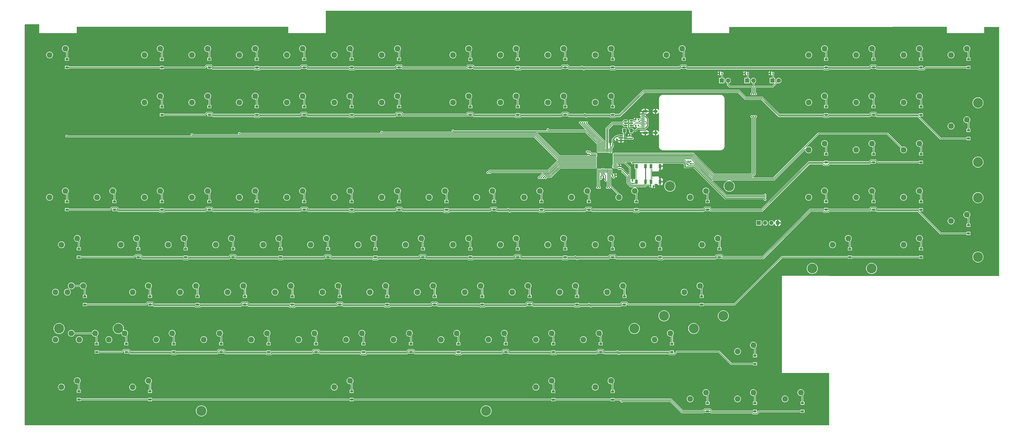
<source format=gbl>
%TF.GenerationSoftware,KiCad,Pcbnew,(7.0.0-0)*%
%TF.CreationDate,2024-01-31T16:00:13-05:00*%
%TF.ProjectId,TKL,544b4c2e-6b69-4636-9164-5f7063625858,rev?*%
%TF.SameCoordinates,Original*%
%TF.FileFunction,Copper,L2,Bot*%
%TF.FilePolarity,Positive*%
%FSLAX46Y46*%
G04 Gerber Fmt 4.6, Leading zero omitted, Abs format (unit mm)*
G04 Created by KiCad (PCBNEW (7.0.0-0)) date 2024-01-31 16:00:13*
%MOMM*%
%LPD*%
G01*
G04 APERTURE LIST*
G04 Aperture macros list*
%AMRoundRect*
0 Rectangle with rounded corners*
0 $1 Rounding radius*
0 $2 $3 $4 $5 $6 $7 $8 $9 X,Y pos of 4 corners*
0 Add a 4 corners polygon primitive as box body*
4,1,4,$2,$3,$4,$5,$6,$7,$8,$9,$2,$3,0*
0 Add four circle primitives for the rounded corners*
1,1,$1+$1,$2,$3*
1,1,$1+$1,$4,$5*
1,1,$1+$1,$6,$7*
1,1,$1+$1,$8,$9*
0 Add four rect primitives between the rounded corners*
20,1,$1+$1,$2,$3,$4,$5,0*
20,1,$1+$1,$4,$5,$6,$7,0*
20,1,$1+$1,$6,$7,$8,$9,0*
20,1,$1+$1,$8,$9,$2,$3,0*%
G04 Aperture macros list end*
%TA.AperFunction,ComponentPad*%
%ADD10C,2.300000*%
%TD*%
%TA.AperFunction,ComponentPad*%
%ADD11C,4.000000*%
%TD*%
%TA.AperFunction,ComponentPad*%
%ADD12R,1.700000X1.700000*%
%TD*%
%TA.AperFunction,ComponentPad*%
%ADD13O,1.700000X1.700000*%
%TD*%
%TA.AperFunction,ComponentPad*%
%ADD14R,1.800000X1.800000*%
%TD*%
%TA.AperFunction,ComponentPad*%
%ADD15C,1.800000*%
%TD*%
%TA.AperFunction,SMDPad,CuDef*%
%ADD16R,1.200000X0.900000*%
%TD*%
%TA.AperFunction,SMDPad,CuDef*%
%ADD17RoundRect,0.135000X0.135000X0.185000X-0.135000X0.185000X-0.135000X-0.185000X0.135000X-0.185000X0*%
%TD*%
%TA.AperFunction,SMDPad,CuDef*%
%ADD18R,1.450000X0.600000*%
%TD*%
%TA.AperFunction,SMDPad,CuDef*%
%ADD19R,1.450000X0.300000*%
%TD*%
%TA.AperFunction,ComponentPad*%
%ADD20O,1.600000X1.000000*%
%TD*%
%TA.AperFunction,ComponentPad*%
%ADD21O,2.100000X1.000000*%
%TD*%
%TA.AperFunction,SMDPad,CuDef*%
%ADD22R,1.100000X1.800000*%
%TD*%
%TA.AperFunction,SMDPad,CuDef*%
%ADD23RoundRect,0.150000X-0.587500X-0.150000X0.587500X-0.150000X0.587500X0.150000X-0.587500X0.150000X0*%
%TD*%
%TA.AperFunction,SMDPad,CuDef*%
%ADD24RoundRect,0.140000X-0.140000X-0.170000X0.140000X-0.170000X0.140000X0.170000X-0.140000X0.170000X0*%
%TD*%
%TA.AperFunction,SMDPad,CuDef*%
%ADD25RoundRect,0.135000X-0.185000X0.135000X-0.185000X-0.135000X0.185000X-0.135000X0.185000X0.135000X0*%
%TD*%
%TA.AperFunction,SMDPad,CuDef*%
%ADD26RoundRect,0.250000X0.375000X0.625000X-0.375000X0.625000X-0.375000X-0.625000X0.375000X-0.625000X0*%
%TD*%
%TA.AperFunction,SMDPad,CuDef*%
%ADD27RoundRect,0.150000X-0.512500X-0.150000X0.512500X-0.150000X0.512500X0.150000X-0.512500X0.150000X0*%
%TD*%
%TA.AperFunction,SMDPad,CuDef*%
%ADD28RoundRect,0.075000X0.075000X-0.662500X0.075000X0.662500X-0.075000X0.662500X-0.075000X-0.662500X0*%
%TD*%
%TA.AperFunction,SMDPad,CuDef*%
%ADD29RoundRect,0.075000X0.662500X-0.075000X0.662500X0.075000X-0.662500X0.075000X-0.662500X-0.075000X0*%
%TD*%
%TA.AperFunction,SMDPad,CuDef*%
%ADD30RoundRect,0.140000X-0.170000X0.140000X-0.170000X-0.140000X0.170000X-0.140000X0.170000X0.140000X0*%
%TD*%
%TA.AperFunction,SMDPad,CuDef*%
%ADD31RoundRect,0.140000X0.170000X-0.140000X0.170000X0.140000X-0.170000X0.140000X-0.170000X-0.140000X0*%
%TD*%
%TA.AperFunction,SMDPad,CuDef*%
%ADD32RoundRect,0.135000X0.185000X-0.135000X0.185000X0.135000X-0.185000X0.135000X-0.185000X-0.135000X0*%
%TD*%
%TA.AperFunction,SMDPad,CuDef*%
%ADD33RoundRect,0.140000X0.140000X0.170000X-0.140000X0.170000X-0.140000X-0.170000X0.140000X-0.170000X0*%
%TD*%
%TA.AperFunction,ViaPad*%
%ADD34C,0.600000*%
%TD*%
%TA.AperFunction,Conductor*%
%ADD35C,0.300000*%
%TD*%
%TA.AperFunction,Conductor*%
%ADD36C,0.200000*%
%TD*%
%TA.AperFunction,Conductor*%
%ADD37C,0.381000*%
%TD*%
%TA.AperFunction,Conductor*%
%ADD38C,0.254000*%
%TD*%
G04 APERTURE END LIST*
D10*
X346233750Y-280782950D03*
X352583750Y-278242950D03*
X227171250Y-318882950D03*
X233521250Y-316342950D03*
X365283750Y-223632950D03*
X371633750Y-221092950D03*
X184308750Y-204582950D03*
X190658750Y-202042950D03*
X355758750Y-261732950D03*
X362108750Y-259192950D03*
X384333750Y-280782950D03*
X390683750Y-278242950D03*
X460533750Y-323645450D03*
X466883750Y-321105450D03*
X403383750Y-337978750D03*
X409733750Y-335438750D03*
D11*
X419100000Y-314437950D03*
X442912500Y-314437950D03*
D10*
X279558750Y-223632950D03*
X285908750Y-221092950D03*
X212883750Y-280782950D03*
X219233750Y-278242950D03*
X446246250Y-280782950D03*
X452596250Y-278242950D03*
X403383750Y-223632950D03*
X409733750Y-221092950D03*
X370046250Y-299832950D03*
X376396250Y-297292950D03*
D11*
X557053750Y-223791700D03*
X557053750Y-247604200D03*
D10*
X231933750Y-280782950D03*
X238283750Y-278242950D03*
X241458750Y-204582950D03*
X247808750Y-202042950D03*
X489108750Y-223632950D03*
X495458750Y-221092950D03*
X250983750Y-280782950D03*
X257333750Y-278242950D03*
X546258750Y-271257950D03*
X552608750Y-268717950D03*
X260508750Y-223632950D03*
X266858750Y-221092950D03*
X289083750Y-280782950D03*
X295433750Y-278242950D03*
X422433750Y-280782950D03*
X428783750Y-278242950D03*
X489108750Y-204582950D03*
X495458750Y-202042950D03*
X431958750Y-204582950D03*
X438308750Y-202042950D03*
X460533750Y-342695450D03*
X466883750Y-340155450D03*
X412908750Y-261732950D03*
X419258750Y-259192950D03*
X241458750Y-261732950D03*
X247808750Y-259192950D03*
X441483750Y-342695450D03*
X447833750Y-340155450D03*
X489108750Y-261732950D03*
X495458750Y-259192950D03*
X498633750Y-280782950D03*
X504983750Y-278242950D03*
X393858750Y-261732950D03*
X400208750Y-259192950D03*
X365283750Y-204582950D03*
X371633750Y-202042950D03*
X546258750Y-233157950D03*
X552608750Y-230617950D03*
D11*
X433387500Y-257287950D03*
X457200000Y-257287950D03*
D10*
X331946250Y-299832950D03*
X338296250Y-297292950D03*
X293846250Y-299832950D03*
X300196250Y-297292950D03*
X274796250Y-299832950D03*
X281146250Y-297292950D03*
X508158750Y-261732950D03*
X514508750Y-259192950D03*
D11*
X557053750Y-261891700D03*
X557053750Y-285704200D03*
D10*
X217646250Y-299832950D03*
X223996250Y-297292950D03*
X298608750Y-337978750D03*
X304958750Y-335438750D03*
X279558750Y-261732950D03*
X285908750Y-259192950D03*
X186690000Y-318882950D03*
X193040000Y-316342950D03*
X222408750Y-261732950D03*
X228758750Y-259192950D03*
X203358750Y-261732950D03*
X209708750Y-259192950D03*
X317658750Y-223632950D03*
X324008750Y-221092950D03*
X365283750Y-280782950D03*
X371633750Y-278242950D03*
X384333750Y-223632950D03*
X390683750Y-221092950D03*
X236696250Y-299832950D03*
X243046250Y-297292950D03*
X217646250Y-337978750D03*
X223996250Y-335438750D03*
X189071250Y-337932950D03*
X195421250Y-335392950D03*
X317658750Y-261732950D03*
X324008750Y-259192950D03*
X527208750Y-280782950D03*
X533558750Y-278242950D03*
X260508750Y-204582950D03*
X266858750Y-202042950D03*
X508158750Y-223632950D03*
X514508750Y-221092950D03*
X222408750Y-223632950D03*
X228758750Y-221092950D03*
X270033750Y-280782950D03*
X276383750Y-278242950D03*
X441483750Y-261732950D03*
X447833750Y-259192950D03*
X241458750Y-223632950D03*
X247808750Y-221092950D03*
X222408750Y-204582950D03*
X228758750Y-202042950D03*
X389096250Y-299832950D03*
X395446250Y-297292950D03*
X298608750Y-204582950D03*
X304958750Y-202042950D03*
X184308750Y-261732950D03*
X190658750Y-259192950D03*
X284321250Y-318882950D03*
X290671250Y-316342950D03*
X246221250Y-318882950D03*
X252571250Y-316342950D03*
X360521250Y-318882950D03*
X366871250Y-316342950D03*
D12*
X469042749Y-272019949D03*
D13*
X471582749Y-272019949D03*
X474122749Y-272019949D03*
X476662749Y-272019949D03*
D10*
X508158750Y-204582950D03*
X514508750Y-202042950D03*
X317658750Y-204582950D03*
X324008750Y-202042950D03*
X346233750Y-204582950D03*
X352583750Y-202042950D03*
X350996250Y-299832950D03*
X357346250Y-297292950D03*
X546258750Y-204582950D03*
X552608750Y-202042950D03*
X384333750Y-204582950D03*
X390683750Y-202042950D03*
X439102500Y-299832950D03*
X445452500Y-297292950D03*
X527208750Y-204582950D03*
X533558750Y-202042950D03*
X298608750Y-223632950D03*
X304958750Y-221092950D03*
X508158750Y-242682950D03*
X514508750Y-240142950D03*
X403383750Y-204582950D03*
X409733750Y-202042950D03*
D11*
X359568750Y-347503750D03*
X245268750Y-347503750D03*
D14*
X464338749Y-214869949D03*
D15*
X466878750Y-214869950D03*
D14*
X474498749Y-214869949D03*
D15*
X477038750Y-214869950D03*
D10*
X322421250Y-318882950D03*
X328771250Y-316342950D03*
X298608750Y-261732950D03*
X304958750Y-259192950D03*
X489108750Y-242682950D03*
X495458750Y-240142950D03*
X408146250Y-299832950D03*
X414496250Y-297292950D03*
X479583750Y-342695450D03*
X485933750Y-340155450D03*
X327183750Y-280782950D03*
X333533750Y-278242950D03*
X312896250Y-299832950D03*
X319246250Y-297292950D03*
X346233750Y-223632950D03*
X352583750Y-221092950D03*
X379571250Y-318882950D03*
X385921250Y-316342950D03*
X255746250Y-299832950D03*
X262096250Y-297292950D03*
X374808750Y-261732950D03*
X381158750Y-259192950D03*
X527208750Y-242682950D03*
X533558750Y-240142950D03*
X427196250Y-318882950D03*
X433546250Y-316342950D03*
X208121250Y-318882950D03*
X214471250Y-316342950D03*
X279558750Y-204582950D03*
X285908750Y-202042950D03*
X196215000Y-318882950D03*
X202565000Y-316342950D03*
X379571250Y-337978750D03*
X385921250Y-335438750D03*
D14*
X454178749Y-214869949D03*
D15*
X456718750Y-214869950D03*
D10*
X303371250Y-318882950D03*
X309721250Y-316342950D03*
X527208750Y-261732950D03*
X533558750Y-259192950D03*
X403383750Y-280782950D03*
X409733750Y-278242950D03*
D11*
X514350000Y-290307950D03*
X490537500Y-290307950D03*
D10*
X189071250Y-280782950D03*
X195421250Y-278242950D03*
X260508750Y-261732950D03*
X266858750Y-259192950D03*
X191452500Y-299832950D03*
X197802500Y-297292950D03*
X341471250Y-318882950D03*
X347821250Y-316342950D03*
D11*
X188118750Y-314437950D03*
X211931250Y-314437950D03*
D10*
X398621250Y-318882950D03*
X404971250Y-316342950D03*
X308133750Y-280782950D03*
X314483750Y-278242950D03*
X336708750Y-261732950D03*
X343058750Y-259192950D03*
D11*
X454818750Y-309357950D03*
X431006250Y-309357950D03*
D10*
X186690000Y-299832950D03*
X193040000Y-297292950D03*
X527208750Y-223632950D03*
X533558750Y-221092950D03*
X265271250Y-318882950D03*
X271621250Y-316342950D03*
D16*
X353218749Y-285766699D03*
X353218749Y-282466699D03*
X229393749Y-266716699D03*
X229393749Y-263416699D03*
X505618749Y-285766699D03*
X505618749Y-282466699D03*
X305593749Y-266716699D03*
X305593749Y-263416699D03*
X286543749Y-209566699D03*
X286543749Y-206266699D03*
X248443749Y-266716699D03*
X248443749Y-263416699D03*
D17*
X464599750Y-211948950D03*
X463579750Y-211948950D03*
D18*
X422542499Y-228290573D03*
X422542499Y-229090573D03*
D19*
X422542499Y-230290573D03*
X422542499Y-231290573D03*
X422542499Y-231790573D03*
X422542499Y-232790573D03*
D18*
X422542499Y-233990573D03*
X422542499Y-234790573D03*
X422542499Y-234790573D03*
X422542499Y-233990573D03*
D19*
X422542499Y-233290573D03*
X422542499Y-232290573D03*
X422542499Y-230790573D03*
X422542499Y-229790573D03*
D18*
X422542499Y-229090573D03*
X422542499Y-228290573D03*
D20*
X427637499Y-227220573D03*
D21*
X423457499Y-227220573D03*
D20*
X427637499Y-235860573D03*
D21*
X423457499Y-235860573D03*
D22*
X423593749Y-255466699D03*
X423593749Y-249266699D03*
X419893749Y-255466699D03*
X419893749Y-249266699D03*
D23*
X413717248Y-238970697D03*
X413717248Y-237070697D03*
X415592248Y-238020697D03*
D24*
X405697750Y-253350950D03*
X406657750Y-253350950D03*
D16*
X367506249Y-323866699D03*
X367506249Y-320566699D03*
X362743749Y-266716699D03*
X362743749Y-263416699D03*
X391318749Y-209566699D03*
X391318749Y-206266699D03*
D25*
X441668750Y-247252950D03*
X441668750Y-248272950D03*
D16*
X262731249Y-304816699D03*
X262731249Y-301516699D03*
D24*
X410350950Y-252907076D03*
X411310950Y-252907076D03*
D16*
X224631249Y-304816699D03*
X224631249Y-301516699D03*
X248443749Y-209566699D03*
X248443749Y-206266699D03*
X238918749Y-285766699D03*
X238918749Y-282466699D03*
X243681249Y-304816699D03*
X243681249Y-301516699D03*
X291306249Y-323866699D03*
X291306249Y-320566699D03*
X553243749Y-276241699D03*
X553243749Y-272941699D03*
X438943749Y-209566699D03*
X438943749Y-206266699D03*
X198437499Y-304816699D03*
X198437499Y-301516699D03*
X324643749Y-209566699D03*
X324643749Y-206266699D03*
X405606249Y-323866699D03*
X405606249Y-320566699D03*
X210343749Y-266716699D03*
X210343749Y-263416699D03*
X300831249Y-304816699D03*
X300831249Y-301516699D03*
X234156249Y-323866699D03*
X234156249Y-320566699D03*
X319881249Y-304816699D03*
X319881249Y-301516699D03*
D17*
X474759750Y-211948950D03*
X473739750Y-211948950D03*
D16*
X434181249Y-323866699D03*
X434181249Y-320566699D03*
X315118749Y-285766699D03*
X315118749Y-282466699D03*
X400843749Y-266716699D03*
X400843749Y-263416699D03*
X229393749Y-228616699D03*
X229393749Y-225316699D03*
D22*
X429435747Y-255466699D03*
X429435747Y-249266699D03*
X425735747Y-255466699D03*
X425735747Y-249266699D03*
D16*
X534193749Y-247666699D03*
X534193749Y-244366699D03*
X191293749Y-266716699D03*
X191293749Y-263416699D03*
X196056249Y-285766699D03*
X196056249Y-282466699D03*
X305593749Y-209566699D03*
X305593749Y-206266699D03*
X410368749Y-209566699D03*
X410368749Y-206266699D03*
X257968749Y-285766699D03*
X257968749Y-282466699D03*
X338931249Y-304816699D03*
X338931249Y-301516699D03*
X534193749Y-228616699D03*
X534193749Y-225316699D03*
X324643749Y-266716699D03*
X324643749Y-263416699D03*
X267493749Y-266716699D03*
X267493749Y-263416699D03*
X224631249Y-342962499D03*
X224631249Y-339662499D03*
X515143749Y-266716699D03*
X515143749Y-263416699D03*
X203199999Y-323866699D03*
X203199999Y-320566699D03*
X534193749Y-285766699D03*
X534193749Y-282466699D03*
D26*
X417862250Y-234937824D03*
X415062250Y-234937824D03*
D27*
X415575750Y-232903950D03*
X415575750Y-231953950D03*
X415575750Y-231003950D03*
X417850750Y-231003950D03*
X417850750Y-231953950D03*
X417850750Y-232903950D03*
D16*
X410368749Y-343008299D03*
X410368749Y-339708299D03*
X534193749Y-209566699D03*
X534193749Y-206266699D03*
D28*
X409943750Y-251195826D03*
X409443750Y-251195826D03*
X408943750Y-251195826D03*
X408443750Y-251195826D03*
X407943750Y-251195826D03*
X407443750Y-251195826D03*
X406943750Y-251195826D03*
X406443750Y-251195826D03*
X405943750Y-251195826D03*
X405443750Y-251195826D03*
X404943750Y-251195826D03*
X404443750Y-251195826D03*
D29*
X403031250Y-249783326D03*
X403031250Y-249283326D03*
X403031250Y-248783326D03*
X403031250Y-248283326D03*
X403031250Y-247783326D03*
X403031250Y-247283326D03*
X403031250Y-246783326D03*
X403031250Y-246283326D03*
X403031250Y-245783326D03*
X403031250Y-245283326D03*
X403031250Y-244783326D03*
X403031250Y-244283326D03*
D28*
X404443750Y-242870826D03*
X404943750Y-242870826D03*
X405443750Y-242870826D03*
X405943750Y-242870826D03*
X406443750Y-242870826D03*
X406943750Y-242870826D03*
X407443750Y-242870826D03*
X407943750Y-242870826D03*
X408443750Y-242870826D03*
X408943750Y-242870826D03*
X409443750Y-242870826D03*
X409943750Y-242870826D03*
D29*
X411356250Y-244283326D03*
X411356250Y-244783326D03*
X411356250Y-245283326D03*
X411356250Y-245783326D03*
X411356250Y-246283326D03*
X411356250Y-246783326D03*
X411356250Y-247283326D03*
X411356250Y-247783326D03*
X411356250Y-248283326D03*
X411356250Y-248783326D03*
X411356250Y-249283326D03*
X411356250Y-249783326D03*
D16*
X496093749Y-266654199D03*
X496093749Y-263354199D03*
X515143749Y-209566699D03*
X515143749Y-206266699D03*
D17*
X420652250Y-232905824D03*
X419632250Y-232905824D03*
D16*
X381793749Y-266716699D03*
X381793749Y-263416699D03*
X329406249Y-323866699D03*
X329406249Y-320566699D03*
X386556249Y-343008299D03*
X386556249Y-339708299D03*
X219868749Y-285766699D03*
X219868749Y-282466699D03*
D30*
X400970750Y-243537076D03*
X400970750Y-244497076D03*
D16*
X215106249Y-323866699D03*
X215106249Y-320566699D03*
X419893749Y-266716699D03*
X419893749Y-263416699D03*
D17*
X454312750Y-211948950D03*
X453292750Y-211948950D03*
D16*
X453231249Y-285766699D03*
X453231249Y-282466699D03*
X281781249Y-304816699D03*
X281781249Y-301516699D03*
X429418749Y-285766699D03*
X429418749Y-282466699D03*
X296068749Y-285766699D03*
X296068749Y-282466699D03*
X467518749Y-347679199D03*
X467518749Y-344379199D03*
X386556249Y-323866699D03*
X386556249Y-320566699D03*
D17*
X420652250Y-230619824D03*
X419632250Y-230619824D03*
D16*
X396081249Y-304816699D03*
X396081249Y-301516699D03*
X272256249Y-323866699D03*
X272256249Y-320566699D03*
X496093749Y-209566699D03*
X496093749Y-206266699D03*
X353218749Y-228616699D03*
X353218749Y-225316699D03*
X448468749Y-266716699D03*
X448468749Y-263416699D03*
X486568749Y-347679199D03*
X486568749Y-344379199D03*
X515143749Y-247666699D03*
X515143749Y-244366699D03*
X357981249Y-304816699D03*
X357981249Y-301516699D03*
X343693749Y-266716699D03*
X343693749Y-263416699D03*
D31*
X412036251Y-238373696D03*
X412036251Y-237413696D03*
D32*
X440523750Y-249542950D03*
X440523750Y-248522950D03*
D33*
X410421950Y-240650950D03*
X409461950Y-240650950D03*
D16*
X446087499Y-304816699D03*
X446087499Y-301516699D03*
X286543749Y-266716699D03*
X286543749Y-263416699D03*
X534193749Y-266716699D03*
X534193749Y-263416699D03*
X515143749Y-228616699D03*
X515143749Y-225316699D03*
X267493749Y-209566699D03*
X267493749Y-206266699D03*
D31*
X413162750Y-250274950D03*
X413162750Y-249314950D03*
D16*
X310356249Y-323866699D03*
X310356249Y-320566699D03*
X391318749Y-285766699D03*
X391318749Y-282466699D03*
X229393749Y-209612499D03*
X229393749Y-206312499D03*
X372268749Y-209566699D03*
X372268749Y-206266699D03*
X553243749Y-238141699D03*
X553243749Y-234841699D03*
X353218749Y-209612499D03*
X353218749Y-206312499D03*
X410368749Y-285766699D03*
X410368749Y-282466699D03*
D25*
X418314750Y-255158700D03*
X418314750Y-256178700D03*
D16*
X496093749Y-228616699D03*
X496093749Y-225316699D03*
X191293749Y-209566699D03*
X191293749Y-206266699D03*
X553243749Y-209566699D03*
X553243749Y-206266699D03*
X248443749Y-228616699D03*
X248443749Y-225316699D03*
X372268749Y-228616699D03*
X372268749Y-225316699D03*
X410368749Y-228616699D03*
X410368749Y-225316699D03*
X267493749Y-228616699D03*
X267493749Y-225316699D03*
X348456249Y-323866699D03*
X348456249Y-320566699D03*
X334168749Y-285766699D03*
X334168749Y-282466699D03*
X377031249Y-304816699D03*
X377031249Y-301516699D03*
X286543749Y-228616699D03*
X286543749Y-225316699D03*
D33*
X426668749Y-257256200D03*
X425708749Y-257256200D03*
D16*
X391318749Y-228616699D03*
X391318749Y-225316699D03*
X372268749Y-285766699D03*
X372268749Y-282466699D03*
X253206249Y-323866699D03*
X253206249Y-320566699D03*
D30*
X417226750Y-237122950D03*
X417226750Y-238082950D03*
D16*
X448468749Y-347679199D03*
X448468749Y-344379199D03*
X324643749Y-228616699D03*
X324643749Y-225316699D03*
X305593749Y-342962499D03*
X305593749Y-339662499D03*
X277018749Y-285766699D03*
X277018749Y-282466699D03*
X467518749Y-328629199D03*
X467518749Y-325329199D03*
X305593749Y-228616699D03*
X305593749Y-225316699D03*
X415131249Y-304816699D03*
X415131249Y-301516699D03*
X496093749Y-247666699D03*
X496093749Y-244366699D03*
X196056249Y-342916699D03*
X196056249Y-339616699D03*
D34*
X407574750Y-254889450D03*
X414432750Y-251572950D03*
X418745250Y-229857824D03*
X413747751Y-238147697D03*
X406685750Y-254889450D03*
X413747751Y-240052697D03*
X411982501Y-239512947D03*
X404653750Y-249540950D03*
X420909750Y-228331950D03*
X402875750Y-243317950D03*
X414178750Y-249286950D03*
X418242750Y-237094950D03*
X399192750Y-244460950D03*
X472852750Y-211948950D03*
X411257750Y-251826950D03*
X404526750Y-244460950D03*
X462692750Y-211948950D03*
X419639750Y-233919950D03*
X409606750Y-249667950D03*
X420782750Y-235062950D03*
X409479750Y-239634950D03*
X409352750Y-244460950D03*
X418314750Y-254271700D03*
X402875750Y-240650950D03*
X452405750Y-211948950D03*
X416713250Y-229984824D03*
X400081750Y-243444950D03*
X405669750Y-254239950D03*
X414432750Y-250683950D03*
X410098875Y-241524075D03*
X410749750Y-253731950D03*
X471582750Y-262621950D03*
X439509750Y-249540950D03*
X418306250Y-238079200D03*
X418306250Y-247932826D03*
X440594750Y-247252950D03*
X191135000Y-237126700D03*
X241458750Y-236586950D03*
X260508750Y-236078950D03*
X317658750Y-235570950D03*
X346233750Y-235062950D03*
X384333750Y-234554950D03*
X398080500Y-209416719D03*
X397414750Y-231760950D03*
X398303750Y-231760950D03*
X398811750Y-210216200D03*
X399134299Y-231760950D03*
X399207250Y-228466719D03*
X399723019Y-229266200D03*
X399933802Y-231760950D03*
X360203750Y-251826950D03*
X368421981Y-266566719D03*
X361092750Y-251826950D03*
X369071481Y-267366200D03*
X395413500Y-285616720D03*
X380777750Y-253858950D03*
X396122480Y-286416200D03*
X381666750Y-253858950D03*
X383459517Y-253873717D03*
X401583480Y-305466200D03*
X404272750Y-257795950D03*
X412273750Y-323708950D03*
X405161750Y-257795950D03*
X412908750Y-324516200D03*
X466173744Y-220235175D03*
X466211247Y-229278172D03*
X467010750Y-229278172D03*
X466973247Y-220235175D03*
X413162750Y-343008300D03*
X408209750Y-257795950D03*
X382555750Y-253858950D03*
X400874500Y-304666720D03*
X414051750Y-343657800D03*
X409098750Y-257795950D03*
X467810253Y-229278172D03*
X467772750Y-220235175D03*
X471582750Y-261605950D03*
X471582750Y-260806447D03*
D35*
X407574750Y-253096950D02*
X407574750Y-254889450D01*
X425708749Y-255493699D02*
X425735748Y-255466700D01*
X406943750Y-252187949D02*
X406943750Y-252465950D01*
X425708749Y-257256200D02*
X425327749Y-256875200D01*
X417703500Y-257375200D02*
X416314500Y-255986200D01*
X425327749Y-256875200D02*
X423737332Y-256875200D01*
X423237333Y-257375200D02*
X417703500Y-257375200D01*
X406943750Y-251195826D02*
X406943750Y-252187949D01*
X407320750Y-252842950D02*
X407574750Y-253096950D01*
X416314500Y-255986200D02*
X416314500Y-253454700D01*
X425708749Y-257256200D02*
X425708749Y-255493699D01*
X416314500Y-253454700D02*
X414432750Y-251572950D01*
X406943750Y-252465950D02*
X407320750Y-252842950D01*
D36*
X425735748Y-249266700D02*
X425735748Y-255466700D01*
D35*
X423737332Y-256875200D02*
X423237333Y-257375200D01*
D37*
X416336144Y-231953950D02*
X416683760Y-231606334D01*
X409448000Y-240637000D02*
X409461950Y-240650950D01*
X416713250Y-231576844D02*
X416713250Y-229984824D01*
X412633252Y-238970697D02*
X412036251Y-238373696D01*
D35*
X400970750Y-244497076D02*
X401257000Y-244783326D01*
X409443750Y-240669150D02*
X409461950Y-240650950D01*
X406443750Y-253136950D02*
X406657750Y-253350950D01*
X406443750Y-251195826D02*
X406443750Y-253136950D01*
X413131126Y-249283326D02*
X411356250Y-249283326D01*
D37*
X429435748Y-249266700D02*
X429435748Y-255466700D01*
D35*
X409443750Y-242870826D02*
X409443750Y-240669150D01*
X401257000Y-244783326D02*
X403031250Y-244783326D01*
X413162750Y-249314950D02*
X413131126Y-249283326D01*
D37*
X416683760Y-231606334D02*
X416713250Y-231576844D01*
X413717248Y-238970697D02*
X412633252Y-238970697D01*
X415575750Y-231953950D02*
X416336144Y-231953950D01*
X412379250Y-237070697D02*
X412036251Y-237413696D01*
X413717248Y-237070697D02*
X412379250Y-237070697D01*
D35*
X410098875Y-241524075D02*
X410421950Y-241201000D01*
X417910606Y-256875200D02*
X423030226Y-256875200D01*
X414432750Y-250683950D02*
X414462298Y-250683950D01*
D37*
X411574004Y-237413696D02*
X412036251Y-237413696D01*
D35*
X401189876Y-243537076D02*
X400970750Y-243537076D01*
X409943750Y-242870826D02*
X409943750Y-241679200D01*
X412753750Y-250274950D02*
X413162750Y-250274950D01*
X416814500Y-255779094D02*
X417910606Y-256875200D01*
X423030226Y-256875200D02*
X423593750Y-256311676D01*
X409943750Y-252499876D02*
X410350950Y-252907076D01*
X405943750Y-251195826D02*
X405943750Y-253104950D01*
X412262126Y-249783326D02*
X412753750Y-250274950D01*
X414432750Y-250683950D02*
X414023750Y-250274950D01*
X400081750Y-243444950D02*
X400173876Y-243537076D01*
X403031250Y-244283326D02*
X401936126Y-244283326D01*
X409943750Y-251195826D02*
X409943750Y-252499876D01*
X414462298Y-250683950D02*
X416814500Y-253036152D01*
X405943750Y-253104950D02*
X405697750Y-253350950D01*
X411356250Y-249783326D02*
X412262126Y-249783326D01*
X401936126Y-244283326D02*
X401189876Y-243537076D01*
X405697750Y-254211950D02*
X405697750Y-253350950D01*
X410421950Y-241201000D02*
X410421950Y-240650950D01*
X410749750Y-253731950D02*
X410350950Y-253333150D01*
X414023750Y-250274950D02*
X413162750Y-250274950D01*
X423593750Y-256311676D02*
X423593750Y-255466700D01*
X410350950Y-253333150D02*
X410350950Y-252907076D01*
D37*
X423593750Y-249266700D02*
X423593750Y-255466700D01*
D35*
X416814500Y-253036152D02*
X416814500Y-255779094D01*
X409943750Y-241679200D02*
X410098875Y-241524075D01*
D37*
X410421950Y-240650950D02*
X410421950Y-238565750D01*
D35*
X400173876Y-243537076D02*
X400970750Y-243537076D01*
D37*
X410421950Y-238565750D02*
X411574004Y-237413696D01*
D35*
X405669750Y-254239950D02*
X405697750Y-254211950D01*
D37*
X418306250Y-247932826D02*
X418415250Y-247823826D01*
X455613250Y-262146450D02*
X443009750Y-249542950D01*
X439509750Y-248558677D02*
X439509750Y-249540950D01*
X415620249Y-238048698D02*
X418275748Y-238048698D01*
X471107250Y-262146450D02*
X455613250Y-262146450D01*
X439509750Y-249540950D02*
X439511750Y-249542950D01*
X418275748Y-238048698D02*
X418306250Y-238079200D01*
X415062250Y-237490699D02*
X415592248Y-238020697D01*
X439511750Y-249542950D02*
X440523750Y-249542950D01*
X418415250Y-247823826D02*
X438774899Y-247823826D01*
X415062250Y-234937824D02*
X415062250Y-237490699D01*
X440523750Y-249542950D02*
X443009750Y-249542950D01*
X440594750Y-247252950D02*
X441668750Y-247252950D01*
X438774899Y-247823826D02*
X439509750Y-248558677D01*
X471582750Y-262621950D02*
X471107250Y-262146450D01*
X415592248Y-238020697D02*
X415620249Y-238048698D01*
D35*
X414291770Y-232262344D02*
X410466982Y-232262344D01*
X414933376Y-232903950D02*
X414291770Y-232262344D01*
X410466982Y-232262344D02*
X408443750Y-234285576D01*
X408443750Y-234285576D02*
X408443750Y-242870826D01*
X407943750Y-234079148D02*
X407943750Y-242870826D01*
X415059124Y-231003950D02*
X414300250Y-231762824D01*
X414300250Y-231762824D02*
X410260074Y-231762824D01*
X410260074Y-231762824D02*
X407943750Y-234079148D01*
X415223626Y-247783326D02*
X411356250Y-247783326D01*
X418314750Y-256178700D02*
X417921212Y-256178700D01*
X417314500Y-255571988D02*
X417314500Y-249874200D01*
X419181750Y-256178700D02*
X419893750Y-255466700D01*
X417314500Y-249874200D02*
X415223626Y-247783326D01*
X417921212Y-256178700D02*
X417314500Y-255571988D01*
X419181750Y-256178700D02*
X418314750Y-256178700D01*
D36*
X419893750Y-249266700D02*
X419893750Y-255466700D01*
D35*
X474759750Y-214608950D02*
X474759750Y-211948950D01*
X474498750Y-214869950D02*
X474759750Y-214608950D01*
X388434126Y-246783326D02*
X378957350Y-237306550D01*
X191314850Y-237306550D02*
X191135000Y-237126700D01*
X378957350Y-237306550D02*
X191314850Y-237306550D01*
X403031250Y-246783326D02*
X388434126Y-246783326D01*
X379164257Y-236807030D02*
X241678830Y-236807030D01*
X241678830Y-236807030D02*
X241458750Y-236586950D01*
X403031250Y-246283326D02*
X388640554Y-246283326D01*
X388640554Y-246283326D02*
X379164257Y-236807030D01*
X379371166Y-236307511D02*
X379663777Y-236600123D01*
X260508750Y-236078950D02*
X260737310Y-236307510D01*
X260737310Y-236307510D02*
X379371166Y-236307511D01*
X379663777Y-236600123D02*
X388846982Y-245783326D01*
X388846982Y-245783326D02*
X403031250Y-245783326D01*
X454312750Y-214735950D02*
X454178750Y-214869950D01*
X454312750Y-211948950D02*
X454312750Y-214735950D01*
X464599750Y-214608950D02*
X464599750Y-211948950D01*
X464338750Y-214869950D02*
X464599750Y-214608950D01*
X317658750Y-235570950D02*
X317895790Y-235807990D01*
X389053410Y-245283326D02*
X403031250Y-245283326D01*
X380163297Y-236393216D02*
X389053410Y-245283326D01*
X317895790Y-235807990D02*
X379578076Y-235807992D01*
X379578076Y-235807992D02*
X380163297Y-236393216D01*
X191293750Y-206266700D02*
X191293750Y-202677950D01*
X191293750Y-202677950D02*
X190658750Y-202042950D01*
X229393750Y-206312500D02*
X229393750Y-202677950D01*
X229393750Y-202677950D02*
X228758750Y-202042950D01*
X404443750Y-240290090D02*
X404443750Y-242870826D01*
X346479270Y-235308470D02*
X399462130Y-235308470D01*
X346233750Y-235062950D02*
X346479270Y-235308470D01*
X399462130Y-235308470D02*
X404443750Y-240290090D01*
X248443750Y-206266700D02*
X248443750Y-202677950D01*
X248443750Y-202677950D02*
X247808750Y-202042950D01*
X267493750Y-202677950D02*
X266858750Y-202042950D01*
X267493750Y-206266700D02*
X267493750Y-202677950D01*
X404943750Y-240083662D02*
X404943750Y-242870826D01*
X399669038Y-234808950D02*
X404943750Y-240083662D01*
X384587750Y-234808950D02*
X399669038Y-234808950D01*
X384333750Y-234554950D02*
X384587750Y-234808950D01*
X286543750Y-206266700D02*
X286543750Y-202677950D01*
X286543750Y-202677950D02*
X285908750Y-202042950D01*
X305593750Y-202677950D02*
X304958750Y-202042950D01*
X305593750Y-206312500D02*
X305593750Y-202677950D01*
X412908750Y-260589950D02*
X412908750Y-261732950D01*
X409443750Y-251195826D02*
X409443750Y-257124950D01*
X409443750Y-257124950D02*
X412908750Y-260589950D01*
X324643750Y-206266700D02*
X324643750Y-202677950D01*
X324643750Y-202677950D02*
X324008750Y-202042950D01*
X353218750Y-206266700D02*
X353218750Y-202677950D01*
X353218750Y-202677950D02*
X352583750Y-202042950D01*
X450266344Y-254620950D02*
X441928720Y-246283326D01*
X441928720Y-246283326D02*
X411356250Y-246283326D01*
X487148750Y-242682950D02*
X475210750Y-254620950D01*
X475210750Y-254620950D02*
X450266344Y-254620950D01*
X489108750Y-242682950D02*
X487148750Y-242682950D01*
X520700000Y-236174200D02*
X527208750Y-242682950D01*
X492950394Y-236174200D02*
X520700000Y-236174200D01*
X411356250Y-245783326D02*
X442171126Y-245783326D01*
X442171126Y-245783326D02*
X450508750Y-254120950D01*
X475003644Y-254120950D02*
X492950394Y-236174200D01*
X450508750Y-254120950D02*
X475003644Y-254120950D01*
X372268750Y-206266700D02*
X372268750Y-202677950D01*
X372268750Y-202677950D02*
X371633750Y-202042950D01*
X391318750Y-206266700D02*
X391318750Y-202677950D01*
X391318750Y-202677950D02*
X390683750Y-202042950D01*
X410368750Y-206266700D02*
X410368750Y-202677950D01*
X410368750Y-202677950D02*
X409733750Y-202042950D01*
X438943750Y-202677950D02*
X438308750Y-202042950D01*
X438943750Y-206266700D02*
X438943750Y-202677950D01*
X496093750Y-206312500D02*
X496093750Y-202677950D01*
X496093750Y-202677950D02*
X495458750Y-202042950D01*
X515143750Y-206266700D02*
X515143750Y-202677950D01*
X515143750Y-202677950D02*
X514508750Y-202042950D01*
X534193750Y-206266700D02*
X534193750Y-202677950D01*
X534193750Y-202677950D02*
X533558750Y-202042950D01*
X553243750Y-202677950D02*
X552608750Y-202042950D01*
X553243750Y-206266700D02*
X553243750Y-202677950D01*
X229393750Y-225362500D02*
X229393750Y-221727950D01*
X229393750Y-221727950D02*
X228758750Y-221092950D01*
X248443750Y-225316700D02*
X248443750Y-221727950D01*
X248443750Y-221727950D02*
X247808750Y-221092950D01*
X267493750Y-221727950D02*
X266858750Y-221092950D01*
X267493750Y-225316700D02*
X267493750Y-221727950D01*
X286543750Y-221727950D02*
X285908750Y-221092950D01*
X286543750Y-225316700D02*
X286543750Y-221727950D01*
X305593750Y-225362500D02*
X305593750Y-221727950D01*
X305593750Y-221727950D02*
X304958750Y-221092950D01*
X324643750Y-221727950D02*
X324008750Y-221092950D01*
X324643750Y-225316700D02*
X324643750Y-221727950D01*
X353218750Y-225316700D02*
X353218750Y-221727950D01*
X353218750Y-221727950D02*
X352583750Y-221092950D01*
X372268750Y-225316700D02*
X372268750Y-221727950D01*
X372268750Y-221727950D02*
X371633750Y-221092950D01*
X391318750Y-221727950D02*
X390683750Y-221092950D01*
X391318750Y-225316700D02*
X391318750Y-221727950D01*
X410368750Y-225316700D02*
X410368750Y-221727950D01*
X410368750Y-221727950D02*
X409733750Y-221092950D01*
X496093750Y-221727950D02*
X495458750Y-221092950D01*
X496093750Y-225362500D02*
X496093750Y-221727950D01*
X515143750Y-225316700D02*
X515143750Y-221727950D01*
X515143750Y-221727950D02*
X514508750Y-221092950D01*
X534193750Y-221727950D02*
X533558750Y-221092950D01*
X534193750Y-225316700D02*
X534193750Y-221727950D01*
X553243750Y-234841700D02*
X553243750Y-231252950D01*
X553243750Y-231252950D02*
X552608750Y-230617950D01*
X496093750Y-240777950D02*
X495458750Y-240142950D01*
X496093750Y-244412500D02*
X496093750Y-240777950D01*
X515143750Y-240777950D02*
X514508750Y-240142950D01*
X515143750Y-244366700D02*
X515143750Y-240777950D01*
X534193750Y-244366700D02*
X534193750Y-240777950D01*
X534193750Y-240777950D02*
X533558750Y-240142950D01*
X191293750Y-259827950D02*
X190658750Y-259192950D01*
X191293750Y-263462500D02*
X191293750Y-259827950D01*
X210343750Y-259827950D02*
X209708750Y-259192950D01*
X210343750Y-263416700D02*
X210343750Y-259827950D01*
X229393750Y-259827950D02*
X228758750Y-259192950D01*
X229393750Y-263416700D02*
X229393750Y-259827950D01*
X248443750Y-263462500D02*
X248443750Y-259827950D01*
X248443750Y-259827950D02*
X247808750Y-259192950D01*
X267493750Y-263416700D02*
X267493750Y-259827950D01*
X267493750Y-259827950D02*
X266858750Y-259192950D01*
X286543750Y-263416700D02*
X286543750Y-259827950D01*
X286543750Y-259827950D02*
X285908750Y-259192950D01*
X305593750Y-259827950D02*
X304958750Y-259192950D01*
X305593750Y-263462500D02*
X305593750Y-259827950D01*
X324643750Y-263416700D02*
X324643750Y-259827950D01*
X324643750Y-259827950D02*
X324008750Y-259192950D01*
X343693750Y-263416700D02*
X343693750Y-259827950D01*
X343693750Y-259827950D02*
X343058750Y-259192950D01*
X362743750Y-259827950D02*
X362108750Y-259192950D01*
X362743750Y-263462500D02*
X362743750Y-259827950D01*
X381793750Y-263416700D02*
X381793750Y-259827950D01*
X381793750Y-259827950D02*
X381158750Y-259192950D01*
X400843750Y-263416700D02*
X400843750Y-259827950D01*
X400843750Y-259827950D02*
X400208750Y-259192950D01*
X419893750Y-259827950D02*
X419258750Y-259192950D01*
X419893750Y-263416700D02*
X419893750Y-259827950D01*
X448468750Y-259827950D02*
X447833750Y-259192950D01*
X448468750Y-263416700D02*
X448468750Y-259827950D01*
X196056250Y-282466700D02*
X196056250Y-278877950D01*
X196056250Y-278877950D02*
X195421250Y-278242950D01*
X219868750Y-278877950D02*
X219233750Y-278242950D01*
X219868750Y-282512500D02*
X219868750Y-278877950D01*
X238918750Y-282466700D02*
X238918750Y-278877950D01*
X238918750Y-278877950D02*
X238283750Y-278242950D01*
X257968750Y-282466700D02*
X257968750Y-278877950D01*
X257968750Y-278877950D02*
X257333750Y-278242950D01*
X277018750Y-278877950D02*
X276383750Y-278242950D01*
X277018750Y-282512500D02*
X277018750Y-278877950D01*
X296068750Y-282466700D02*
X296068750Y-278877950D01*
X296068750Y-278877950D02*
X295433750Y-278242950D01*
X315118750Y-282466700D02*
X315118750Y-278877950D01*
X315118750Y-278877950D02*
X314483750Y-278242950D01*
X334168750Y-278877950D02*
X333533750Y-278242950D01*
X334168750Y-282512500D02*
X334168750Y-278877950D01*
X353218750Y-282466700D02*
X353218750Y-278877950D01*
X353218750Y-278877950D02*
X352583750Y-278242950D01*
X372268750Y-278877950D02*
X371633750Y-278242950D01*
X372268750Y-282466700D02*
X372268750Y-278877950D01*
X391318750Y-278877950D02*
X390683750Y-278242950D01*
X391318750Y-282512500D02*
X391318750Y-278877950D01*
X410368750Y-278877950D02*
X409733750Y-278242950D01*
X410368750Y-282466700D02*
X410368750Y-278877950D01*
X429418750Y-278877950D02*
X428783750Y-278242950D01*
X429418750Y-282466700D02*
X429418750Y-278877950D01*
X453231250Y-278877950D02*
X452596250Y-278242950D01*
X453231250Y-282466700D02*
X453231250Y-278877950D01*
X496093750Y-263462500D02*
X496093750Y-259827950D01*
X496093750Y-259827950D02*
X495458750Y-259192950D01*
X515143750Y-259827950D02*
X514508750Y-259192950D01*
X515143750Y-263416700D02*
X515143750Y-259827950D01*
X534193750Y-259827950D02*
X533558750Y-259192950D01*
X534193750Y-263416700D02*
X534193750Y-259827950D01*
X553243750Y-272941700D02*
X553243750Y-269352950D01*
X553243750Y-269352950D02*
X552608750Y-268717950D01*
X198437500Y-297927950D02*
X197802500Y-297292950D01*
X197802500Y-297292950D02*
X193040000Y-297292950D01*
X198437500Y-301516700D02*
X198437500Y-297927950D01*
X224631250Y-297927950D02*
X223996250Y-297292950D01*
X224631250Y-301562500D02*
X224631250Y-297927950D01*
X243681250Y-301516700D02*
X243681250Y-297927950D01*
X243681250Y-297927950D02*
X243046250Y-297292950D01*
X262731250Y-301516700D02*
X262731250Y-297927950D01*
X262731250Y-297927950D02*
X262096250Y-297292950D01*
X281781250Y-301562500D02*
X281781250Y-297927950D01*
X281781250Y-297927950D02*
X281146250Y-297292950D01*
X300831250Y-301516700D02*
X300831250Y-297927950D01*
X300831250Y-297927950D02*
X300196250Y-297292950D01*
X319881250Y-301516700D02*
X319881250Y-297927950D01*
X319881250Y-297927950D02*
X319246250Y-297292950D01*
X338931250Y-297927950D02*
X338296250Y-297292950D01*
X338931250Y-301562500D02*
X338931250Y-297927950D01*
X357981250Y-301516700D02*
X357981250Y-297927950D01*
X357981250Y-297927950D02*
X357346250Y-297292950D01*
X377031250Y-297927950D02*
X376396250Y-297292950D01*
X377031250Y-301516700D02*
X377031250Y-297927950D01*
X396081250Y-297927950D02*
X395446250Y-297292950D01*
X396081250Y-301562500D02*
X396081250Y-297927950D01*
X415131250Y-301516700D02*
X415131250Y-297927950D01*
X415131250Y-297927950D02*
X414496250Y-297292950D01*
X325593261Y-208767189D02*
X326362022Y-209535950D01*
X437194728Y-209566700D02*
X437994239Y-208767189D01*
X229393750Y-209612500D02*
X246648928Y-209612500D01*
X397930519Y-209566700D02*
X398080500Y-209416719D01*
X515898989Y-208767189D02*
X516698500Y-209566700D01*
X513394728Y-209566700D02*
X514194239Y-208767189D01*
X285594239Y-208767189D02*
X287298989Y-208767189D01*
X326362022Y-209535950D02*
X351546278Y-209535950D01*
X440498500Y-209566700D02*
X496093750Y-209566700D01*
X514194239Y-208767189D02*
X515898989Y-208767189D01*
X372268750Y-209566700D02*
X389569728Y-209566700D01*
X247494239Y-208767189D02*
X249198989Y-208767189D01*
X354921972Y-209566700D02*
X372268750Y-209566700D01*
X496093750Y-209566700D02*
X513394728Y-209566700D01*
X405443750Y-242870826D02*
X405443750Y-239877234D01*
X410368750Y-209566700D02*
X398230481Y-209566700D01*
X351546278Y-209535950D02*
X352269239Y-208812989D01*
X284794728Y-209566700D02*
X285594239Y-208767189D01*
X393067772Y-209566700D02*
X397930519Y-209566700D01*
X249198989Y-208767189D02*
X249998500Y-209566700D01*
X352269239Y-208812989D02*
X354168261Y-208812989D01*
X516698500Y-209566700D02*
X534193750Y-209566700D01*
X354168261Y-208812989D02*
X354921972Y-209566700D01*
X229347950Y-209566700D02*
X229393750Y-209612500D01*
X437994239Y-208767189D02*
X439698989Y-208767189D01*
X398230481Y-209566700D02*
X398080500Y-209416719D01*
X404229108Y-238662592D02*
X397414750Y-231848234D01*
X389569728Y-209566700D02*
X390369239Y-208767189D01*
X246648928Y-209612500D02*
X247494239Y-208767189D01*
X390369239Y-208767189D02*
X392268261Y-208767189D01*
X410368750Y-209566700D02*
X437194728Y-209566700D01*
X397414750Y-231848234D02*
X397414750Y-231760950D01*
X249998500Y-209566700D02*
X267493750Y-209566700D01*
X439698989Y-208767189D02*
X440498500Y-209566700D01*
X405443750Y-239877234D02*
X404229108Y-238662592D01*
X323694239Y-208767189D02*
X325593261Y-208767189D01*
X267493750Y-209566700D02*
X284794728Y-209566700D01*
X322894728Y-209566700D02*
X323694239Y-208767189D01*
X287298989Y-208767189D02*
X288098500Y-209566700D01*
X392268261Y-208767189D02*
X393067772Y-209566700D01*
X305593750Y-209566700D02*
X322894728Y-209566700D01*
X288098500Y-209566700D02*
X305593750Y-209566700D01*
X191293750Y-209566700D02*
X229347950Y-209566700D01*
X266731750Y-210424950D02*
X268405020Y-210424950D01*
X533431750Y-210424950D02*
X535209750Y-210424950D01*
X351830231Y-210035469D02*
X352253200Y-209612500D01*
X398811750Y-210216200D02*
X398961730Y-210066220D01*
X304577750Y-210297950D02*
X304577750Y-210299722D01*
X516491591Y-210066219D02*
X533073019Y-210066219D01*
X373538750Y-210066220D02*
X389776637Y-210066219D01*
X411616480Y-210066220D02*
X437401635Y-210066220D01*
X513601637Y-210066219D02*
X514101155Y-209566700D01*
X495331750Y-210424950D02*
X496855750Y-210424950D01*
X249292072Y-209566700D02*
X249791591Y-210066219D01*
X266373019Y-210066219D02*
X266731750Y-210424950D01*
X398961730Y-210066220D02*
X409248019Y-210066219D01*
X306841480Y-210066220D02*
X323101637Y-210066219D01*
X439792072Y-209566700D02*
X440291591Y-210066219D01*
X496855750Y-210424950D02*
X497214480Y-210066220D01*
X409606750Y-210424950D02*
X411257750Y-210424950D01*
X440291591Y-210066219D02*
X494973019Y-210066219D01*
X392860863Y-210066219D02*
X398661769Y-210066219D01*
X405943750Y-239670806D02*
X405943750Y-242870826D01*
X306482750Y-210424950D02*
X306841480Y-210066220D01*
X287392072Y-209566700D02*
X287891591Y-210066219D01*
X536068000Y-209566700D02*
X553243750Y-209566700D01*
X352253200Y-209612500D02*
X353218750Y-209612500D01*
X497214480Y-210066220D02*
X513601637Y-210066219D01*
X287891591Y-210066219D02*
X304346019Y-210066219D01*
X373180020Y-210424950D02*
X373538750Y-210066220D01*
X390276155Y-209566700D02*
X391318750Y-209566700D01*
X248443750Y-209566700D02*
X249292072Y-209566700D01*
X354715063Y-210066219D02*
X371021019Y-210066219D01*
X324643750Y-209566700D02*
X325686344Y-209566700D01*
X409248019Y-210066219D02*
X409606750Y-210424950D01*
X411257750Y-210424950D02*
X411616480Y-210066220D01*
X398303750Y-231760950D02*
X398303750Y-232030806D01*
X515992072Y-209566700D02*
X516491591Y-210066219D01*
X398303750Y-232030806D02*
X405943750Y-239670806D01*
X515143750Y-209566700D02*
X515992072Y-209566700D01*
X392361344Y-209566700D02*
X392860863Y-210066219D01*
X438943750Y-209566700D02*
X439792072Y-209566700D01*
X268763750Y-210066220D02*
X285001635Y-210066220D01*
X323101637Y-210066219D02*
X323601155Y-209566700D01*
X371379750Y-210424950D02*
X373180020Y-210424950D01*
X535209750Y-210424950D02*
X536068000Y-209566700D01*
X286543750Y-209566700D02*
X287392072Y-209566700D01*
X353218750Y-209612500D02*
X354261344Y-209612500D01*
X514101155Y-209566700D02*
X515143750Y-209566700D01*
X285501155Y-209566700D02*
X286543750Y-209566700D01*
X326155113Y-210035469D02*
X351830231Y-210035469D01*
X323601155Y-209566700D02*
X324643750Y-209566700D01*
X304702978Y-210424950D02*
X306482750Y-210424950D01*
X304346019Y-210066219D02*
X304577750Y-210297950D01*
X437901155Y-209566700D02*
X438943750Y-209566700D01*
X285001635Y-210066220D02*
X285501155Y-209566700D01*
X437401635Y-210066220D02*
X437901155Y-209566700D01*
X354261344Y-209612500D02*
X354715063Y-210066219D01*
X304577750Y-210299722D02*
X304702978Y-210424950D01*
X268405020Y-210424950D02*
X268763750Y-210066220D01*
X398661769Y-210066219D02*
X398811750Y-210216200D01*
X494973019Y-210066219D02*
X495331750Y-210424950D01*
X325686344Y-209566700D02*
X326155113Y-210035469D01*
X389776637Y-210066219D02*
X390276155Y-209566700D01*
X391318750Y-209566700D02*
X392361344Y-209566700D01*
X249791591Y-210066219D02*
X266373019Y-210066219D01*
X371021019Y-210066219D02*
X371379750Y-210424950D01*
X533073019Y-210066219D02*
X533431750Y-210424950D01*
X410368750Y-228616700D02*
X399357231Y-228616700D01*
X389569728Y-228616700D02*
X390369239Y-227817189D01*
X284794728Y-228616700D02*
X285594239Y-227817189D01*
X250125500Y-228616700D02*
X267493750Y-228616700D01*
X372268750Y-228616700D02*
X389569728Y-228616700D01*
X247494239Y-227817189D02*
X249325989Y-227817189D01*
X390369239Y-227817189D02*
X392268261Y-227817189D01*
X399357231Y-228616700D02*
X399207250Y-228466719D01*
X513394728Y-228616700D02*
X514194239Y-227817189D01*
X351627478Y-228458950D02*
X352269239Y-227817189D01*
X249325989Y-227817189D02*
X250125500Y-228616700D01*
X325652989Y-227817189D02*
X326294750Y-228458950D01*
X354100989Y-227817189D02*
X354900500Y-228616700D01*
X515898989Y-227817189D02*
X516698500Y-228616700D01*
X413132000Y-228616700D02*
X422814750Y-218933950D01*
X267493750Y-228616700D02*
X284794728Y-228616700D01*
X326294750Y-228458950D02*
X351627478Y-228458950D01*
X287298989Y-227817189D02*
X288098500Y-228616700D01*
X422814750Y-218933950D02*
X461113856Y-218933950D01*
X285594239Y-227817189D02*
X287298989Y-227817189D01*
X399134299Y-232154927D02*
X406443750Y-239464378D01*
X463907856Y-221727950D02*
X470440428Y-221727950D01*
X322894728Y-228616700D02*
X323694239Y-227817189D01*
X352269239Y-227817189D02*
X354100989Y-227817189D01*
X399057269Y-228616700D02*
X399207250Y-228466719D01*
X470440428Y-221727950D02*
X477329178Y-228616700D01*
X516698500Y-228616700D02*
X534193750Y-228616700D01*
X246694728Y-228616700D02*
X247494239Y-227817189D01*
X288098500Y-228616700D02*
X305593750Y-228616700D01*
X229393750Y-228616700D02*
X246694728Y-228616700D01*
X392268261Y-227817189D02*
X393067772Y-228616700D01*
X514194239Y-227817189D02*
X515898989Y-227817189D01*
X305593750Y-228616700D02*
X322894728Y-228616700D01*
X406443750Y-239464378D02*
X406443750Y-242870826D01*
X410368750Y-228616700D02*
X413132000Y-228616700D01*
X477329178Y-228616700D02*
X496093750Y-228616700D01*
X354900500Y-228616700D02*
X372268750Y-228616700D01*
X461113856Y-218933950D02*
X463907856Y-221727950D01*
X496093750Y-228616700D02*
X513394728Y-228616700D01*
X399134299Y-231760950D02*
X399134299Y-232154927D01*
X393067772Y-228616700D02*
X399057269Y-228616700D01*
X323694239Y-227817189D02*
X325652989Y-227817189D01*
X373159522Y-229474950D02*
X373159522Y-229473178D01*
X406943750Y-239257950D02*
X406943750Y-242870826D01*
X515143750Y-228616700D02*
X515992072Y-228616700D01*
X287891591Y-229116219D02*
X304473019Y-229116219D01*
X353218750Y-228616700D02*
X354194072Y-228616700D01*
X304831750Y-229474950D02*
X306355750Y-229474950D01*
X413339106Y-229116700D02*
X423021856Y-219433950D01*
X268384522Y-229474950D02*
X268743252Y-229116220D01*
X463700749Y-222227950D02*
X470233322Y-222227950D01*
X399573038Y-229116219D02*
X399723019Y-229266200D01*
X324643750Y-228616700D02*
X325746072Y-228616700D01*
X515992072Y-228616700D02*
X516491593Y-229116220D01*
X352176156Y-228616700D02*
X353218750Y-228616700D01*
X514101156Y-228616700D02*
X515143750Y-228616700D01*
X399723019Y-229266200D02*
X399723019Y-229243219D01*
X411130750Y-229474950D02*
X411489000Y-229116700D01*
X373516480Y-229116220D02*
X389776635Y-229116220D01*
X392361344Y-228616700D02*
X392860863Y-229116219D01*
X287392072Y-228616700D02*
X287891591Y-229116219D01*
X516905409Y-229116219D02*
X532946019Y-229116219D01*
X390276155Y-228616700D02*
X391318750Y-228616700D01*
X373159522Y-229473178D02*
X373516480Y-229116220D01*
X513601637Y-229116219D02*
X514101156Y-228616700D01*
X532946019Y-229116219D02*
X541971500Y-238141700D01*
X409248019Y-229116219D02*
X409606750Y-229474950D01*
X423021856Y-219433950D02*
X460906750Y-219433950D01*
X306355750Y-229474950D02*
X306714480Y-229116220D01*
X399723019Y-229243219D02*
X399850018Y-229116220D01*
X399933802Y-232248002D02*
X406943750Y-239257950D01*
X391318750Y-228616700D02*
X392361344Y-228616700D01*
X326087841Y-228958469D02*
X351834387Y-228958469D01*
X541971500Y-238141700D02*
X553243750Y-238141700D01*
X477121591Y-229116219D02*
X494973019Y-229116219D01*
X323601156Y-228616700D02*
X324643750Y-228616700D01*
X268743252Y-229116220D02*
X285001637Y-229116219D01*
X325746072Y-228616700D02*
X326087841Y-228958469D01*
X497214480Y-229116220D02*
X513601637Y-229116219D01*
X354693593Y-229116220D02*
X355107409Y-229116219D01*
X248443750Y-228616700D02*
X249419072Y-228616700D01*
X306714480Y-229116220D02*
X323101637Y-229116219D01*
X411489000Y-229116700D02*
X413339106Y-229116700D01*
X286543750Y-228616700D02*
X287392072Y-228616700D01*
X266731750Y-229474950D02*
X268384522Y-229474950D01*
X285501156Y-228616700D02*
X286543750Y-228616700D01*
X399850018Y-229116220D02*
X409248019Y-229116219D01*
X392860863Y-229116219D02*
X399573038Y-229116219D01*
X371021019Y-229116219D02*
X371379750Y-229474950D01*
X470233322Y-222227950D02*
X477121591Y-229116219D01*
X355107409Y-229116219D02*
X371021019Y-229116219D01*
X285001637Y-229116219D02*
X285501156Y-228616700D01*
X304473019Y-229116219D02*
X304831750Y-229474950D01*
X495331750Y-229474950D02*
X496855750Y-229474950D01*
X460906750Y-219433950D02*
X463700749Y-222227950D01*
X351834387Y-228958469D02*
X352176156Y-228616700D01*
X323101637Y-229116219D02*
X323601156Y-228616700D01*
X496855750Y-229474950D02*
X497214480Y-229116220D01*
X494973019Y-229116219D02*
X495331750Y-229474950D01*
X266373019Y-229116219D02*
X266731750Y-229474950D01*
X516491593Y-229116220D02*
X516905409Y-229116219D01*
X249918591Y-229116219D02*
X266373019Y-229116219D01*
X249419072Y-228616700D02*
X249918591Y-229116219D01*
X354194072Y-228616700D02*
X354693593Y-229116220D01*
X371379750Y-229474950D02*
X373159522Y-229474950D01*
X399933802Y-231760950D02*
X399933802Y-232248002D01*
X409606750Y-229474950D02*
X411130750Y-229474950D01*
X389776635Y-229116220D02*
X390276155Y-228616700D01*
X470058750Y-266685950D02*
X489078000Y-247666700D01*
X363498989Y-265917189D02*
X364298500Y-266716700D01*
X399894239Y-265917189D02*
X401598989Y-265917189D01*
X325429739Y-265917189D02*
X326229250Y-266716700D01*
X285594239Y-265917189D02*
X287493261Y-265917189D01*
X384452271Y-251073429D02*
X388242374Y-247283326D01*
X322894728Y-266716700D02*
X323694239Y-265917189D01*
X368571962Y-266716700D02*
X368421981Y-266566719D01*
X284794728Y-266716700D02*
X285594239Y-265917189D01*
X323694239Y-265917189D02*
X325429739Y-265917189D01*
X514194239Y-246867189D02*
X515898989Y-246867189D01*
X368272000Y-266716700D02*
X368421981Y-266566719D01*
X381793750Y-266716700D02*
X368571962Y-266716700D01*
X364298500Y-266716700D02*
X368272000Y-266716700D01*
X513394728Y-247666700D02*
X514194239Y-246867189D01*
X450119750Y-266685950D02*
X470058750Y-266685950D01*
X447519239Y-265917189D02*
X449350989Y-265917189D01*
X360203750Y-251826950D02*
X360203750Y-251797402D01*
X212092772Y-266716700D02*
X229393750Y-266716700D01*
X191293750Y-266716700D02*
X208594728Y-266716700D01*
X287493261Y-265917189D02*
X288292772Y-266716700D01*
X381793750Y-266716700D02*
X399094728Y-266716700D01*
X360203750Y-251797402D02*
X360927723Y-251073429D01*
X229393750Y-266716700D02*
X246694728Y-266716700D01*
X489078000Y-247666700D02*
X496093750Y-247666700D01*
X388242374Y-247283326D02*
X403031250Y-247283326D01*
X516698500Y-247666700D02*
X534193750Y-247666700D01*
X446719728Y-266716700D02*
X447519239Y-265917189D01*
X360994728Y-266716700D02*
X361794239Y-265917189D01*
X208594728Y-266716700D02*
X209394239Y-265917189D01*
X326229250Y-266716700D02*
X343693750Y-266716700D01*
X496093750Y-247666700D02*
X513394728Y-247666700D01*
X249325989Y-265917189D02*
X250125500Y-266716700D01*
X246694728Y-266716700D02*
X247494239Y-265917189D01*
X250125500Y-266716700D02*
X267493750Y-266716700D01*
X402398500Y-266716700D02*
X419893750Y-266716700D01*
X211293261Y-265917189D02*
X212092772Y-266716700D01*
X515898989Y-246867189D02*
X516698500Y-247666700D01*
X288292772Y-266716700D02*
X305593750Y-266716700D01*
X267493750Y-266716700D02*
X284794728Y-266716700D01*
X401598989Y-265917189D02*
X402398500Y-266716700D01*
X360927723Y-251073429D02*
X384452271Y-251073429D01*
X449350989Y-265917189D02*
X450119750Y-266685950D01*
X399094728Y-266716700D02*
X399894239Y-265917189D01*
X305593750Y-266716700D02*
X322894728Y-266716700D01*
X343693750Y-266716700D02*
X360994728Y-266716700D01*
X419893750Y-266716700D02*
X446719728Y-266716700D01*
X247494239Y-265917189D02*
X249325989Y-265917189D01*
X209394239Y-265917189D02*
X211293261Y-265917189D01*
X361794239Y-265917189D02*
X363498989Y-265917189D01*
X400843750Y-266716700D02*
X401692072Y-266716700D01*
X495331750Y-248778950D02*
X496855750Y-248778950D01*
X361346751Y-251572949D02*
X384659179Y-251572949D01*
X361201637Y-267216219D02*
X361701156Y-266716700D01*
X249419072Y-266716700D02*
X249918591Y-267216219D01*
X380673019Y-267216219D02*
X369221462Y-267216219D01*
X288956750Y-267216219D02*
X304473019Y-267216219D01*
X446926635Y-267216220D02*
X447426155Y-266716700D01*
X380673019Y-267216219D02*
X381031750Y-267574950D01*
X381031750Y-267574950D02*
X382809750Y-267574950D01*
X323101635Y-267216220D02*
X323601155Y-266716700D01*
X248443750Y-266716700D02*
X249419072Y-266716700D01*
X325522822Y-266716700D02*
X326022341Y-267216219D01*
X496855750Y-248778950D02*
X497468480Y-248166220D01*
X342446020Y-267216220D02*
X342931750Y-267701950D01*
X449444072Y-266716700D02*
X449912843Y-267185470D01*
X246901635Y-267216220D02*
X247401155Y-266716700D01*
X383168480Y-267216220D02*
X399301635Y-267216220D01*
X268255750Y-267574950D02*
X268614480Y-267216220D01*
X344457522Y-267701950D02*
X344457522Y-267700178D01*
X286543750Y-266716700D02*
X287586344Y-266716700D01*
X287586344Y-266716700D02*
X288085865Y-267216220D01*
X418646019Y-267216219D02*
X419004750Y-267574950D01*
X306378020Y-267574950D02*
X306736750Y-267216220D01*
X449912843Y-267185470D02*
X450326659Y-267185469D01*
X211386344Y-266716700D02*
X211885865Y-267216220D01*
X326022341Y-267216219D02*
X342446020Y-267216220D01*
X489284908Y-248166220D02*
X494719020Y-248166220D01*
X420805020Y-267574950D02*
X421163750Y-267216220D01*
X494719020Y-248166220D02*
X495331750Y-248778950D01*
X450326659Y-267185469D02*
X470265659Y-267185469D01*
X369221462Y-267216219D02*
X369071481Y-267366200D01*
X421163750Y-267216220D02*
X446926635Y-267216220D01*
X249918591Y-267216219D02*
X266246019Y-267216219D01*
X402191591Y-267216219D02*
X418646019Y-267216219D01*
X306736750Y-267216220D02*
X323101635Y-267216220D01*
X212299681Y-267216219D02*
X228273019Y-267216219D01*
X361701156Y-266716700D02*
X362743750Y-266716700D01*
X288085865Y-267216220D02*
X288956750Y-267216219D01*
X388448802Y-247783326D02*
X403031250Y-247783326D01*
X361092750Y-251826950D02*
X361346751Y-251572949D01*
X400813000Y-266685950D02*
X400843750Y-266716700D01*
X266246019Y-267216219D02*
X266604750Y-267574950D01*
X285501155Y-266716700D02*
X286543750Y-266716700D01*
X368921500Y-267216219D02*
X369071481Y-267366200D01*
X448468750Y-266716700D02*
X449444072Y-266716700D01*
X266604750Y-267574950D02*
X268255750Y-267574950D01*
X210343750Y-266716700D02*
X211386344Y-266716700D01*
X211885865Y-267216220D02*
X212299681Y-267216219D01*
X364505409Y-267216219D02*
X368921500Y-267216219D01*
X228273019Y-267216219D02*
X228631750Y-267574950D01*
X399301635Y-267216220D02*
X399831905Y-266685950D01*
X363592072Y-266716700D02*
X364091593Y-267216220D01*
X514101155Y-247666700D02*
X515143750Y-247666700D01*
X230514480Y-267216220D02*
X246901635Y-267216220D01*
X470265659Y-267185469D02*
X489284908Y-248166220D01*
X497468480Y-248166220D02*
X513601635Y-248166220D01*
X268614480Y-267216220D02*
X285001635Y-267216220D01*
X304473019Y-267216219D02*
X304831750Y-267574950D01*
X362743750Y-266716700D02*
X363592072Y-266716700D01*
X344941480Y-267216220D02*
X361201637Y-267216219D01*
X304831750Y-267574950D02*
X306378020Y-267574950D01*
X382809750Y-267574950D02*
X383168480Y-267216220D01*
X513601635Y-248166220D02*
X514101155Y-247666700D01*
X324643750Y-266716700D02*
X325522822Y-266716700D01*
X447426155Y-266716700D02*
X448468750Y-266716700D01*
X342931750Y-267701950D02*
X344457522Y-267701950D01*
X364091593Y-267216220D02*
X364505409Y-267216219D01*
X285001635Y-267216220D02*
X285501155Y-266716700D01*
X247401155Y-266716700D02*
X248443750Y-266716700D01*
X344457522Y-267700178D02*
X344941480Y-267216220D01*
X228631750Y-267574950D02*
X230155750Y-267574950D01*
X230155750Y-267574950D02*
X230514480Y-267216220D01*
X384659179Y-251572949D02*
X388448802Y-247783326D01*
X323601155Y-266716700D02*
X324643750Y-266716700D01*
X419004750Y-267574950D02*
X420805020Y-267574950D01*
X399831905Y-266685950D02*
X400813000Y-266685950D01*
X401692072Y-266716700D02*
X402191591Y-267216219D01*
X496093750Y-266654200D02*
X513457228Y-266654200D01*
X332419728Y-285766700D02*
X333219239Y-284967189D01*
X388655230Y-248283326D02*
X403031250Y-248283326D01*
X335050989Y-284967189D02*
X335850500Y-285766700D01*
X294319728Y-285766700D02*
X295119239Y-284967189D01*
X333219239Y-284967189D02*
X335050989Y-284967189D01*
X470566750Y-285735950D02*
X489648500Y-266654200D01*
X409419239Y-284967189D02*
X411250989Y-284967189D01*
X296823989Y-284967189D02*
X297623500Y-285766700D01*
X395263520Y-285766700D02*
X395413500Y-285616720D01*
X196056250Y-285766700D02*
X218119728Y-285766700D01*
X353218750Y-285766700D02*
X370519728Y-285766700D01*
X373150989Y-284967189D02*
X373950500Y-285766700D01*
X454949522Y-285735950D02*
X470566750Y-285735950D01*
X408619728Y-285766700D02*
X395563480Y-285766700D01*
X238918750Y-285766700D02*
X256219728Y-285766700D01*
X380777750Y-253858950D02*
X380777750Y-253829402D01*
X513457228Y-266654200D02*
X514194239Y-265917189D01*
X256219728Y-285766700D02*
X257019239Y-284967189D01*
X220818261Y-284967189D02*
X221617772Y-285766700D01*
X371319239Y-284967189D02*
X373150989Y-284967189D01*
X218119728Y-285766700D02*
X218919239Y-284967189D01*
X454180761Y-284967189D02*
X454949522Y-285735950D01*
X516698500Y-266716700D02*
X534193750Y-266716700D01*
X335850500Y-285766700D02*
X353218750Y-285766700D01*
X221617772Y-285766700D02*
X238918750Y-285766700D01*
X257019239Y-284967189D02*
X258723989Y-284967189D01*
X451482228Y-285766700D02*
X452281739Y-284967189D01*
X382534684Y-252072468D02*
X384866088Y-252072468D01*
X412050500Y-285766700D02*
X429418750Y-285766700D01*
X395563480Y-285766700D02*
X395413500Y-285616720D01*
X258723989Y-284967189D02*
X259523500Y-285766700D01*
X315118750Y-285766700D02*
X332419728Y-285766700D01*
X489648500Y-266654200D02*
X496093750Y-266654200D01*
X277018750Y-285766700D02*
X294319728Y-285766700D01*
X380777750Y-253829402D02*
X382534684Y-252072468D01*
X259523500Y-285766700D02*
X277018750Y-285766700D01*
X514194239Y-265917189D02*
X515898989Y-265917189D01*
X218919239Y-284967189D02*
X220818261Y-284967189D01*
X515898989Y-265917189D02*
X516698500Y-266716700D01*
X295119239Y-284967189D02*
X296823989Y-284967189D01*
X429418750Y-285766700D02*
X451482228Y-285766700D01*
X411250989Y-284967189D02*
X412050500Y-285766700D01*
X408619728Y-285766700D02*
X409419239Y-284967189D01*
X297623500Y-285766700D02*
X315118750Y-285766700D01*
X452281739Y-284967189D02*
X454180761Y-284967189D01*
X384866088Y-252072468D02*
X388655230Y-248283326D01*
X373950500Y-285766700D02*
X391318750Y-285766700D01*
X391318750Y-285766700D02*
X395263520Y-285766700D01*
X370519728Y-285766700D02*
X371319239Y-284967189D01*
X385072997Y-252571987D02*
X388861658Y-248783326D01*
X237798019Y-286266219D02*
X238156750Y-286624950D01*
X392566480Y-286266220D02*
X395972500Y-286266220D01*
X390302750Y-286497950D02*
X390302750Y-286499722D01*
X470773659Y-286235469D02*
X489855408Y-267153720D01*
X514101155Y-266716700D02*
X515143750Y-266716700D01*
X428298019Y-286266219D02*
X428656750Y-286624950D01*
X315753750Y-286751950D02*
X316239480Y-286266220D01*
X515143750Y-266716700D02*
X515992072Y-266716700D01*
X258817072Y-285766700D02*
X259316593Y-286266220D01*
X259730409Y-286266219D02*
X275898019Y-286266219D01*
X221410865Y-286266220D02*
X221824681Y-286266219D01*
X316239480Y-286266220D02*
X332626637Y-286266219D01*
X275898019Y-286266219D02*
X276256750Y-286624950D01*
X411344072Y-285766700D02*
X411843591Y-286266219D01*
X515992072Y-266716700D02*
X516491591Y-267216219D01*
X455707750Y-286235469D02*
X470773659Y-286235469D01*
X219868750Y-285766700D02*
X220911344Y-285766700D01*
X259316593Y-286266220D02*
X259730409Y-286266219D01*
X390427978Y-286624950D02*
X392207750Y-286624950D01*
X496855750Y-267574950D02*
X497276980Y-267153720D01*
X373244072Y-285766700D02*
X373743591Y-286266219D01*
X353980750Y-286624950D02*
X354339480Y-286266220D01*
X352456750Y-286624950D02*
X353980750Y-286624950D01*
X240166480Y-286266220D02*
X256426635Y-286266220D01*
X296068750Y-285766700D02*
X296917072Y-285766700D01*
X452188655Y-285766700D02*
X453231250Y-285766700D01*
X297416591Y-286266219D02*
X313871019Y-286266219D01*
X390071019Y-286266219D02*
X390302750Y-286497950D01*
X430434750Y-286624950D02*
X430793480Y-286266220D01*
X313871019Y-286266219D02*
X314356750Y-286751950D01*
X494910520Y-267153720D02*
X495331750Y-267574950D01*
X392207750Y-286624950D02*
X392566480Y-286266220D01*
X333126156Y-285766700D02*
X334168750Y-285766700D01*
X371226156Y-285766700D02*
X372268750Y-285766700D01*
X497276980Y-267153720D02*
X513664135Y-267153720D01*
X516491591Y-267216219D02*
X533073019Y-267216219D01*
X239809522Y-286624950D02*
X239809522Y-286623178D01*
X430793480Y-286266220D02*
X451689135Y-286266220D01*
X352098019Y-286266219D02*
X352456750Y-286624950D01*
X454273844Y-285766700D02*
X454742615Y-286235470D01*
X453231250Y-285766700D02*
X454273844Y-285766700D01*
X370726637Y-286266219D02*
X371226156Y-285766700D01*
X411843591Y-286266219D02*
X428298019Y-286266219D01*
X408826635Y-286266220D02*
X396272460Y-286266220D01*
X513664135Y-267153720D02*
X514101155Y-266716700D01*
X489855408Y-267153720D02*
X494910520Y-267153720D01*
X495331750Y-267574950D02*
X496855750Y-267574950D01*
X410368750Y-285766700D02*
X411344072Y-285766700D01*
X238156750Y-286624950D02*
X239809522Y-286624950D01*
X395972500Y-286266220D02*
X396122480Y-286416200D01*
X334168750Y-285766700D02*
X335144072Y-285766700D01*
X295026155Y-285766700D02*
X296068750Y-285766700D01*
X373743591Y-286266219D02*
X390071019Y-286266219D01*
X390302750Y-286499722D02*
X390427978Y-286624950D01*
X314356750Y-286751950D02*
X315753750Y-286751950D01*
X454742615Y-286235470D02*
X455707750Y-286235469D01*
X256926155Y-285766700D02*
X257968750Y-285766700D01*
X276256750Y-286624950D02*
X277780750Y-286624950D01*
X256426635Y-286266220D02*
X256926155Y-285766700D01*
X396272460Y-286266220D02*
X396122480Y-286416200D01*
X382924165Y-252571987D02*
X385072997Y-252571987D01*
X409326155Y-285766700D02*
X410368750Y-285766700D01*
X533073019Y-267216219D02*
X542098500Y-276241700D01*
X296917072Y-285766700D02*
X297416591Y-286266219D01*
X221824681Y-286266219D02*
X237798019Y-286266219D01*
X388861658Y-248783326D02*
X403031250Y-248783326D01*
X335144072Y-285766700D02*
X335643591Y-286266219D01*
X428656750Y-286624950D02*
X430434750Y-286624950D01*
X372268750Y-285766700D02*
X373244072Y-285766700D01*
X381666750Y-253829402D02*
X382924165Y-252571987D01*
X354339480Y-286266220D02*
X370726637Y-286266219D01*
X294526635Y-286266220D02*
X295026155Y-285766700D01*
X277780750Y-286624950D02*
X278139480Y-286266220D01*
X408826635Y-286266220D02*
X409326155Y-285766700D01*
X332626637Y-286266219D02*
X333126156Y-285766700D01*
X451689135Y-286266220D02*
X452188655Y-285766700D01*
X542098500Y-276241700D02*
X553243750Y-276241700D01*
X335643591Y-286266219D02*
X352098019Y-286266219D01*
X381666750Y-253858950D02*
X381666750Y-253829402D01*
X257968750Y-285766700D02*
X258817072Y-285766700D01*
X239809522Y-286623178D02*
X240166480Y-286266220D01*
X220911344Y-285766700D02*
X221410865Y-286266220D01*
X278139480Y-286266220D02*
X294526635Y-286266220D01*
X319055750Y-305674950D02*
X320706750Y-305674950D01*
X264273363Y-305316219D02*
X280470019Y-305316219D01*
X262731250Y-304816700D02*
X263773844Y-304816700D01*
X403031250Y-249783326D02*
X389274514Y-249783326D01*
X378573363Y-305316219D02*
X394897019Y-305316219D01*
X378073844Y-304816700D02*
X378573363Y-305316219D01*
X300831250Y-304816700D02*
X301743072Y-304816700D01*
X282479750Y-305801950D02*
X282965480Y-305316220D01*
X282965480Y-305316220D02*
X299348480Y-305316220D01*
X395255750Y-305674950D02*
X396802020Y-305674950D01*
X302242593Y-305316220D02*
X303053750Y-305316219D01*
X357282750Y-305674950D02*
X358702020Y-305674950D01*
X385486811Y-253571027D02*
X385072995Y-253571026D01*
X401733460Y-305316220D02*
X401583480Y-305466200D01*
X387179320Y-251878520D02*
X385486811Y-253571027D01*
X339843072Y-304816700D02*
X340342591Y-305316219D01*
X244506750Y-305674950D02*
X244865480Y-305316220D01*
X303053750Y-305316219D02*
X318697019Y-305316219D01*
X261189135Y-305316220D02*
X261688655Y-304816700D01*
X242982750Y-305674950D02*
X244506750Y-305674950D01*
X225673844Y-304816700D02*
X226173363Y-305316219D01*
X396802020Y-305674950D02*
X397160750Y-305316220D01*
X385072995Y-253571026D02*
X383762208Y-253571026D01*
X358702020Y-305674950D02*
X359060750Y-305316220D01*
X224631250Y-304816700D02*
X225673844Y-304816700D01*
X340342591Y-305316219D02*
X356924019Y-305316219D01*
X401433500Y-305316220D02*
X401583480Y-305466200D01*
X375489137Y-305316219D02*
X375988656Y-304816700D01*
X359060750Y-305316220D02*
X375489137Y-305316219D01*
X389274514Y-249783326D02*
X387179320Y-251878520D01*
X337389137Y-305316219D02*
X337888655Y-304816700D01*
X280955750Y-305801950D02*
X282479750Y-305801950D01*
X321065480Y-305316220D02*
X337389137Y-305316219D01*
X318697019Y-305316219D02*
X319055750Y-305674950D01*
X337888655Y-304816700D02*
X338931250Y-304816700D01*
X320706750Y-305674950D02*
X321065480Y-305316220D01*
X280470019Y-305316219D02*
X280955750Y-305801950D01*
X338931250Y-304816700D02*
X339843072Y-304816700D01*
X263773844Y-304816700D02*
X264273363Y-305316219D01*
X413589135Y-305316220D02*
X414088655Y-304816700D01*
X413589135Y-305316220D02*
X401733460Y-305316220D01*
X299348480Y-305316220D02*
X299848000Y-304816700D01*
X299848000Y-304816700D02*
X300831250Y-304816700D01*
X244865480Y-305316220D02*
X261189135Y-305316220D01*
X261688655Y-304816700D02*
X262731250Y-304816700D01*
X377031250Y-304816700D02*
X378073844Y-304816700D01*
X383762208Y-253571026D02*
X383459517Y-253873717D01*
X301743072Y-304816700D02*
X302242593Y-305316220D01*
X414088655Y-304816700D02*
X415131250Y-304816700D01*
X226173363Y-305316219D02*
X242624020Y-305316220D01*
X375988656Y-304816700D02*
X377031250Y-304816700D01*
X397160750Y-305316220D02*
X401433500Y-305316220D01*
X242624020Y-305316220D02*
X242982750Y-305674950D01*
X394897019Y-305316219D02*
X395255750Y-305674950D01*
X356924019Y-305316219D02*
X357282750Y-305674950D01*
X404272750Y-257795950D02*
X404444230Y-257624470D01*
X404444230Y-251910429D02*
X404443750Y-251909949D01*
X293051500Y-323866700D02*
X310356250Y-323866700D01*
X406424989Y-323067189D02*
X407224500Y-323866700D01*
X234156250Y-323866700D02*
X251457228Y-323866700D01*
X216055761Y-323067189D02*
X216855272Y-323866700D01*
X216855272Y-323866700D02*
X234156250Y-323866700D01*
X290356739Y-323067189D02*
X292255761Y-323067189D01*
X213357228Y-323866700D02*
X214156739Y-323067189D01*
X404656739Y-323067189D02*
X406424989Y-323067189D01*
X328456739Y-323067189D02*
X330355761Y-323067189D01*
X365757228Y-323866700D02*
X366556739Y-323067189D01*
X404444230Y-257624470D02*
X404444230Y-251910429D01*
X272256250Y-323866700D02*
X289557228Y-323866700D01*
X327657228Y-323866700D02*
X328456739Y-323067189D01*
X254955272Y-323866700D02*
X272256250Y-323866700D01*
X251457228Y-323866700D02*
X252256739Y-323067189D01*
X403857228Y-323866700D02*
X404656739Y-323067189D01*
X407224500Y-323866700D02*
X434181250Y-323866700D01*
X330355761Y-323067189D02*
X331155272Y-323866700D01*
X404443750Y-251909949D02*
X404443750Y-251195826D01*
X252256739Y-323067189D02*
X254155761Y-323067189D01*
X292255761Y-323070961D02*
X293051500Y-323866700D01*
X368204750Y-323073950D02*
X368331750Y-323073950D01*
X310356250Y-323866700D02*
X327657228Y-323866700D01*
X254155761Y-323067189D02*
X254955272Y-323866700D01*
X348456250Y-323866700D02*
X365757228Y-323866700D01*
X368331750Y-323073950D02*
X369124500Y-323866700D01*
X366556739Y-323067189D02*
X368197989Y-323067189D01*
X214156739Y-323067189D02*
X216055761Y-323067189D01*
X289557228Y-323866700D02*
X290356739Y-323067189D01*
X331155272Y-323866700D02*
X348456250Y-323866700D01*
X292255761Y-323067189D02*
X292255761Y-323070961D01*
X386556250Y-323866700D02*
X403857228Y-323866700D01*
X368197989Y-323067189D02*
X368204750Y-323073950D01*
X369124500Y-323866700D02*
X386556250Y-323866700D01*
X203200000Y-323866700D02*
X213357228Y-323866700D01*
X252163656Y-323866700D02*
X253206250Y-323866700D01*
X385372019Y-324366219D02*
X385730750Y-324724950D01*
X349281750Y-324851950D02*
X349767480Y-324366220D01*
X216648365Y-324366220D02*
X217062181Y-324366219D01*
X367506250Y-323866700D02*
X368418072Y-323866700D01*
X387762750Y-324366220D02*
X404064135Y-324366220D01*
X436149750Y-323708950D02*
X453040750Y-323708950D01*
X405606250Y-323866700D02*
X406518072Y-323866700D01*
X251664137Y-324366219D02*
X252163656Y-323866700D01*
X292844591Y-324366219D02*
X309045019Y-324366219D01*
X407431409Y-324366219D02*
X432870019Y-324366219D01*
X289764137Y-324366219D02*
X290263655Y-323866700D01*
X385730750Y-324724950D02*
X387404020Y-324724950D01*
X309045019Y-324366219D02*
X309530750Y-324851950D01*
X404943750Y-257577950D02*
X404943750Y-251195826D01*
X291306250Y-323866700D02*
X292345072Y-323866700D01*
X329406250Y-323866700D02*
X330448844Y-323866700D01*
X330948365Y-324366220D02*
X331882750Y-324366219D01*
X215106250Y-323866700D02*
X216148844Y-323866700D01*
X233330750Y-324724950D02*
X234854750Y-324724950D01*
X406518072Y-323866700D02*
X407017593Y-324366220D01*
X368418072Y-323866700D02*
X368917593Y-324366220D01*
X234854750Y-324724950D02*
X235213480Y-324366220D01*
X366463655Y-323866700D02*
X367506250Y-323866700D01*
X254248844Y-323866700D02*
X254748365Y-324366220D01*
X368917593Y-324366220D02*
X369728750Y-324366219D01*
X290263655Y-323866700D02*
X291306250Y-323866700D01*
X453040750Y-323708950D02*
X457961000Y-328629200D01*
X432870019Y-324366219D02*
X433228750Y-324724950D01*
X407017593Y-324366220D02*
X407431409Y-324366219D01*
X405161750Y-257795950D02*
X404943750Y-257577950D01*
X404064135Y-324366220D02*
X404563655Y-323866700D01*
X404563655Y-323866700D02*
X405606250Y-323866700D01*
X273440480Y-324366220D02*
X289764137Y-324366219D01*
X309530750Y-324851950D02*
X311181750Y-324851950D01*
X311667480Y-324366220D02*
X327864135Y-324366220D01*
X235213480Y-324366220D02*
X251664137Y-324366219D01*
X365964137Y-324366219D02*
X366463655Y-323866700D01*
X271557750Y-324724950D02*
X273081750Y-324724950D01*
X273081750Y-324724950D02*
X273440480Y-324366220D01*
X331882750Y-324366219D02*
X347145019Y-324366219D01*
X435133750Y-324724950D02*
X436149750Y-323708950D01*
X254748365Y-324366220D02*
X255162181Y-324366219D01*
X232972019Y-324366219D02*
X233330750Y-324724950D01*
X217062181Y-324366219D02*
X232972019Y-324366219D01*
X457961000Y-328629200D02*
X467518750Y-328629200D01*
X433228750Y-324724950D02*
X435133750Y-324724950D01*
X253206250Y-323866700D02*
X254248844Y-323866700D01*
X327864135Y-324366220D02*
X328363655Y-323866700D01*
X330448844Y-323866700D02*
X330948365Y-324366220D01*
X311181750Y-324851950D02*
X311667480Y-324366220D01*
X328363655Y-323866700D02*
X329406250Y-323866700D01*
X292345072Y-323866700D02*
X292844591Y-324366219D01*
X347630750Y-324851950D02*
X349281750Y-324851950D01*
X271199019Y-324366219D02*
X271557750Y-324724950D01*
X387404020Y-324724950D02*
X387762750Y-324366220D01*
X255162181Y-324366219D02*
X271199019Y-324366219D01*
X369728750Y-324366219D02*
X385372019Y-324366219D01*
X216148844Y-323866700D02*
X216648365Y-324366220D01*
X347145019Y-324366219D02*
X347630750Y-324851950D01*
X349767480Y-324366220D02*
X365964137Y-324366219D01*
X446087500Y-301516700D02*
X446087500Y-297927950D01*
X446087500Y-297927950D02*
X445452500Y-297292950D01*
X451130069Y-252620950D02*
X442792445Y-244283326D01*
X466510270Y-235759987D02*
X466510270Y-252001324D01*
X442792445Y-244283326D02*
X411356250Y-244283326D01*
X466511230Y-235759028D02*
X466510270Y-235759987D01*
X466511230Y-229697200D02*
X466511230Y-235759028D01*
X466473727Y-219816147D02*
X466473727Y-217761927D01*
X466211247Y-229278172D02*
X466211247Y-229397217D01*
X466510270Y-252001324D02*
X465890644Y-252620950D01*
X466173744Y-220116130D02*
X466473727Y-219816147D01*
X466211247Y-229397217D02*
X466511230Y-229697200D01*
X457358750Y-217282950D02*
X456718750Y-216642950D01*
X466473727Y-217761927D02*
X465994750Y-217282950D01*
X465994750Y-217282950D02*
X457358750Y-217282950D01*
X456718750Y-216642950D02*
X456718750Y-214869950D01*
X465890644Y-252620950D02*
X451130069Y-252620950D01*
X466173744Y-220235175D02*
X466173744Y-220116130D01*
X505618750Y-282466700D02*
X505618750Y-278877950D01*
X505618750Y-278877950D02*
X504983750Y-278242950D01*
X466097750Y-253120950D02*
X450922963Y-253120950D01*
X450922963Y-253120950D02*
X442585339Y-244783326D01*
X466973247Y-220235175D02*
X466973247Y-214964447D01*
X467010750Y-235966614D02*
X467010270Y-235967094D01*
X467010270Y-235967094D02*
X467010270Y-252208430D01*
X442585339Y-244783326D02*
X411356250Y-244783326D01*
X467010750Y-229278172D02*
X467010750Y-235966614D01*
X467010270Y-252208430D02*
X466097750Y-253120950D01*
X466973247Y-214964447D02*
X466878750Y-214869950D01*
X534193750Y-278877950D02*
X533558750Y-278242950D01*
X534193750Y-282466700D02*
X534193750Y-278877950D01*
X203200000Y-320566700D02*
X203200000Y-316977950D01*
X203200000Y-316977950D02*
X202565000Y-316342950D01*
X202565000Y-316342950D02*
X193040000Y-316342950D01*
X215106250Y-320566700D02*
X215106250Y-316977950D01*
X215106250Y-316977950D02*
X214471250Y-316342950D01*
X234156250Y-316977950D02*
X233521250Y-316342950D01*
X234156250Y-320612500D02*
X234156250Y-316977950D01*
X253206250Y-316977950D02*
X252571250Y-316342950D01*
X253206250Y-320566700D02*
X253206250Y-316977950D01*
X272256250Y-320566700D02*
X272256250Y-316977950D01*
X272256250Y-316977950D02*
X271621250Y-316342950D01*
X291306250Y-320612500D02*
X291306250Y-316977950D01*
X291306250Y-316977950D02*
X290671250Y-316342950D01*
X310356250Y-316977950D02*
X309721250Y-316342950D01*
X310356250Y-320566700D02*
X310356250Y-316977950D01*
X329406250Y-320566700D02*
X329406250Y-316977950D01*
X329406250Y-316977950D02*
X328771250Y-316342950D01*
X348456250Y-316977950D02*
X347821250Y-316342950D01*
X348456250Y-320612500D02*
X348456250Y-316977950D01*
D37*
X424342270Y-233145826D02*
X423497522Y-233990574D01*
X416713250Y-233788824D02*
X417862250Y-234937824D01*
X420585126Y-233990574D02*
X419637876Y-234937824D01*
X416713250Y-232397824D02*
X416713250Y-233788824D01*
X417157124Y-231953950D02*
X416713250Y-232397824D01*
X419637876Y-234937824D02*
X417862250Y-234937824D01*
X422542500Y-233990574D02*
X420585126Y-233990574D01*
X423497522Y-233990574D02*
X422542500Y-233990574D01*
X423312000Y-229090574D02*
X424342270Y-230120844D01*
X417850750Y-231953950D02*
X417157124Y-231953950D01*
X422542500Y-229090574D02*
X423312000Y-229090574D01*
X424342270Y-230120844D02*
X424342270Y-233145826D01*
D36*
X421234500Y-230290574D02*
X420905250Y-230619824D01*
X420905250Y-230619824D02*
X420652250Y-230619824D01*
X422542500Y-230290574D02*
X421234500Y-230290574D01*
D38*
X423570522Y-232290574D02*
X423825250Y-232035846D01*
X422542500Y-232290574D02*
X423570522Y-232290574D01*
X417850750Y-232903950D02*
X418493124Y-232903950D01*
X419380250Y-232016824D02*
X421170854Y-232016824D01*
X418493124Y-232903950D02*
X419380250Y-232016824D01*
X421444604Y-232290574D02*
X422542500Y-232290574D01*
X423825250Y-232035846D02*
X423825250Y-231545302D01*
X421170854Y-232016824D02*
X421444604Y-232290574D01*
X423570522Y-231290574D02*
X422542500Y-231290574D01*
X423825250Y-231545302D02*
X423570522Y-231290574D01*
X418875376Y-231003950D02*
X417850750Y-231003950D01*
X421050228Y-231254824D02*
X420741748Y-231563304D01*
X419434730Y-231563304D02*
X418875376Y-231003950D01*
X422542500Y-231790574D02*
X421585978Y-231790574D01*
X421514478Y-230790574D02*
X421050228Y-231254824D01*
X420741748Y-231563304D02*
X419434730Y-231563304D01*
X422542500Y-230790574D02*
X421514478Y-230790574D01*
X421585978Y-231790574D02*
X421050228Y-231254824D01*
D35*
X367506250Y-320566700D02*
X367506250Y-316977950D01*
X367506250Y-316977950D02*
X366871250Y-316342950D01*
D36*
X421037000Y-233290574D02*
X420652250Y-232905824D01*
X422542500Y-233290574D02*
X421037000Y-233290574D01*
D35*
X386556250Y-320566700D02*
X386556250Y-316977950D01*
X386556250Y-316977950D02*
X385921250Y-316342950D01*
X405606250Y-320566700D02*
X405606250Y-316977950D01*
X405606250Y-316977950D02*
X404971250Y-316342950D01*
X434181250Y-320566700D02*
X434181250Y-316977950D01*
X434181250Y-316977950D02*
X433546250Y-316342950D01*
X438435750Y-347584950D02*
X446690750Y-347584950D01*
X386510450Y-342962500D02*
X386556250Y-343008300D01*
X408443750Y-257561950D02*
X408443750Y-251195826D01*
X224585450Y-342916700D02*
X224631250Y-342962500D01*
X386556250Y-343008300D02*
X410368750Y-343008300D01*
X447396011Y-346879689D02*
X449418261Y-346879689D01*
X450214000Y-347679200D02*
X467518750Y-347679200D01*
X449418261Y-346879689D02*
X449418261Y-346883461D01*
X410368750Y-343008300D02*
X413162750Y-343008300D01*
X449418261Y-346883461D02*
X450214000Y-347679200D01*
X446690750Y-347584950D02*
X447396011Y-346879689D01*
X408209750Y-257795950D02*
X408443750Y-257561950D01*
X224631250Y-342962500D02*
X305593750Y-342962500D01*
X196056250Y-342916700D02*
X224585450Y-342916700D01*
X305593750Y-342962500D02*
X386510450Y-342962500D01*
X433859100Y-343008300D02*
X438435750Y-347584950D01*
X413162750Y-343008300D02*
X433859100Y-343008300D01*
X467518750Y-321740450D02*
X466883750Y-321105450D01*
X467518750Y-325329200D02*
X467518750Y-321740450D01*
X222882228Y-304816700D02*
X223681739Y-304017189D01*
X377980761Y-304017189D02*
X378780272Y-304816700D01*
X319881250Y-304816700D02*
X337182228Y-304816700D01*
X378780272Y-304816700D02*
X396081250Y-304816700D01*
X446087500Y-304816700D02*
X459233000Y-304816700D01*
X263680761Y-304017189D02*
X264480272Y-304816700D01*
X225580761Y-304017189D02*
X226380272Y-304816700D01*
X383343192Y-253071508D02*
X385279904Y-253071507D01*
X415949989Y-304017189D02*
X416749500Y-304816700D01*
X299881739Y-304017189D02*
X301649989Y-304017189D01*
X226380272Y-304816700D02*
X243681250Y-304816700D01*
X198437500Y-304816700D02*
X222882228Y-304816700D01*
X478283000Y-285766700D02*
X505618750Y-285766700D01*
X340549500Y-304816700D02*
X357981250Y-304816700D01*
X396081250Y-304816700D02*
X400724520Y-304816700D01*
X376081739Y-304017189D02*
X377980761Y-304017189D01*
X264480272Y-304816700D02*
X281781250Y-304816700D01*
X281781250Y-304816700D02*
X299082228Y-304816700D01*
X401024480Y-304816700D02*
X400874500Y-304666720D01*
X337981739Y-304017189D02*
X339749989Y-304017189D01*
X337182228Y-304816700D02*
X337981739Y-304017189D01*
X243681250Y-304816700D02*
X260982228Y-304816700D01*
X301649989Y-304017189D02*
X302449500Y-304816700D01*
X403030770Y-249282846D02*
X403031250Y-249283326D01*
X302449500Y-304816700D02*
X319881250Y-304816700D01*
X416749500Y-304816700D02*
X446087500Y-304816700D01*
X413382228Y-304816700D02*
X414181739Y-304017189D01*
X413382228Y-304816700D02*
X401024480Y-304816700D01*
X223681739Y-304017189D02*
X225580761Y-304017189D01*
X505618750Y-285766700D02*
X534193750Y-285766700D01*
X459233000Y-304816700D02*
X478283000Y-285766700D01*
X299082228Y-304816700D02*
X299881739Y-304017189D01*
X357981250Y-304816700D02*
X375282228Y-304816700D01*
X375282228Y-304816700D02*
X376081739Y-304017189D01*
X389068566Y-249282846D02*
X403030770Y-249282846D01*
X261781739Y-304017189D02*
X263680761Y-304017189D01*
X385279904Y-253071507D02*
X389068566Y-249282846D01*
X382555750Y-253858950D02*
X383343192Y-253071508D01*
X260982228Y-304816700D02*
X261781739Y-304017189D01*
X414181739Y-304017189D02*
X415949989Y-304017189D01*
X400724520Y-304816700D02*
X400874500Y-304666720D01*
X339749989Y-304017189D02*
X340549500Y-304816700D01*
X386556250Y-339708300D02*
X386556250Y-336073750D01*
X386556250Y-336073750D02*
X385921250Y-335438750D01*
X466461519Y-348178719D02*
X466883750Y-348600950D01*
X438228841Y-348084469D02*
X446897659Y-348084469D01*
X448468750Y-347679200D02*
X449507572Y-347679200D01*
X408943750Y-257640950D02*
X409098750Y-257795950D01*
X451008750Y-348178719D02*
X466461519Y-348178719D01*
X469202500Y-347679200D02*
X486568750Y-347679200D01*
X433652192Y-343507820D02*
X438228841Y-348084469D01*
X466883750Y-348600950D02*
X468280750Y-348600950D01*
X414051750Y-343657800D02*
X414295900Y-343657800D01*
X468280750Y-348600950D02*
X469202500Y-347679200D01*
X449507572Y-347679200D02*
X450007093Y-348178720D01*
X447302928Y-347679200D02*
X448468750Y-347679200D01*
X408943750Y-251195826D02*
X408943750Y-257640950D01*
X446897659Y-348084469D02*
X447302928Y-347679200D01*
X414295900Y-343657800D02*
X414445880Y-343507820D01*
X414445880Y-343507820D02*
X433652192Y-343507820D01*
X450007093Y-348178720D02*
X451008750Y-348178719D01*
X410368750Y-336073750D02*
X409733750Y-335438750D01*
X410368750Y-339708300D02*
X410368750Y-336073750D01*
X448468750Y-340790450D02*
X447833750Y-340155450D01*
X448468750Y-344379200D02*
X448468750Y-340790450D01*
X467518750Y-344379200D02*
X467518750Y-340790450D01*
X467518750Y-340790450D02*
X466883750Y-340155450D01*
X486568750Y-344379200D02*
X486568750Y-340790450D01*
X486568750Y-340790450D02*
X485933750Y-340155450D01*
X196056250Y-336027950D02*
X195421250Y-335392950D01*
X196056250Y-339616700D02*
X196056250Y-336027950D01*
X224631250Y-339662500D02*
X224631250Y-336073750D01*
X224631250Y-336073750D02*
X223996250Y-335438750D01*
X474625750Y-217282950D02*
X477038750Y-214869950D01*
X467510270Y-252415537D02*
X466304856Y-253620950D01*
X467899750Y-217282950D02*
X474625750Y-217282950D01*
X467510270Y-229697200D02*
X467510270Y-252415537D01*
X467772750Y-220116130D02*
X467472767Y-219816147D01*
X467810253Y-229278172D02*
X467810253Y-229397217D01*
X467472767Y-217709933D02*
X467899750Y-217282950D01*
X467472767Y-219816147D02*
X467472767Y-217709933D01*
X466304856Y-253620950D02*
X450715856Y-253620950D01*
X467810253Y-229397217D02*
X467510270Y-229697200D01*
X467772750Y-220235175D02*
X467772750Y-220116130D01*
X450715856Y-253620950D02*
X442378232Y-245283326D01*
X442378232Y-245283326D02*
X411356250Y-245283326D01*
X305593750Y-336073750D02*
X304958750Y-335438750D01*
X305593750Y-339662500D02*
X305593750Y-336073750D01*
X441003250Y-249002450D02*
X443233632Y-249002450D01*
X440238405Y-248522950D02*
X440523750Y-248522950D01*
X438998781Y-247283326D02*
X440238405Y-248522950D01*
X440523750Y-248522950D02*
X441003250Y-249002450D01*
X411356250Y-247283326D02*
X438998781Y-247283326D01*
X443233632Y-249002450D02*
X455837132Y-261605950D01*
X455837132Y-261605950D02*
X471582750Y-261605950D01*
X441298750Y-247902950D02*
X441668750Y-248272950D01*
X443211238Y-248272950D02*
X456044238Y-261105950D01*
X439205887Y-246783326D02*
X440325511Y-247902950D01*
X441668750Y-248272950D02*
X443211238Y-248272950D01*
X456044238Y-261105950D02*
X471163511Y-261105950D01*
X471163511Y-261105950D02*
X471463014Y-260806447D01*
X471463014Y-260806447D02*
X471582750Y-260806447D01*
X411356250Y-246783326D02*
X439205887Y-246783326D01*
X440325511Y-247902950D02*
X441298750Y-247902950D01*
%TA.AperFunction,Conductor*%
G36*
X417785974Y-247645936D02*
G01*
X417821813Y-247679302D01*
X417837277Y-247725762D01*
X417828583Y-247773950D01*
X417824028Y-247783922D01*
X417824025Y-247783929D01*
X417821085Y-247790369D01*
X417820077Y-247797377D01*
X417820076Y-247797382D01*
X417804494Y-247905765D01*
X417800603Y-247932826D01*
X417801611Y-247939837D01*
X417820076Y-248068269D01*
X417820077Y-248068272D01*
X417821085Y-248075283D01*
X417824027Y-248081725D01*
X417824028Y-248081728D01*
X417875727Y-248194931D01*
X417880873Y-248206199D01*
X417975122Y-248314969D01*
X417981076Y-248318795D01*
X417981078Y-248318797D01*
X418027506Y-248348634D01*
X418096197Y-248392779D01*
X418234289Y-248433326D01*
X418371133Y-248433326D01*
X418378211Y-248433326D01*
X418516303Y-248392779D01*
X418637378Y-248314969D01*
X418683924Y-248261252D01*
X418694545Y-248248995D01*
X418728238Y-248223772D01*
X418769364Y-248214826D01*
X419048899Y-248214826D01*
X419103900Y-248231510D01*
X419140362Y-248275939D01*
X419145997Y-248333137D01*
X419144198Y-248342181D01*
X419144197Y-248342191D01*
X419143250Y-248346952D01*
X419143250Y-250186448D01*
X419144196Y-250191206D01*
X419144197Y-250191211D01*
X419150322Y-250222002D01*
X419154883Y-250244931D01*
X419160300Y-250253038D01*
X419160301Y-250253040D01*
X419179763Y-250282166D01*
X419199198Y-250311252D01*
X419265519Y-250355567D01*
X419324002Y-250367200D01*
X419494250Y-250367200D01*
X419543750Y-250380463D01*
X419579987Y-250416700D01*
X419593250Y-250466200D01*
X419593250Y-254267200D01*
X419579987Y-254316700D01*
X419543750Y-254352937D01*
X419494250Y-254366200D01*
X419324002Y-254366200D01*
X419319244Y-254367146D01*
X419319238Y-254367147D01*
X419275083Y-254375930D01*
X419275080Y-254375931D01*
X419265519Y-254377833D01*
X419257413Y-254383249D01*
X419257409Y-254383251D01*
X419207308Y-254416728D01*
X419207305Y-254416730D01*
X419199198Y-254422148D01*
X419193780Y-254430255D01*
X419193778Y-254430258D01*
X419160301Y-254480359D01*
X419160299Y-254480363D01*
X419154883Y-254488469D01*
X419152980Y-254498032D01*
X419152980Y-254498034D01*
X419144392Y-254541210D01*
X419120648Y-254588380D01*
X419076032Y-254616633D01*
X419023239Y-254617929D01*
X418977290Y-254591900D01*
X418901386Y-254515996D01*
X418891617Y-254508419D01*
X418762508Y-254432064D01*
X418751163Y-254427155D01*
X418605995Y-254384979D01*
X418596094Y-254383171D01*
X418582400Y-254382093D01*
X418571709Y-254384219D01*
X418568750Y-254394713D01*
X418568750Y-255313700D01*
X418555487Y-255363200D01*
X418519250Y-255399437D01*
X418469750Y-255412700D01*
X418159750Y-255412700D01*
X418110250Y-255399437D01*
X418074013Y-255363200D01*
X418060750Y-255313700D01*
X418060750Y-254394713D01*
X418057790Y-254384219D01*
X418047099Y-254382093D01*
X418033405Y-254383171D01*
X418023504Y-254384979D01*
X417878336Y-254427155D01*
X417866991Y-254432064D01*
X417814395Y-254463170D01*
X417764778Y-254476954D01*
X417714950Y-254463952D01*
X417678393Y-254427681D01*
X417665000Y-254377957D01*
X417665000Y-249920814D01*
X417667107Y-249900498D01*
X417667859Y-249896910D01*
X417669542Y-249888885D01*
X417665760Y-249858544D01*
X417665436Y-249853330D01*
X417665338Y-249853339D01*
X417665000Y-249849265D01*
X417665000Y-249845160D01*
X417661743Y-249825647D01*
X417661158Y-249821630D01*
X417660915Y-249819678D01*
X417655073Y-249772807D01*
X417651813Y-249766139D01*
X417650592Y-249758819D01*
X417627180Y-249715559D01*
X417625312Y-249711930D01*
X417607300Y-249675084D01*
X417607299Y-249675083D01*
X417603698Y-249667716D01*
X417598449Y-249662467D01*
X417594918Y-249655942D01*
X417588882Y-249650385D01*
X417588881Y-249650384D01*
X417558747Y-249622644D01*
X417555794Y-249619812D01*
X415738812Y-247802830D01*
X415711718Y-247752140D01*
X415717352Y-247694940D01*
X415753815Y-247650511D01*
X415808816Y-247633826D01*
X417738529Y-247633826D01*
X417785974Y-247645936D01*
G37*
%TD.AperFunction*%
%TA.AperFunction,Conductor*%
G36*
X419836750Y-232665087D02*
G01*
X419872987Y-232701324D01*
X419886250Y-232750824D01*
X419886250Y-233710423D01*
X419889702Y-233721241D01*
X419901052Y-233721538D01*
X420018663Y-233687368D01*
X420030004Y-233682461D01*
X420114828Y-233632296D01*
X420169576Y-233618605D01*
X420222910Y-233637052D01*
X420257499Y-233681643D01*
X420262104Y-233737889D01*
X420235228Y-233787512D01*
X419504915Y-234517827D01*
X419472797Y-234539288D01*
X419434911Y-234546824D01*
X418786750Y-234546824D01*
X418737250Y-234533561D01*
X418701013Y-234497324D01*
X418687750Y-234447824D01*
X418687750Y-234260869D01*
X418687750Y-234258558D01*
X418684896Y-234228125D01*
X418640043Y-234099942D01*
X418559400Y-233990674D01*
X418478456Y-233930935D01*
X418456101Y-233914436D01*
X418456099Y-233914435D01*
X418450132Y-233910031D01*
X418443132Y-233907581D01*
X418443129Y-233907580D01*
X418327637Y-233867168D01*
X418327634Y-233867167D01*
X418321949Y-233865178D01*
X418315956Y-233864616D01*
X418315952Y-233864615D01*
X418293811Y-233862539D01*
X418293806Y-233862538D01*
X418291516Y-233862324D01*
X417432984Y-233862324D01*
X417430694Y-233862538D01*
X417430688Y-233862539D01*
X417408545Y-233864615D01*
X417408537Y-233864616D01*
X417405098Y-233864939D01*
X417405094Y-233864939D01*
X417402551Y-233865178D01*
X417402520Y-233864849D01*
X417357816Y-233863279D01*
X417315665Y-233838282D01*
X417133246Y-233655863D01*
X417111786Y-233623745D01*
X417104250Y-233585859D01*
X417104250Y-233486515D01*
X417122878Y-233428711D01*
X417171751Y-233392660D01*
X417231571Y-233391938D01*
X417236857Y-233394523D01*
X417304990Y-233404450D01*
X418392932Y-233404450D01*
X418396510Y-233404450D01*
X418464643Y-233394523D01*
X418569733Y-233343148D01*
X418652448Y-233260433D01*
X418680729Y-233202579D01*
X418720902Y-233159906D01*
X418778169Y-233147427D01*
X418832457Y-233169519D01*
X418864738Y-233218440D01*
X418900705Y-233342239D01*
X418905614Y-233353582D01*
X418981969Y-233482691D01*
X418989546Y-233492460D01*
X419095613Y-233598527D01*
X419105382Y-233606104D01*
X419234491Y-233682459D01*
X419245836Y-233687368D01*
X419363447Y-233721538D01*
X419374797Y-233721241D01*
X419378250Y-233710423D01*
X419378250Y-232750824D01*
X419391513Y-232701324D01*
X419427750Y-232665087D01*
X419477250Y-232651824D01*
X419787250Y-232651824D01*
X419836750Y-232665087D01*
G37*
%TD.AperFunction*%
%TA.AperFunction,Conductor*%
G36*
X368544487Y-186797191D02*
G01*
X442076757Y-186802193D01*
X442126254Y-186815459D01*
X442162488Y-186851695D01*
X442175750Y-186901193D01*
X442175750Y-195801601D01*
X442175709Y-195801700D01*
X442175750Y-195801799D01*
X442175867Y-195802083D01*
X442176250Y-195802241D01*
X442176349Y-195802200D01*
X457176150Y-195812199D01*
X457176250Y-195812241D01*
X457176633Y-195812083D01*
X457176750Y-195811799D01*
X457176791Y-195811700D01*
X457176750Y-195811601D01*
X457176750Y-193411189D01*
X457190012Y-193361692D01*
X457226243Y-193325456D01*
X457275739Y-193312189D01*
X500700467Y-193307219D01*
X544457990Y-193302211D01*
X544507493Y-193315471D01*
X544543735Y-193351708D01*
X544557000Y-193401211D01*
X544557000Y-195801601D01*
X544556959Y-195801700D01*
X544557000Y-195801799D01*
X544557117Y-195802083D01*
X544557500Y-195802241D01*
X544557599Y-195802200D01*
X559557400Y-195812199D01*
X559557500Y-195812241D01*
X559557883Y-195812083D01*
X559558000Y-195811799D01*
X559558041Y-195811700D01*
X559558000Y-195811601D01*
X559558000Y-193411200D01*
X559571263Y-193361700D01*
X559607500Y-193325463D01*
X559657000Y-193312200D01*
X565478000Y-193312200D01*
X565527500Y-193325463D01*
X565563737Y-193361700D01*
X565577000Y-193411200D01*
X565577000Y-293222155D01*
X565563729Y-293271668D01*
X565527474Y-293307907D01*
X565477956Y-293321154D01*
X516481568Y-293298689D01*
X478345773Y-293281204D01*
X478345771Y-293281204D01*
X478336349Y-293281200D01*
X478336250Y-293281159D01*
X478336151Y-293281200D01*
X478335867Y-293281317D01*
X478335709Y-293281700D01*
X478335750Y-293281799D01*
X478335750Y-332281601D01*
X478335709Y-332281700D01*
X478335750Y-332281799D01*
X478335867Y-332282083D01*
X478336250Y-332282241D01*
X478336349Y-332282200D01*
X497236750Y-332282200D01*
X497286250Y-332295463D01*
X497322487Y-332331700D01*
X497335750Y-332381200D01*
X497335750Y-353182200D01*
X497322487Y-353231700D01*
X497286250Y-353267937D01*
X497236750Y-353281200D01*
X174435750Y-353281200D01*
X174386250Y-353267937D01*
X174350013Y-353231700D01*
X174336750Y-353182200D01*
X174336750Y-347503750D01*
X243063528Y-347503750D01*
X243082394Y-347791589D01*
X243083022Y-347794748D01*
X243083024Y-347794760D01*
X243138037Y-348071329D01*
X243138039Y-348071338D01*
X243138669Y-348074503D01*
X243139707Y-348077561D01*
X243139709Y-348077568D01*
X243230349Y-348344584D01*
X243230352Y-348344591D01*
X243231391Y-348347652D01*
X243232820Y-348350551D01*
X243232824Y-348350559D01*
X243321974Y-348531337D01*
X243358972Y-348606361D01*
X243360777Y-348609063D01*
X243360778Y-348609064D01*
X243516582Y-348842242D01*
X243519230Y-348846204D01*
X243521366Y-348848640D01*
X243521371Y-348848646D01*
X243707277Y-349060630D01*
X243709423Y-349063077D01*
X243711869Y-349065222D01*
X243923853Y-349251128D01*
X243923857Y-349251131D01*
X243926296Y-349253270D01*
X244166139Y-349413528D01*
X244424848Y-349541109D01*
X244697997Y-349633831D01*
X244980911Y-349690106D01*
X245268750Y-349708972D01*
X245556589Y-349690106D01*
X245839503Y-349633831D01*
X246112652Y-349541109D01*
X246371361Y-349413528D01*
X246611204Y-349253270D01*
X246828077Y-349063077D01*
X247018270Y-348846204D01*
X247178528Y-348606361D01*
X247306109Y-348347652D01*
X247398831Y-348074503D01*
X247455106Y-347791589D01*
X247473972Y-347503750D01*
X357363528Y-347503750D01*
X357382394Y-347791589D01*
X357383022Y-347794748D01*
X357383024Y-347794760D01*
X357438037Y-348071329D01*
X357438039Y-348071338D01*
X357438669Y-348074503D01*
X357439707Y-348077561D01*
X357439709Y-348077568D01*
X357530349Y-348344584D01*
X357530352Y-348344591D01*
X357531391Y-348347652D01*
X357532820Y-348350551D01*
X357532824Y-348350559D01*
X357621974Y-348531337D01*
X357658972Y-348606361D01*
X357660777Y-348609063D01*
X357660778Y-348609064D01*
X357816582Y-348842242D01*
X357819230Y-348846204D01*
X357821366Y-348848640D01*
X357821371Y-348848646D01*
X358007277Y-349060630D01*
X358009423Y-349063077D01*
X358011869Y-349065222D01*
X358223853Y-349251128D01*
X358223857Y-349251131D01*
X358226296Y-349253270D01*
X358466139Y-349413528D01*
X358724848Y-349541109D01*
X358997997Y-349633831D01*
X359280911Y-349690106D01*
X359568750Y-349708972D01*
X359856589Y-349690106D01*
X360139503Y-349633831D01*
X360412652Y-349541109D01*
X360671361Y-349413528D01*
X360911204Y-349253270D01*
X361128077Y-349063077D01*
X361318270Y-348846204D01*
X361478528Y-348606361D01*
X361606109Y-348347652D01*
X361698831Y-348074503D01*
X361755106Y-347791589D01*
X361773972Y-347503750D01*
X361755106Y-347215911D01*
X361698831Y-346932997D01*
X361606109Y-346659848D01*
X361574493Y-346595738D01*
X361479964Y-346404051D01*
X361478528Y-346401139D01*
X361318270Y-346161296D01*
X361128077Y-345944423D01*
X361125630Y-345942277D01*
X360913646Y-345756371D01*
X360913640Y-345756366D01*
X360911204Y-345754230D01*
X360671361Y-345593972D01*
X360668453Y-345592538D01*
X360668448Y-345592535D01*
X360415559Y-345467824D01*
X360415551Y-345467820D01*
X360412652Y-345466391D01*
X360409591Y-345465352D01*
X360409584Y-345465349D01*
X360142568Y-345374709D01*
X360142561Y-345374707D01*
X360139503Y-345373669D01*
X360136338Y-345373039D01*
X360136329Y-345373037D01*
X359859760Y-345318024D01*
X359859748Y-345318022D01*
X359856589Y-345317394D01*
X359853365Y-345317182D01*
X359853360Y-345317182D01*
X359571984Y-345298740D01*
X359568750Y-345298528D01*
X359565516Y-345298740D01*
X359284139Y-345317182D01*
X359284132Y-345317182D01*
X359280911Y-345317394D01*
X359277753Y-345318022D01*
X359277739Y-345318024D01*
X359001170Y-345373037D01*
X359001157Y-345373040D01*
X358997997Y-345373669D01*
X358994941Y-345374706D01*
X358994931Y-345374709D01*
X358727915Y-345465349D01*
X358727903Y-345465353D01*
X358724848Y-345466391D01*
X358721953Y-345467818D01*
X358721940Y-345467824D01*
X358469051Y-345592535D01*
X358469039Y-345592541D01*
X358466139Y-345593972D01*
X358463443Y-345595773D01*
X358463435Y-345595778D01*
X358228999Y-345752423D01*
X358228989Y-345752430D01*
X358226296Y-345754230D01*
X358223866Y-345756360D01*
X358223853Y-345756371D01*
X358011869Y-345942277D01*
X358011861Y-345942284D01*
X358009423Y-345944423D01*
X358007284Y-345946861D01*
X358007277Y-345946869D01*
X357821371Y-346158853D01*
X357821360Y-346158866D01*
X357819230Y-346161296D01*
X357817430Y-346163989D01*
X357817423Y-346163999D01*
X357660778Y-346398435D01*
X357660773Y-346398443D01*
X357658972Y-346401139D01*
X357657541Y-346404039D01*
X357657535Y-346404051D01*
X357532824Y-346656940D01*
X357532818Y-346656953D01*
X357531391Y-346659848D01*
X357530353Y-346662903D01*
X357530349Y-346662915D01*
X357439709Y-346929931D01*
X357439706Y-346929941D01*
X357438669Y-346932997D01*
X357438040Y-346936157D01*
X357438037Y-346936170D01*
X357383024Y-347212739D01*
X357383022Y-347212753D01*
X357382394Y-347215911D01*
X357382182Y-347219132D01*
X357382182Y-347219139D01*
X357370408Y-347398782D01*
X357363528Y-347503750D01*
X247473972Y-347503750D01*
X247455106Y-347215911D01*
X247398831Y-346932997D01*
X247306109Y-346659848D01*
X247274493Y-346595738D01*
X247179964Y-346404051D01*
X247178528Y-346401139D01*
X247018270Y-346161296D01*
X246828077Y-345944423D01*
X246825630Y-345942277D01*
X246613646Y-345756371D01*
X246613640Y-345756366D01*
X246611204Y-345754230D01*
X246371361Y-345593972D01*
X246368453Y-345592538D01*
X246368448Y-345592535D01*
X246115559Y-345467824D01*
X246115551Y-345467820D01*
X246112652Y-345466391D01*
X246109591Y-345465352D01*
X246109584Y-345465349D01*
X245842568Y-345374709D01*
X245842561Y-345374707D01*
X245839503Y-345373669D01*
X245836338Y-345373039D01*
X245836329Y-345373037D01*
X245559760Y-345318024D01*
X245559748Y-345318022D01*
X245556589Y-345317394D01*
X245553365Y-345317182D01*
X245553360Y-345317182D01*
X245271984Y-345298740D01*
X245268750Y-345298528D01*
X245265516Y-345298740D01*
X244984139Y-345317182D01*
X244984132Y-345317182D01*
X244980911Y-345317394D01*
X244977753Y-345318022D01*
X244977739Y-345318024D01*
X244701170Y-345373037D01*
X244701157Y-345373040D01*
X244697997Y-345373669D01*
X244694941Y-345374706D01*
X244694931Y-345374709D01*
X244427915Y-345465349D01*
X244427903Y-345465353D01*
X244424848Y-345466391D01*
X244421953Y-345467818D01*
X244421940Y-345467824D01*
X244169051Y-345592535D01*
X244169039Y-345592541D01*
X244166139Y-345593972D01*
X244163443Y-345595773D01*
X244163435Y-345595778D01*
X243928999Y-345752423D01*
X243928989Y-345752430D01*
X243926296Y-345754230D01*
X243923866Y-345756360D01*
X243923853Y-345756371D01*
X243711869Y-345942277D01*
X243711861Y-345942284D01*
X243709423Y-345944423D01*
X243707284Y-345946861D01*
X243707277Y-345946869D01*
X243521371Y-346158853D01*
X243521360Y-346158866D01*
X243519230Y-346161296D01*
X243517430Y-346163989D01*
X243517423Y-346163999D01*
X243360778Y-346398435D01*
X243360773Y-346398443D01*
X243358972Y-346401139D01*
X243357541Y-346404039D01*
X243357535Y-346404051D01*
X243232824Y-346656940D01*
X243232818Y-346656953D01*
X243231391Y-346659848D01*
X243230353Y-346662903D01*
X243230349Y-346662915D01*
X243139709Y-346929931D01*
X243139706Y-346929941D01*
X243138669Y-346932997D01*
X243138040Y-346936157D01*
X243138037Y-346936170D01*
X243083024Y-347212739D01*
X243083022Y-347212753D01*
X243082394Y-347215911D01*
X243082182Y-347219132D01*
X243082182Y-347219139D01*
X243070408Y-347398782D01*
X243063528Y-347503750D01*
X174336750Y-347503750D01*
X174336750Y-343386448D01*
X195255750Y-343386448D01*
X195256696Y-343391206D01*
X195256697Y-343391211D01*
X195263961Y-343427727D01*
X195267383Y-343444931D01*
X195272800Y-343453038D01*
X195272801Y-343453040D01*
X195297986Y-343490731D01*
X195311698Y-343511252D01*
X195378019Y-343555567D01*
X195436502Y-343567200D01*
X196671140Y-343567200D01*
X196675998Y-343567200D01*
X196734481Y-343555567D01*
X196800802Y-343511252D01*
X196845117Y-343444931D01*
X196856750Y-343386448D01*
X196856750Y-343366200D01*
X196870013Y-343316700D01*
X196906250Y-343280463D01*
X196955750Y-343267200D01*
X223731750Y-343267200D01*
X223781250Y-343280463D01*
X223817487Y-343316700D01*
X223830750Y-343366200D01*
X223830750Y-343432248D01*
X223831696Y-343437006D01*
X223831697Y-343437011D01*
X223839860Y-343478048D01*
X223842383Y-343490731D01*
X223847800Y-343498838D01*
X223847801Y-343498840D01*
X223856095Y-343511252D01*
X223886698Y-343557052D01*
X223953019Y-343601367D01*
X224011502Y-343613000D01*
X225246140Y-343613000D01*
X225250998Y-343613000D01*
X225309481Y-343601367D01*
X225375802Y-343557052D01*
X225420117Y-343490731D01*
X225431750Y-343432248D01*
X225431750Y-343412000D01*
X225445013Y-343362500D01*
X225481250Y-343326263D01*
X225530750Y-343313000D01*
X304694250Y-343313000D01*
X304743750Y-343326263D01*
X304779987Y-343362500D01*
X304793250Y-343412000D01*
X304793250Y-343432248D01*
X304794196Y-343437006D01*
X304794197Y-343437011D01*
X304802360Y-343478048D01*
X304804883Y-343490731D01*
X304810300Y-343498838D01*
X304810301Y-343498840D01*
X304818595Y-343511252D01*
X304849198Y-343557052D01*
X304915519Y-343601367D01*
X304974002Y-343613000D01*
X306208640Y-343613000D01*
X306213498Y-343613000D01*
X306271981Y-343601367D01*
X306338302Y-343557052D01*
X306382617Y-343490731D01*
X306394250Y-343432248D01*
X306394250Y-343412000D01*
X306407513Y-343362500D01*
X306443750Y-343326263D01*
X306493250Y-343313000D01*
X385656750Y-343313000D01*
X385706250Y-343326263D01*
X385742487Y-343362500D01*
X385755750Y-343412000D01*
X385755750Y-343478048D01*
X385756696Y-343482806D01*
X385756697Y-343482811D01*
X385765480Y-343526966D01*
X385767383Y-343536531D01*
X385772800Y-343544638D01*
X385772801Y-343544640D01*
X385789682Y-343569904D01*
X385811698Y-343602852D01*
X385878019Y-343647167D01*
X385936502Y-343658800D01*
X387171140Y-343658800D01*
X387175998Y-343658800D01*
X387234481Y-343647167D01*
X387300802Y-343602852D01*
X387345117Y-343536531D01*
X387356750Y-343478048D01*
X387356750Y-343457800D01*
X387370013Y-343408300D01*
X387406250Y-343372063D01*
X387455750Y-343358800D01*
X409469250Y-343358800D01*
X409518750Y-343372063D01*
X409554987Y-343408300D01*
X409568250Y-343457800D01*
X409568250Y-343478048D01*
X409569196Y-343482806D01*
X409569197Y-343482811D01*
X409577980Y-343526966D01*
X409579883Y-343536531D01*
X409585300Y-343544638D01*
X409585301Y-343544640D01*
X409602182Y-343569904D01*
X409624198Y-343602852D01*
X409690519Y-343647167D01*
X409749002Y-343658800D01*
X410983640Y-343658800D01*
X410988498Y-343658800D01*
X411046981Y-343647167D01*
X411113302Y-343602852D01*
X411157617Y-343536531D01*
X411169250Y-343478048D01*
X411169250Y-343457800D01*
X411182513Y-343408300D01*
X411218750Y-343372063D01*
X411268250Y-343358800D01*
X412759718Y-343358800D01*
X412794315Y-343365042D01*
X412824549Y-343382980D01*
X412826981Y-343385087D01*
X412831622Y-343390443D01*
X412952697Y-343468253D01*
X413090789Y-343508800D01*
X413227633Y-343508800D01*
X413234711Y-343508800D01*
X413372803Y-343468253D01*
X413411408Y-343443443D01*
X413464929Y-343427727D01*
X413518453Y-343443442D01*
X413554983Y-343485600D01*
X413562922Y-343540816D01*
X413554003Y-343602852D01*
X413546103Y-343657800D01*
X413547111Y-343664811D01*
X413565576Y-343793243D01*
X413565577Y-343793246D01*
X413566585Y-343800257D01*
X413569527Y-343806699D01*
X413569528Y-343806702D01*
X413616453Y-343909452D01*
X413626373Y-343931173D01*
X413720622Y-344039943D01*
X413726576Y-344043769D01*
X413726578Y-344043771D01*
X413825073Y-344107069D01*
X413841697Y-344117753D01*
X413979789Y-344158300D01*
X414116633Y-344158300D01*
X414123711Y-344158300D01*
X414261803Y-344117753D01*
X414382878Y-344039943D01*
X414421115Y-343995813D01*
X414448816Y-343973578D01*
X414454562Y-343970467D01*
X414458189Y-343968602D01*
X414460392Y-343967525D01*
X414502384Y-343946998D01*
X414507632Y-343941749D01*
X414514158Y-343938218D01*
X414547493Y-343902005D01*
X414550256Y-343899124D01*
X414562070Y-343887310D01*
X414594184Y-343865855D01*
X414632068Y-343858320D01*
X433466002Y-343858320D01*
X433503888Y-343865856D01*
X433536006Y-343887316D01*
X437948040Y-348299350D01*
X437960915Y-348315206D01*
X437967404Y-348325138D01*
X437973873Y-348330173D01*
X437973875Y-348330175D01*
X437991529Y-348343915D01*
X437995445Y-348347373D01*
X437995509Y-348347299D01*
X437998643Y-348349953D01*
X438001534Y-348352844D01*
X438017609Y-348364320D01*
X438020880Y-348366760D01*
X438053237Y-348391945D01*
X438053241Y-348391947D01*
X438059715Y-348396986D01*
X438066733Y-348399395D01*
X438072775Y-348403709D01*
X438119973Y-348417760D01*
X438123799Y-348418986D01*
X438170353Y-348434969D01*
X438177776Y-348434969D01*
X438184887Y-348437086D01*
X438234016Y-348435054D01*
X438238108Y-348434969D01*
X446851039Y-348434969D01*
X446871355Y-348437076D01*
X446874946Y-348437829D01*
X446874948Y-348437829D01*
X446882974Y-348439512D01*
X446913321Y-348435728D01*
X446918534Y-348435405D01*
X446918526Y-348435307D01*
X446922605Y-348434969D01*
X446926699Y-348434969D01*
X446946183Y-348431717D01*
X446950211Y-348431130D01*
X446999052Y-348425042D01*
X447005719Y-348421782D01*
X447013040Y-348420561D01*
X447056332Y-348397131D01*
X447059938Y-348395276D01*
X447066752Y-348391945D01*
X447104143Y-348373667D01*
X447109391Y-348368418D01*
X447115917Y-348364887D01*
X447149238Y-348328689D01*
X447152049Y-348325760D01*
X447419114Y-348058696D01*
X447451231Y-348037236D01*
X447489117Y-348029700D01*
X447569250Y-348029700D01*
X447618750Y-348042963D01*
X447654987Y-348079200D01*
X447668250Y-348128700D01*
X447668250Y-348148948D01*
X447679883Y-348207431D01*
X447724198Y-348273752D01*
X447790519Y-348318067D01*
X447849002Y-348329700D01*
X449083640Y-348329700D01*
X449088498Y-348329700D01*
X449146981Y-348318067D01*
X449213302Y-348273752D01*
X449257617Y-348207431D01*
X449268353Y-348153453D01*
X449292096Y-348106284D01*
X449336712Y-348078031D01*
X449389506Y-348076735D01*
X449435454Y-348102764D01*
X449726289Y-348393598D01*
X449739162Y-348409449D01*
X449745656Y-348419389D01*
X449752125Y-348424424D01*
X449752127Y-348424426D01*
X449769781Y-348438166D01*
X449773698Y-348441625D01*
X449773762Y-348441551D01*
X449776896Y-348444205D01*
X449779787Y-348447096D01*
X449795877Y-348458583D01*
X449799140Y-348461018D01*
X449831487Y-348486194D01*
X449831489Y-348486195D01*
X449837967Y-348491237D01*
X449844985Y-348493646D01*
X449851027Y-348497960D01*
X449898178Y-348511997D01*
X449902078Y-348513247D01*
X449940841Y-348526555D01*
X449940843Y-348526555D01*
X449948605Y-348529220D01*
X449956028Y-348529219D01*
X449963140Y-348531337D01*
X450012281Y-348529303D01*
X450016373Y-348529219D01*
X451037790Y-348529219D01*
X466275330Y-348529219D01*
X466313216Y-348536755D01*
X466345333Y-348558215D01*
X466602944Y-348815825D01*
X466615817Y-348831676D01*
X466622313Y-348841619D01*
X466646448Y-348860403D01*
X466650359Y-348863857D01*
X466650422Y-348863783D01*
X466653557Y-348866438D01*
X466656444Y-348869325D01*
X466659766Y-348871697D01*
X466659777Y-348871706D01*
X466672522Y-348880806D01*
X466675802Y-348883251D01*
X466708147Y-348908426D01*
X466714624Y-348913467D01*
X466721642Y-348915876D01*
X466727684Y-348920190D01*
X466774882Y-348934241D01*
X466778708Y-348935467D01*
X466825262Y-348951450D01*
X466832685Y-348951450D01*
X466839796Y-348953567D01*
X466888936Y-348951534D01*
X466893026Y-348951450D01*
X468234130Y-348951450D01*
X468254446Y-348953557D01*
X468258037Y-348954310D01*
X468258039Y-348954310D01*
X468266065Y-348955993D01*
X468296412Y-348952209D01*
X468301625Y-348951886D01*
X468301617Y-348951788D01*
X468305696Y-348951450D01*
X468309790Y-348951450D01*
X468329274Y-348948198D01*
X468333302Y-348947611D01*
X468382143Y-348941523D01*
X468388810Y-348938263D01*
X468396131Y-348937042D01*
X468439423Y-348913612D01*
X468443029Y-348911757D01*
X468449843Y-348908426D01*
X468487234Y-348890148D01*
X468492482Y-348884899D01*
X468499008Y-348881368D01*
X468532328Y-348845170D01*
X468535139Y-348842242D01*
X469318687Y-348058696D01*
X469350804Y-348037236D01*
X469388690Y-348029700D01*
X485669250Y-348029700D01*
X485718750Y-348042963D01*
X485754987Y-348079200D01*
X485768250Y-348128700D01*
X485768250Y-348148948D01*
X485779883Y-348207431D01*
X485824198Y-348273752D01*
X485890519Y-348318067D01*
X485949002Y-348329700D01*
X487183640Y-348329700D01*
X487188498Y-348329700D01*
X487246981Y-348318067D01*
X487313302Y-348273752D01*
X487357617Y-348207431D01*
X487369250Y-348148948D01*
X487369250Y-347209452D01*
X487357617Y-347150969D01*
X487313302Y-347084648D01*
X487305191Y-347079228D01*
X487255090Y-347045751D01*
X487255088Y-347045750D01*
X487246981Y-347040333D01*
X487237417Y-347038430D01*
X487237416Y-347038430D01*
X487193261Y-347029647D01*
X487193256Y-347029646D01*
X487188498Y-347028700D01*
X485949002Y-347028700D01*
X485944244Y-347029646D01*
X485944238Y-347029647D01*
X485900083Y-347038430D01*
X485900080Y-347038431D01*
X485890519Y-347040333D01*
X485882413Y-347045749D01*
X485882409Y-347045751D01*
X485832308Y-347079228D01*
X485832305Y-347079230D01*
X485824198Y-347084648D01*
X485818780Y-347092755D01*
X485818778Y-347092758D01*
X485785301Y-347142859D01*
X485785299Y-347142863D01*
X485779883Y-347150969D01*
X485777981Y-347160530D01*
X485777980Y-347160533D01*
X485769197Y-347204688D01*
X485769196Y-347204694D01*
X485768250Y-347209452D01*
X485768250Y-347214310D01*
X485768250Y-347229700D01*
X485754987Y-347279200D01*
X485718750Y-347315437D01*
X485669250Y-347328700D01*
X469249114Y-347328700D01*
X469228798Y-347326593D01*
X469225210Y-347325840D01*
X469225206Y-347325839D01*
X469217185Y-347324158D01*
X469209049Y-347325172D01*
X469186844Y-347327940D01*
X469181626Y-347328263D01*
X469181635Y-347328362D01*
X469177555Y-347328700D01*
X469173460Y-347328700D01*
X469169420Y-347329373D01*
X469169420Y-347329374D01*
X469153977Y-347331950D01*
X469149937Y-347332538D01*
X469109248Y-347337610D01*
X469109235Y-347337613D01*
X469101107Y-347338627D01*
X469094439Y-347341886D01*
X469087119Y-347343108D01*
X469079909Y-347347009D01*
X469079908Y-347347010D01*
X469043860Y-347366518D01*
X469040224Y-347368389D01*
X469003387Y-347386397D01*
X469003380Y-347386401D01*
X468996016Y-347390002D01*
X468990767Y-347395250D01*
X468984242Y-347398782D01*
X468978689Y-347404812D01*
X468978686Y-347404816D01*
X468950932Y-347434964D01*
X468948101Y-347437914D01*
X468488254Y-347897763D01*
X468437564Y-347924858D01*
X468380364Y-347919224D01*
X468335935Y-347882761D01*
X468319250Y-347827760D01*
X468319250Y-347214310D01*
X468319250Y-347209452D01*
X468307617Y-347150969D01*
X468263302Y-347084648D01*
X468255191Y-347079228D01*
X468205090Y-347045751D01*
X468205088Y-347045750D01*
X468196981Y-347040333D01*
X468187417Y-347038430D01*
X468187416Y-347038430D01*
X468143261Y-347029647D01*
X468143256Y-347029646D01*
X468138498Y-347028700D01*
X466899002Y-347028700D01*
X466894244Y-347029646D01*
X466894238Y-347029647D01*
X466850083Y-347038430D01*
X466850080Y-347038431D01*
X466840519Y-347040333D01*
X466832413Y-347045749D01*
X466832409Y-347045751D01*
X466782308Y-347079228D01*
X466782305Y-347079230D01*
X466774198Y-347084648D01*
X466768780Y-347092755D01*
X466768778Y-347092758D01*
X466735301Y-347142859D01*
X466735299Y-347142863D01*
X466729883Y-347150969D01*
X466727981Y-347160530D01*
X466727980Y-347160533D01*
X466719197Y-347204688D01*
X466719196Y-347204694D01*
X466718250Y-347209452D01*
X466718250Y-347214310D01*
X466718250Y-347229700D01*
X466704987Y-347279200D01*
X466668750Y-347315437D01*
X466619250Y-347328700D01*
X450400190Y-347328700D01*
X450362304Y-347321164D01*
X450330186Y-347299704D01*
X449716856Y-346686374D01*
X449708155Y-346674704D01*
X449707622Y-346675120D01*
X449702584Y-346668647D01*
X449698679Y-346661431D01*
X449692641Y-346655873D01*
X449688619Y-346650705D01*
X449684185Y-346645888D01*
X449679698Y-346639020D01*
X449673223Y-346633980D01*
X449673221Y-346633978D01*
X449648211Y-346614512D01*
X449641969Y-346609225D01*
X449618653Y-346587762D01*
X449612617Y-346582205D01*
X449605102Y-346578908D01*
X449599631Y-346575334D01*
X449593862Y-346572211D01*
X449587387Y-346567172D01*
X449579628Y-346564508D01*
X449579626Y-346564507D01*
X449549659Y-346554219D01*
X449542039Y-346551246D01*
X449513007Y-346538511D01*
X449513002Y-346538509D01*
X449505493Y-346535216D01*
X449497320Y-346534538D01*
X449490963Y-346532929D01*
X449484504Y-346531851D01*
X449476749Y-346529189D01*
X449468545Y-346529189D01*
X449436848Y-346529189D01*
X449428673Y-346528851D01*
X449397094Y-346526234D01*
X449397090Y-346526234D01*
X449388917Y-346525557D01*
X449380962Y-346527571D01*
X449372791Y-346528249D01*
X449372760Y-346527876D01*
X449362236Y-346529189D01*
X447442631Y-346529189D01*
X447422315Y-346527082D01*
X447418723Y-346526328D01*
X447418716Y-346526327D01*
X447410696Y-346524646D01*
X447402561Y-346525660D01*
X447402559Y-346525660D01*
X447380349Y-346528429D01*
X447375138Y-346528752D01*
X447375147Y-346528851D01*
X447371065Y-346529189D01*
X447366971Y-346529189D01*
X447362935Y-346529862D01*
X447362926Y-346529863D01*
X447347479Y-346532440D01*
X447343443Y-346533028D01*
X447302754Y-346538101D01*
X447302750Y-346538102D01*
X447294618Y-346539116D01*
X447287950Y-346542375D01*
X447280630Y-346543597D01*
X447273423Y-346547496D01*
X447273420Y-346547498D01*
X447237355Y-346567014D01*
X447233723Y-346568883D01*
X447196897Y-346586887D01*
X447196890Y-346586891D01*
X447189528Y-346590491D01*
X447184280Y-346595738D01*
X447177753Y-346599271D01*
X447172203Y-346605298D01*
X447172201Y-346605301D01*
X447144433Y-346635464D01*
X447141602Y-346638415D01*
X446574564Y-347205454D01*
X446542446Y-347226914D01*
X446504560Y-347234450D01*
X438621940Y-347234450D01*
X438584054Y-347226914D01*
X438551936Y-347205454D01*
X434139901Y-342793419D01*
X434127025Y-342777561D01*
X434125024Y-342774499D01*
X434125023Y-342774498D01*
X434120537Y-342767631D01*
X434096411Y-342748853D01*
X434092495Y-342745395D01*
X434092432Y-342745470D01*
X434089296Y-342742814D01*
X434086407Y-342739925D01*
X434070309Y-342728432D01*
X434067047Y-342725999D01*
X434034698Y-342700820D01*
X434034696Y-342700819D01*
X434028226Y-342695783D01*
X434027256Y-342695450D01*
X440128091Y-342695450D01*
X440128468Y-342699759D01*
X440148310Y-342926557D01*
X440148311Y-342926564D01*
X440148687Y-342930858D01*
X440149801Y-342935019D01*
X440149803Y-342935025D01*
X440208728Y-343154940D01*
X440208731Y-343154948D01*
X440209847Y-343159113D01*
X440211672Y-343163027D01*
X440211674Y-343163032D01*
X440307884Y-343369355D01*
X440307887Y-343369361D01*
X440309715Y-343373280D01*
X440312195Y-343376823D01*
X440312197Y-343376825D01*
X440442775Y-343563310D01*
X440442778Y-343563314D01*
X440445255Y-343566851D01*
X440612349Y-343733945D01*
X440615887Y-343736422D01*
X440615889Y-343736424D01*
X440697035Y-343793243D01*
X440805920Y-343869485D01*
X440809842Y-343871313D01*
X440809844Y-343871315D01*
X440869376Y-343899075D01*
X441020087Y-343969353D01*
X441024257Y-343970470D01*
X441024259Y-343970471D01*
X441067932Y-343982173D01*
X441248342Y-344030513D01*
X441483750Y-344051109D01*
X441719158Y-344030513D01*
X441947413Y-343969353D01*
X442161580Y-343869485D01*
X442355151Y-343733945D01*
X442522245Y-343566851D01*
X442657785Y-343373280D01*
X442757653Y-343159113D01*
X442818813Y-342930858D01*
X442839409Y-342695450D01*
X442818813Y-342460042D01*
X442780413Y-342316728D01*
X442758771Y-342235959D01*
X442758770Y-342235957D01*
X442757653Y-342231787D01*
X442657785Y-342017621D01*
X442522245Y-341824049D01*
X442355151Y-341656955D01*
X442351614Y-341654478D01*
X442351610Y-341654475D01*
X442165125Y-341523897D01*
X442165123Y-341523895D01*
X442161580Y-341521415D01*
X442157661Y-341519587D01*
X442157655Y-341519584D01*
X441951332Y-341423374D01*
X441951327Y-341423372D01*
X441947413Y-341421547D01*
X441943248Y-341420431D01*
X441943240Y-341420428D01*
X441723325Y-341361503D01*
X441723319Y-341361501D01*
X441719158Y-341360387D01*
X441714864Y-341360011D01*
X441714857Y-341360010D01*
X441488059Y-341340168D01*
X441483750Y-341339791D01*
X441479441Y-341340168D01*
X441252642Y-341360010D01*
X441252633Y-341360011D01*
X441248342Y-341360387D01*
X441244182Y-341361501D01*
X441244174Y-341361503D01*
X441024259Y-341420428D01*
X441024247Y-341420432D01*
X441020087Y-341421547D01*
X441016176Y-341423370D01*
X441016167Y-341423374D01*
X440809845Y-341519584D01*
X440809834Y-341519590D01*
X440805921Y-341521415D01*
X440802382Y-341523892D01*
X440802375Y-341523897D01*
X440615889Y-341654475D01*
X440615879Y-341654482D01*
X440612349Y-341656955D01*
X440609301Y-341660002D01*
X440609295Y-341660008D01*
X440448308Y-341820995D01*
X440448302Y-341821001D01*
X440445255Y-341824049D01*
X440442782Y-341827579D01*
X440442775Y-341827589D01*
X440312197Y-342014075D01*
X440312192Y-342014082D01*
X440309715Y-342017621D01*
X440307890Y-342021534D01*
X440307884Y-342021545D01*
X440211674Y-342227867D01*
X440211670Y-342227876D01*
X440209847Y-342231787D01*
X440208732Y-342235947D01*
X440208728Y-342235959D01*
X440149803Y-342455874D01*
X440149801Y-342455882D01*
X440148687Y-342460042D01*
X440148311Y-342464333D01*
X440148310Y-342464342D01*
X440131327Y-342658461D01*
X440128091Y-342695450D01*
X434027256Y-342695450D01*
X434021207Y-342693373D01*
X434015166Y-342689060D01*
X434007307Y-342686720D01*
X434007305Y-342686719D01*
X433968009Y-342675020D01*
X433964114Y-342673772D01*
X433925344Y-342660462D01*
X433925340Y-342660461D01*
X433917588Y-342657800D01*
X433910165Y-342657800D01*
X433903054Y-342655683D01*
X433894854Y-342656022D01*
X433853924Y-342657715D01*
X433849833Y-342657800D01*
X413565782Y-342657800D01*
X413531185Y-342651558D01*
X413500951Y-342633620D01*
X413498518Y-342631512D01*
X413493878Y-342626157D01*
X413394826Y-342562500D01*
X413378760Y-342552175D01*
X413378758Y-342552174D01*
X413372803Y-342548347D01*
X413301691Y-342527467D01*
X413241502Y-342509794D01*
X413234711Y-342507800D01*
X413090789Y-342507800D01*
X413083998Y-342509793D01*
X413083997Y-342509794D01*
X412959490Y-342546352D01*
X412959487Y-342546353D01*
X412952697Y-342548347D01*
X412946744Y-342552172D01*
X412946739Y-342552175D01*
X412837583Y-342622326D01*
X412831622Y-342626157D01*
X412826982Y-342631511D01*
X412824549Y-342633620D01*
X412794315Y-342651558D01*
X412759718Y-342657800D01*
X411268250Y-342657800D01*
X411218750Y-342644537D01*
X411182513Y-342608300D01*
X411169250Y-342558800D01*
X411169250Y-342543410D01*
X411169250Y-342538552D01*
X411157617Y-342480069D01*
X411113302Y-342413748D01*
X411105191Y-342408328D01*
X411055090Y-342374851D01*
X411055088Y-342374850D01*
X411046981Y-342369433D01*
X411037417Y-342367530D01*
X411037416Y-342367530D01*
X410993261Y-342358747D01*
X410993256Y-342358746D01*
X410988498Y-342357800D01*
X409749002Y-342357800D01*
X409744244Y-342358746D01*
X409744238Y-342358747D01*
X409700083Y-342367530D01*
X409700080Y-342367531D01*
X409690519Y-342369433D01*
X409682413Y-342374849D01*
X409682409Y-342374851D01*
X409632308Y-342408328D01*
X409632305Y-342408330D01*
X409624198Y-342413748D01*
X409618780Y-342421855D01*
X409618778Y-342421858D01*
X409585301Y-342471959D01*
X409585299Y-342471963D01*
X409579883Y-342480069D01*
X409577981Y-342489630D01*
X409577980Y-342489633D01*
X409569197Y-342533788D01*
X409569196Y-342533794D01*
X409568250Y-342538552D01*
X409568250Y-342543410D01*
X409568250Y-342558800D01*
X409554987Y-342608300D01*
X409518750Y-342644537D01*
X409469250Y-342657800D01*
X387455750Y-342657800D01*
X387406250Y-342644537D01*
X387370013Y-342608300D01*
X387356750Y-342558800D01*
X387356750Y-342543410D01*
X387356750Y-342538552D01*
X387345117Y-342480069D01*
X387300802Y-342413748D01*
X387292691Y-342408328D01*
X387242590Y-342374851D01*
X387242588Y-342374850D01*
X387234481Y-342369433D01*
X387224917Y-342367530D01*
X387224916Y-342367530D01*
X387180761Y-342358747D01*
X387180756Y-342358746D01*
X387175998Y-342357800D01*
X385936502Y-342357800D01*
X385931744Y-342358746D01*
X385931738Y-342358747D01*
X385887583Y-342367530D01*
X385887580Y-342367531D01*
X385878019Y-342369433D01*
X385869913Y-342374849D01*
X385869909Y-342374851D01*
X385819808Y-342408328D01*
X385819805Y-342408330D01*
X385811698Y-342413748D01*
X385806280Y-342421855D01*
X385806278Y-342421858D01*
X385772801Y-342471959D01*
X385772799Y-342471963D01*
X385767383Y-342480069D01*
X385765481Y-342489630D01*
X385765480Y-342489633D01*
X385756991Y-342532314D01*
X385738435Y-342573267D01*
X385703680Y-342601790D01*
X385659893Y-342612000D01*
X306493250Y-342612000D01*
X306443750Y-342598737D01*
X306407513Y-342562500D01*
X306394250Y-342513000D01*
X306394250Y-342497610D01*
X306394250Y-342492752D01*
X306382617Y-342434269D01*
X306338302Y-342367948D01*
X306281896Y-342330258D01*
X306280090Y-342329051D01*
X306280088Y-342329050D01*
X306271981Y-342323633D01*
X306262417Y-342321730D01*
X306262416Y-342321730D01*
X306218261Y-342312947D01*
X306218256Y-342312946D01*
X306213498Y-342312000D01*
X304974002Y-342312000D01*
X304969244Y-342312946D01*
X304969238Y-342312947D01*
X304925083Y-342321730D01*
X304925080Y-342321731D01*
X304915519Y-342323633D01*
X304907413Y-342329049D01*
X304907409Y-342329051D01*
X304857308Y-342362528D01*
X304857305Y-342362530D01*
X304849198Y-342367948D01*
X304843780Y-342376055D01*
X304843778Y-342376058D01*
X304810301Y-342426159D01*
X304810299Y-342426163D01*
X304804883Y-342434269D01*
X304802981Y-342443830D01*
X304802980Y-342443833D01*
X304794197Y-342487988D01*
X304794196Y-342487994D01*
X304793250Y-342492752D01*
X304793250Y-342497610D01*
X304793250Y-342513000D01*
X304779987Y-342562500D01*
X304743750Y-342598737D01*
X304694250Y-342612000D01*
X225530750Y-342612000D01*
X225481250Y-342598737D01*
X225445013Y-342562500D01*
X225431750Y-342513000D01*
X225431750Y-342497610D01*
X225431750Y-342492752D01*
X225420117Y-342434269D01*
X225375802Y-342367948D01*
X225319396Y-342330258D01*
X225317590Y-342329051D01*
X225317588Y-342329050D01*
X225309481Y-342323633D01*
X225299917Y-342321730D01*
X225299916Y-342321730D01*
X225255761Y-342312947D01*
X225255756Y-342312946D01*
X225250998Y-342312000D01*
X224011502Y-342312000D01*
X224006744Y-342312946D01*
X224006738Y-342312947D01*
X223962583Y-342321730D01*
X223962580Y-342321731D01*
X223953019Y-342323633D01*
X223944913Y-342329049D01*
X223944909Y-342329051D01*
X223894808Y-342362528D01*
X223894805Y-342362530D01*
X223886698Y-342367948D01*
X223881280Y-342376055D01*
X223881278Y-342376058D01*
X223847801Y-342426159D01*
X223847799Y-342426163D01*
X223842383Y-342434269D01*
X223840481Y-342443830D01*
X223840480Y-342443833D01*
X223831991Y-342486514D01*
X223813435Y-342527467D01*
X223778680Y-342555990D01*
X223734893Y-342566200D01*
X196955750Y-342566200D01*
X196906250Y-342552937D01*
X196870013Y-342516700D01*
X196856750Y-342467200D01*
X196856750Y-342451810D01*
X196856750Y-342446952D01*
X196845117Y-342388469D01*
X196800802Y-342322148D01*
X196785615Y-342312000D01*
X196742590Y-342283251D01*
X196742588Y-342283250D01*
X196734481Y-342277833D01*
X196724917Y-342275930D01*
X196724916Y-342275930D01*
X196680761Y-342267147D01*
X196680756Y-342267146D01*
X196675998Y-342266200D01*
X195436502Y-342266200D01*
X195431744Y-342267146D01*
X195431738Y-342267147D01*
X195387583Y-342275930D01*
X195387580Y-342275931D01*
X195378019Y-342277833D01*
X195369913Y-342283249D01*
X195369909Y-342283251D01*
X195319808Y-342316728D01*
X195319805Y-342316730D01*
X195311698Y-342322148D01*
X195306280Y-342330255D01*
X195306278Y-342330258D01*
X195272801Y-342380359D01*
X195272799Y-342380363D01*
X195267383Y-342388469D01*
X195265481Y-342398030D01*
X195265480Y-342398033D01*
X195256697Y-342442188D01*
X195256696Y-342442194D01*
X195255750Y-342446952D01*
X195255750Y-343386448D01*
X174336750Y-343386448D01*
X174336750Y-337932950D01*
X187715591Y-337932950D01*
X187715968Y-337937259D01*
X187735810Y-338164057D01*
X187735811Y-338164064D01*
X187736187Y-338168358D01*
X187737301Y-338172519D01*
X187737303Y-338172525D01*
X187796228Y-338392440D01*
X187796231Y-338392448D01*
X187797347Y-338396613D01*
X187799172Y-338400527D01*
X187799174Y-338400532D01*
X187895384Y-338606855D01*
X187895387Y-338606861D01*
X187897215Y-338610780D01*
X187899695Y-338614323D01*
X187899697Y-338614325D01*
X188030275Y-338800810D01*
X188030278Y-338800814D01*
X188032755Y-338804351D01*
X188199849Y-338971445D01*
X188203387Y-338973922D01*
X188203389Y-338973924D01*
X188304235Y-339044537D01*
X188393420Y-339106985D01*
X188397342Y-339108813D01*
X188397344Y-339108815D01*
X188532757Y-339171959D01*
X188607587Y-339206853D01*
X188835842Y-339268013D01*
X189071250Y-339288609D01*
X189306658Y-339268013D01*
X189534913Y-339206853D01*
X189749080Y-339106985D01*
X189942651Y-338971445D01*
X190109745Y-338804351D01*
X190245285Y-338610780D01*
X190345153Y-338396613D01*
X190406313Y-338168358D01*
X190426909Y-337932950D01*
X190406313Y-337697542D01*
X190345153Y-337469287D01*
X190245285Y-337255121D01*
X190144293Y-337110889D01*
X190112224Y-337065089D01*
X190112222Y-337065087D01*
X190109745Y-337061549D01*
X189942651Y-336894455D01*
X189939114Y-336891978D01*
X189939110Y-336891975D01*
X189752625Y-336761397D01*
X189752623Y-336761395D01*
X189749080Y-336758915D01*
X189745161Y-336757087D01*
X189745155Y-336757084D01*
X189538832Y-336660874D01*
X189538827Y-336660872D01*
X189534913Y-336659047D01*
X189530748Y-336657931D01*
X189530740Y-336657928D01*
X189310825Y-336599003D01*
X189310819Y-336599001D01*
X189306658Y-336597887D01*
X189302364Y-336597511D01*
X189302357Y-336597510D01*
X189075559Y-336577668D01*
X189071250Y-336577291D01*
X189066941Y-336577668D01*
X188840142Y-336597510D01*
X188840133Y-336597511D01*
X188835842Y-336597887D01*
X188831682Y-336599001D01*
X188831674Y-336599003D01*
X188611759Y-336657928D01*
X188611747Y-336657932D01*
X188607587Y-336659047D01*
X188603676Y-336660870D01*
X188603667Y-336660874D01*
X188397345Y-336757084D01*
X188397334Y-336757090D01*
X188393421Y-336758915D01*
X188389882Y-336761392D01*
X188389875Y-336761397D01*
X188203389Y-336891975D01*
X188203379Y-336891982D01*
X188199849Y-336894455D01*
X188196801Y-336897502D01*
X188196795Y-336897508D01*
X188035808Y-337058495D01*
X188035802Y-337058501D01*
X188032755Y-337061549D01*
X188030282Y-337065079D01*
X188030275Y-337065089D01*
X187899697Y-337251575D01*
X187899692Y-337251582D01*
X187897215Y-337255121D01*
X187895390Y-337259034D01*
X187895384Y-337259045D01*
X187799174Y-337465367D01*
X187799170Y-337465376D01*
X187797347Y-337469287D01*
X187796232Y-337473447D01*
X187796228Y-337473459D01*
X187737303Y-337693374D01*
X187737301Y-337693382D01*
X187736187Y-337697542D01*
X187735811Y-337701833D01*
X187735810Y-337701842D01*
X187716037Y-337927848D01*
X187715591Y-337932950D01*
X174336750Y-337932950D01*
X174336750Y-335392950D01*
X194065591Y-335392950D01*
X194065968Y-335397259D01*
X194085810Y-335624057D01*
X194085811Y-335624064D01*
X194086187Y-335628358D01*
X194087301Y-335632519D01*
X194087303Y-335632525D01*
X194146228Y-335852440D01*
X194146231Y-335852448D01*
X194147347Y-335856613D01*
X194149172Y-335860527D01*
X194149174Y-335860532D01*
X194245384Y-336066855D01*
X194245387Y-336066861D01*
X194247215Y-336070780D01*
X194249695Y-336074323D01*
X194249697Y-336074325D01*
X194380275Y-336260810D01*
X194380278Y-336260814D01*
X194382755Y-336264351D01*
X194549849Y-336431445D01*
X194553387Y-336433922D01*
X194553389Y-336433924D01*
X194615258Y-336477245D01*
X194743420Y-336566985D01*
X194747342Y-336568813D01*
X194747344Y-336568815D01*
X194863739Y-336623091D01*
X194957587Y-336666853D01*
X195185842Y-336728013D01*
X195421250Y-336748609D01*
X195598122Y-336733134D01*
X195651181Y-336743287D01*
X195691010Y-336779784D01*
X195705750Y-336831757D01*
X195705750Y-338867200D01*
X195692487Y-338916700D01*
X195656250Y-338952937D01*
X195606750Y-338966200D01*
X195436502Y-338966200D01*
X195431744Y-338967146D01*
X195431738Y-338967147D01*
X195387583Y-338975930D01*
X195387580Y-338975931D01*
X195378019Y-338977833D01*
X195369913Y-338983249D01*
X195369909Y-338983251D01*
X195319808Y-339016728D01*
X195319805Y-339016730D01*
X195311698Y-339022148D01*
X195306280Y-339030255D01*
X195306278Y-339030258D01*
X195272801Y-339080359D01*
X195272799Y-339080363D01*
X195267383Y-339088469D01*
X195265481Y-339098030D01*
X195265480Y-339098033D01*
X195256697Y-339142188D01*
X195256696Y-339142194D01*
X195255750Y-339146952D01*
X195255750Y-340086448D01*
X195256696Y-340091206D01*
X195256697Y-340091211D01*
X195264860Y-340132248D01*
X195267383Y-340144931D01*
X195272800Y-340153038D01*
X195272801Y-340153040D01*
X195277291Y-340159759D01*
X195311698Y-340211252D01*
X195378019Y-340255567D01*
X195436502Y-340267200D01*
X196671140Y-340267200D01*
X196675998Y-340267200D01*
X196734481Y-340255567D01*
X196800802Y-340211252D01*
X196845117Y-340144931D01*
X196856750Y-340086448D01*
X196856750Y-339146952D01*
X196845117Y-339088469D01*
X196800802Y-339022148D01*
X196785615Y-339012000D01*
X196742590Y-338983251D01*
X196742588Y-338983250D01*
X196734481Y-338977833D01*
X196724917Y-338975930D01*
X196724916Y-338975930D01*
X196680761Y-338967147D01*
X196680756Y-338967146D01*
X196675998Y-338966200D01*
X196671140Y-338966200D01*
X196505750Y-338966200D01*
X196456250Y-338952937D01*
X196420013Y-338916700D01*
X196406750Y-338867200D01*
X196406750Y-337978750D01*
X216290591Y-337978750D01*
X216290968Y-337983059D01*
X216310810Y-338209857D01*
X216310811Y-338209864D01*
X216311187Y-338214158D01*
X216312301Y-338218319D01*
X216312303Y-338218325D01*
X216371228Y-338438240D01*
X216371231Y-338438248D01*
X216372347Y-338442413D01*
X216374172Y-338446327D01*
X216374174Y-338446332D01*
X216470384Y-338652655D01*
X216470387Y-338652661D01*
X216472215Y-338656580D01*
X216474695Y-338660123D01*
X216474697Y-338660125D01*
X216605275Y-338846610D01*
X216605278Y-338846614D01*
X216607755Y-338850151D01*
X216774849Y-339017245D01*
X216778387Y-339019722D01*
X216778389Y-339019724D01*
X216921610Y-339120008D01*
X216968420Y-339152785D01*
X216972342Y-339154613D01*
X216972344Y-339154615D01*
X217054129Y-339192752D01*
X217182587Y-339252653D01*
X217410842Y-339313813D01*
X217646250Y-339334409D01*
X217881658Y-339313813D01*
X218109913Y-339252653D01*
X218324080Y-339152785D01*
X218517651Y-339017245D01*
X218684745Y-338850151D01*
X218820285Y-338656580D01*
X218920153Y-338442413D01*
X218981313Y-338214158D01*
X219001909Y-337978750D01*
X218981313Y-337743342D01*
X218920153Y-337515087D01*
X218820285Y-337300921D01*
X218684745Y-337107349D01*
X218517651Y-336940255D01*
X218514114Y-336937778D01*
X218514110Y-336937775D01*
X218327625Y-336807197D01*
X218327623Y-336807195D01*
X218324080Y-336804715D01*
X218320161Y-336802887D01*
X218320155Y-336802884D01*
X218113832Y-336706674D01*
X218113827Y-336706672D01*
X218109913Y-336704847D01*
X218105748Y-336703731D01*
X218105740Y-336703728D01*
X217885825Y-336644803D01*
X217885819Y-336644801D01*
X217881658Y-336643687D01*
X217877364Y-336643311D01*
X217877357Y-336643310D01*
X217650559Y-336623468D01*
X217646250Y-336623091D01*
X217641941Y-336623468D01*
X217415142Y-336643310D01*
X217415133Y-336643311D01*
X217410842Y-336643687D01*
X217406682Y-336644801D01*
X217406674Y-336644803D01*
X217186759Y-336703728D01*
X217186747Y-336703732D01*
X217182587Y-336704847D01*
X217178676Y-336706670D01*
X217178667Y-336706674D01*
X216972345Y-336802884D01*
X216972334Y-336802890D01*
X216968421Y-336804715D01*
X216964882Y-336807192D01*
X216964875Y-336807197D01*
X216778389Y-336937775D01*
X216778379Y-336937782D01*
X216774849Y-336940255D01*
X216771801Y-336943302D01*
X216771795Y-336943308D01*
X216610808Y-337104295D01*
X216610802Y-337104301D01*
X216607755Y-337107349D01*
X216605282Y-337110879D01*
X216605275Y-337110889D01*
X216474697Y-337297375D01*
X216474692Y-337297382D01*
X216472215Y-337300921D01*
X216470390Y-337304834D01*
X216470384Y-337304845D01*
X216374174Y-337511167D01*
X216374170Y-337511176D01*
X216372347Y-337515087D01*
X216371232Y-337519247D01*
X216371228Y-337519259D01*
X216312303Y-337739174D01*
X216312301Y-337739182D01*
X216311187Y-337743342D01*
X216310811Y-337747633D01*
X216310810Y-337747642D01*
X216294975Y-337928641D01*
X216290591Y-337978750D01*
X196406750Y-337978750D01*
X196406750Y-336358354D01*
X196414286Y-336320468D01*
X196435746Y-336288350D01*
X196435745Y-336288350D01*
X196459745Y-336264351D01*
X196595285Y-336070780D01*
X196695153Y-335856613D01*
X196756313Y-335628358D01*
X196772902Y-335438750D01*
X222640591Y-335438750D01*
X222640968Y-335443059D01*
X222660810Y-335669857D01*
X222660811Y-335669864D01*
X222661187Y-335674158D01*
X222662301Y-335678319D01*
X222662303Y-335678325D01*
X222721228Y-335898240D01*
X222721231Y-335898248D01*
X222722347Y-335902413D01*
X222724172Y-335906327D01*
X222724174Y-335906332D01*
X222820384Y-336112655D01*
X222820387Y-336112661D01*
X222822215Y-336116580D01*
X222824695Y-336120123D01*
X222824697Y-336120125D01*
X222955275Y-336306610D01*
X222955278Y-336306614D01*
X222957755Y-336310151D01*
X223124849Y-336477245D01*
X223318420Y-336612785D01*
X223322342Y-336614613D01*
X223322344Y-336614615D01*
X223415229Y-336657928D01*
X223532587Y-336712653D01*
X223760842Y-336773813D01*
X223996250Y-336794409D01*
X224173122Y-336778934D01*
X224226181Y-336789087D01*
X224266010Y-336825584D01*
X224280750Y-336877557D01*
X224280750Y-338913000D01*
X224267487Y-338962500D01*
X224231250Y-338998737D01*
X224181750Y-339012000D01*
X224011502Y-339012000D01*
X224006744Y-339012946D01*
X224006738Y-339012947D01*
X223962583Y-339021730D01*
X223962580Y-339021731D01*
X223953019Y-339023633D01*
X223944913Y-339029049D01*
X223944909Y-339029051D01*
X223894808Y-339062528D01*
X223894805Y-339062530D01*
X223886698Y-339067948D01*
X223881280Y-339076055D01*
X223881278Y-339076058D01*
X223847801Y-339126159D01*
X223847799Y-339126163D01*
X223842383Y-339134269D01*
X223840481Y-339143830D01*
X223840480Y-339143833D01*
X223831697Y-339187988D01*
X223831696Y-339187994D01*
X223830750Y-339192752D01*
X223830750Y-340132248D01*
X223831696Y-340137006D01*
X223831697Y-340137011D01*
X223839860Y-340178048D01*
X223842383Y-340190731D01*
X223886698Y-340257052D01*
X223953019Y-340301367D01*
X224011502Y-340313000D01*
X225246140Y-340313000D01*
X225250998Y-340313000D01*
X225309481Y-340301367D01*
X225375802Y-340257052D01*
X225420117Y-340190731D01*
X225431750Y-340132248D01*
X225431750Y-339192752D01*
X225420117Y-339134269D01*
X225375802Y-339067948D01*
X225319396Y-339030258D01*
X225317590Y-339029051D01*
X225317588Y-339029050D01*
X225309481Y-339023633D01*
X225299917Y-339021730D01*
X225299916Y-339021730D01*
X225255761Y-339012947D01*
X225255756Y-339012946D01*
X225250998Y-339012000D01*
X225246140Y-339012000D01*
X225080750Y-339012000D01*
X225031250Y-338998737D01*
X224995013Y-338962500D01*
X224981750Y-338913000D01*
X224981750Y-337978750D01*
X297253091Y-337978750D01*
X297253468Y-337983059D01*
X297273310Y-338209857D01*
X297273311Y-338209864D01*
X297273687Y-338214158D01*
X297274801Y-338218319D01*
X297274803Y-338218325D01*
X297333728Y-338438240D01*
X297333731Y-338438248D01*
X297334847Y-338442413D01*
X297336672Y-338446327D01*
X297336674Y-338446332D01*
X297432884Y-338652655D01*
X297432887Y-338652661D01*
X297434715Y-338656580D01*
X297437195Y-338660123D01*
X297437197Y-338660125D01*
X297567775Y-338846610D01*
X297567778Y-338846614D01*
X297570255Y-338850151D01*
X297737349Y-339017245D01*
X297740887Y-339019722D01*
X297740889Y-339019724D01*
X297884110Y-339120008D01*
X297930920Y-339152785D01*
X297934842Y-339154613D01*
X297934844Y-339154615D01*
X298016629Y-339192752D01*
X298145087Y-339252653D01*
X298373342Y-339313813D01*
X298608750Y-339334409D01*
X298844158Y-339313813D01*
X299072413Y-339252653D01*
X299286580Y-339152785D01*
X299480151Y-339017245D01*
X299647245Y-338850151D01*
X299782785Y-338656580D01*
X299882653Y-338442413D01*
X299943813Y-338214158D01*
X299964409Y-337978750D01*
X299943813Y-337743342D01*
X299882653Y-337515087D01*
X299782785Y-337300921D01*
X299647245Y-337107349D01*
X299480151Y-336940255D01*
X299476614Y-336937778D01*
X299476610Y-336937775D01*
X299290125Y-336807197D01*
X299290123Y-336807195D01*
X299286580Y-336804715D01*
X299282661Y-336802887D01*
X299282655Y-336802884D01*
X299076332Y-336706674D01*
X299076327Y-336706672D01*
X299072413Y-336704847D01*
X299068248Y-336703731D01*
X299068240Y-336703728D01*
X298848325Y-336644803D01*
X298848319Y-336644801D01*
X298844158Y-336643687D01*
X298839864Y-336643311D01*
X298839857Y-336643310D01*
X298613059Y-336623468D01*
X298608750Y-336623091D01*
X298604441Y-336623468D01*
X298377642Y-336643310D01*
X298377633Y-336643311D01*
X298373342Y-336643687D01*
X298369182Y-336644801D01*
X298369174Y-336644803D01*
X298149259Y-336703728D01*
X298149247Y-336703732D01*
X298145087Y-336704847D01*
X298141176Y-336706670D01*
X298141167Y-336706674D01*
X297934845Y-336802884D01*
X297934834Y-336802890D01*
X297930921Y-336804715D01*
X297927382Y-336807192D01*
X297927375Y-336807197D01*
X297740889Y-336937775D01*
X297740879Y-336937782D01*
X297737349Y-336940255D01*
X297734301Y-336943302D01*
X297734295Y-336943308D01*
X297573308Y-337104295D01*
X297573302Y-337104301D01*
X297570255Y-337107349D01*
X297567782Y-337110879D01*
X297567775Y-337110889D01*
X297437197Y-337297375D01*
X297437192Y-337297382D01*
X297434715Y-337300921D01*
X297432890Y-337304834D01*
X297432884Y-337304845D01*
X297336674Y-337511167D01*
X297336670Y-337511176D01*
X297334847Y-337515087D01*
X297333732Y-337519247D01*
X297333728Y-337519259D01*
X297274803Y-337739174D01*
X297274801Y-337739182D01*
X297273687Y-337743342D01*
X297273311Y-337747633D01*
X297273310Y-337747642D01*
X297257475Y-337928641D01*
X297253091Y-337978750D01*
X224981750Y-337978750D01*
X224981750Y-336404154D01*
X224989286Y-336366268D01*
X225010746Y-336334150D01*
X225010746Y-336334149D01*
X225034745Y-336310151D01*
X225170285Y-336116580D01*
X225270153Y-335902413D01*
X225331313Y-335674158D01*
X225351909Y-335438750D01*
X303603091Y-335438750D01*
X303603468Y-335443059D01*
X303623310Y-335669857D01*
X303623311Y-335669864D01*
X303623687Y-335674158D01*
X303624801Y-335678319D01*
X303624803Y-335678325D01*
X303683728Y-335898240D01*
X303683731Y-335898248D01*
X303684847Y-335902413D01*
X303686672Y-335906327D01*
X303686674Y-335906332D01*
X303782884Y-336112655D01*
X303782887Y-336112661D01*
X303784715Y-336116580D01*
X303787195Y-336120123D01*
X303787197Y-336120125D01*
X303917775Y-336306610D01*
X303917778Y-336306614D01*
X303920255Y-336310151D01*
X304087349Y-336477245D01*
X304280920Y-336612785D01*
X304284842Y-336614613D01*
X304284844Y-336614615D01*
X304377729Y-336657928D01*
X304495087Y-336712653D01*
X304723342Y-336773813D01*
X304958750Y-336794409D01*
X305135622Y-336778934D01*
X305188681Y-336789087D01*
X305228510Y-336825584D01*
X305243250Y-336877557D01*
X305243250Y-338913000D01*
X305229987Y-338962500D01*
X305193750Y-338998737D01*
X305144250Y-339012000D01*
X304974002Y-339012000D01*
X304969244Y-339012946D01*
X304969238Y-339012947D01*
X304925083Y-339021730D01*
X304925080Y-339021731D01*
X304915519Y-339023633D01*
X304907413Y-339029049D01*
X304907409Y-339029051D01*
X304857308Y-339062528D01*
X304857305Y-339062530D01*
X304849198Y-339067948D01*
X304843780Y-339076055D01*
X304843778Y-339076058D01*
X304810301Y-339126159D01*
X304810299Y-339126163D01*
X304804883Y-339134269D01*
X304802981Y-339143830D01*
X304802980Y-339143833D01*
X304794197Y-339187988D01*
X304794196Y-339187994D01*
X304793250Y-339192752D01*
X304793250Y-340132248D01*
X304794196Y-340137006D01*
X304794197Y-340137011D01*
X304802360Y-340178048D01*
X304804883Y-340190731D01*
X304849198Y-340257052D01*
X304915519Y-340301367D01*
X304974002Y-340313000D01*
X306208640Y-340313000D01*
X306213498Y-340313000D01*
X306271981Y-340301367D01*
X306338302Y-340257052D01*
X306382617Y-340190731D01*
X306394250Y-340132248D01*
X306394250Y-339192752D01*
X306382617Y-339134269D01*
X306338302Y-339067948D01*
X306281896Y-339030258D01*
X306280090Y-339029051D01*
X306280088Y-339029050D01*
X306271981Y-339023633D01*
X306262417Y-339021730D01*
X306262416Y-339021730D01*
X306218261Y-339012947D01*
X306218256Y-339012946D01*
X306213498Y-339012000D01*
X306208640Y-339012000D01*
X306043250Y-339012000D01*
X305993750Y-338998737D01*
X305957513Y-338962500D01*
X305944250Y-338913000D01*
X305944250Y-337978750D01*
X378215591Y-337978750D01*
X378215968Y-337983059D01*
X378235810Y-338209857D01*
X378235811Y-338209864D01*
X378236187Y-338214158D01*
X378237301Y-338218319D01*
X378237303Y-338218325D01*
X378296228Y-338438240D01*
X378296231Y-338438248D01*
X378297347Y-338442413D01*
X378299172Y-338446327D01*
X378299174Y-338446332D01*
X378395384Y-338652655D01*
X378395387Y-338652661D01*
X378397215Y-338656580D01*
X378399695Y-338660123D01*
X378399697Y-338660125D01*
X378530275Y-338846610D01*
X378530278Y-338846614D01*
X378532755Y-338850151D01*
X378699849Y-339017245D01*
X378703387Y-339019722D01*
X378703389Y-339019724D01*
X378846610Y-339120008D01*
X378893420Y-339152785D01*
X378897342Y-339154613D01*
X378897344Y-339154615D01*
X378979129Y-339192752D01*
X379107587Y-339252653D01*
X379335842Y-339313813D01*
X379571250Y-339334409D01*
X379806658Y-339313813D01*
X380034913Y-339252653D01*
X380249080Y-339152785D01*
X380442651Y-339017245D01*
X380609745Y-338850151D01*
X380745285Y-338656580D01*
X380845153Y-338442413D01*
X380906313Y-338214158D01*
X380926909Y-337978750D01*
X380906313Y-337743342D01*
X380845153Y-337515087D01*
X380745285Y-337300921D01*
X380609745Y-337107349D01*
X380442651Y-336940255D01*
X380439114Y-336937778D01*
X380439110Y-336937775D01*
X380252625Y-336807197D01*
X380252623Y-336807195D01*
X380249080Y-336804715D01*
X380245161Y-336802887D01*
X380245155Y-336802884D01*
X380038832Y-336706674D01*
X380038827Y-336706672D01*
X380034913Y-336704847D01*
X380030748Y-336703731D01*
X380030740Y-336703728D01*
X379810825Y-336644803D01*
X379810819Y-336644801D01*
X379806658Y-336643687D01*
X379802364Y-336643311D01*
X379802357Y-336643310D01*
X379575559Y-336623468D01*
X379571250Y-336623091D01*
X379566941Y-336623468D01*
X379340142Y-336643310D01*
X379340133Y-336643311D01*
X379335842Y-336643687D01*
X379331682Y-336644801D01*
X379331674Y-336644803D01*
X379111759Y-336703728D01*
X379111747Y-336703732D01*
X379107587Y-336704847D01*
X379103676Y-336706670D01*
X379103667Y-336706674D01*
X378897345Y-336802884D01*
X378897334Y-336802890D01*
X378893421Y-336804715D01*
X378889882Y-336807192D01*
X378889875Y-336807197D01*
X378703389Y-336937775D01*
X378703379Y-336937782D01*
X378699849Y-336940255D01*
X378696801Y-336943302D01*
X378696795Y-336943308D01*
X378535808Y-337104295D01*
X378535802Y-337104301D01*
X378532755Y-337107349D01*
X378530282Y-337110879D01*
X378530275Y-337110889D01*
X378399697Y-337297375D01*
X378399692Y-337297382D01*
X378397215Y-337300921D01*
X378395390Y-337304834D01*
X378395384Y-337304845D01*
X378299174Y-337511167D01*
X378299170Y-337511176D01*
X378297347Y-337515087D01*
X378296232Y-337519247D01*
X378296228Y-337519259D01*
X378237303Y-337739174D01*
X378237301Y-337739182D01*
X378236187Y-337743342D01*
X378235811Y-337747633D01*
X378235810Y-337747642D01*
X378219975Y-337928641D01*
X378215591Y-337978750D01*
X305944250Y-337978750D01*
X305944250Y-336404154D01*
X305951786Y-336366268D01*
X305973246Y-336334150D01*
X305973246Y-336334149D01*
X305997245Y-336310151D01*
X306132785Y-336116580D01*
X306232653Y-335902413D01*
X306293813Y-335674158D01*
X306314409Y-335438750D01*
X384565591Y-335438750D01*
X384565968Y-335443059D01*
X384585810Y-335669857D01*
X384585811Y-335669864D01*
X384586187Y-335674158D01*
X384587301Y-335678319D01*
X384587303Y-335678325D01*
X384646228Y-335898240D01*
X384646231Y-335898248D01*
X384647347Y-335902413D01*
X384649172Y-335906327D01*
X384649174Y-335906332D01*
X384745384Y-336112655D01*
X384745387Y-336112661D01*
X384747215Y-336116580D01*
X384749695Y-336120123D01*
X384749697Y-336120125D01*
X384880275Y-336306610D01*
X384880278Y-336306614D01*
X384882755Y-336310151D01*
X385049849Y-336477245D01*
X385243420Y-336612785D01*
X385247342Y-336614613D01*
X385247344Y-336614615D01*
X385340229Y-336657928D01*
X385457587Y-336712653D01*
X385685842Y-336773813D01*
X385921250Y-336794409D01*
X386098122Y-336778934D01*
X386151181Y-336789087D01*
X386191010Y-336825584D01*
X386205750Y-336877557D01*
X386205750Y-338958800D01*
X386192487Y-339008300D01*
X386156250Y-339044537D01*
X386106750Y-339057800D01*
X385936502Y-339057800D01*
X385931744Y-339058746D01*
X385931738Y-339058747D01*
X385887583Y-339067530D01*
X385887580Y-339067531D01*
X385878019Y-339069433D01*
X385869913Y-339074849D01*
X385869909Y-339074851D01*
X385819808Y-339108328D01*
X385819805Y-339108330D01*
X385811698Y-339113748D01*
X385806280Y-339121855D01*
X385806278Y-339121858D01*
X385772801Y-339171959D01*
X385772799Y-339171963D01*
X385767383Y-339180069D01*
X385765481Y-339189630D01*
X385765480Y-339189633D01*
X385756697Y-339233788D01*
X385756696Y-339233794D01*
X385755750Y-339238552D01*
X385755750Y-340178048D01*
X385756696Y-340182806D01*
X385756697Y-340182811D01*
X385765480Y-340226966D01*
X385767383Y-340236531D01*
X385772800Y-340244638D01*
X385772801Y-340244640D01*
X385806278Y-340294741D01*
X385811698Y-340302852D01*
X385878019Y-340347167D01*
X385936502Y-340358800D01*
X387171140Y-340358800D01*
X387175998Y-340358800D01*
X387234481Y-340347167D01*
X387300802Y-340302852D01*
X387345117Y-340236531D01*
X387356750Y-340178048D01*
X387356750Y-339238552D01*
X387345117Y-339180069D01*
X387300802Y-339113748D01*
X387286965Y-339104502D01*
X387242590Y-339074851D01*
X387242588Y-339074850D01*
X387234481Y-339069433D01*
X387224917Y-339067530D01*
X387224916Y-339067530D01*
X387180761Y-339058747D01*
X387180756Y-339058746D01*
X387175998Y-339057800D01*
X387171140Y-339057800D01*
X387005750Y-339057800D01*
X386956250Y-339044537D01*
X386920013Y-339008300D01*
X386906750Y-338958800D01*
X386906750Y-337978750D01*
X402028091Y-337978750D01*
X402028468Y-337983059D01*
X402048310Y-338209857D01*
X402048311Y-338209864D01*
X402048687Y-338214158D01*
X402049801Y-338218319D01*
X402049803Y-338218325D01*
X402108728Y-338438240D01*
X402108731Y-338438248D01*
X402109847Y-338442413D01*
X402111672Y-338446327D01*
X402111674Y-338446332D01*
X402207884Y-338652655D01*
X402207887Y-338652661D01*
X402209715Y-338656580D01*
X402212195Y-338660123D01*
X402212197Y-338660125D01*
X402342775Y-338846610D01*
X402342778Y-338846614D01*
X402345255Y-338850151D01*
X402512349Y-339017245D01*
X402515887Y-339019722D01*
X402515889Y-339019724D01*
X402659110Y-339120008D01*
X402705920Y-339152785D01*
X402709842Y-339154613D01*
X402709844Y-339154615D01*
X402791629Y-339192752D01*
X402920087Y-339252653D01*
X403148342Y-339313813D01*
X403383750Y-339334409D01*
X403619158Y-339313813D01*
X403847413Y-339252653D01*
X404061580Y-339152785D01*
X404255151Y-339017245D01*
X404422245Y-338850151D01*
X404557785Y-338656580D01*
X404657653Y-338442413D01*
X404718813Y-338214158D01*
X404739409Y-337978750D01*
X404718813Y-337743342D01*
X404657653Y-337515087D01*
X404557785Y-337300921D01*
X404422245Y-337107349D01*
X404255151Y-336940255D01*
X404251614Y-336937778D01*
X404251610Y-336937775D01*
X404065125Y-336807197D01*
X404065123Y-336807195D01*
X404061580Y-336804715D01*
X404057661Y-336802887D01*
X404057655Y-336802884D01*
X403851332Y-336706674D01*
X403851327Y-336706672D01*
X403847413Y-336704847D01*
X403843248Y-336703731D01*
X403843240Y-336703728D01*
X403623325Y-336644803D01*
X403623319Y-336644801D01*
X403619158Y-336643687D01*
X403614864Y-336643311D01*
X403614857Y-336643310D01*
X403388059Y-336623468D01*
X403383750Y-336623091D01*
X403379441Y-336623468D01*
X403152642Y-336643310D01*
X403152633Y-336643311D01*
X403148342Y-336643687D01*
X403144182Y-336644801D01*
X403144174Y-336644803D01*
X402924259Y-336703728D01*
X402924247Y-336703732D01*
X402920087Y-336704847D01*
X402916176Y-336706670D01*
X402916167Y-336706674D01*
X402709845Y-336802884D01*
X402709834Y-336802890D01*
X402705921Y-336804715D01*
X402702382Y-336807192D01*
X402702375Y-336807197D01*
X402515889Y-336937775D01*
X402515879Y-336937782D01*
X402512349Y-336940255D01*
X402509301Y-336943302D01*
X402509295Y-336943308D01*
X402348308Y-337104295D01*
X402348302Y-337104301D01*
X402345255Y-337107349D01*
X402342782Y-337110879D01*
X402342775Y-337110889D01*
X402212197Y-337297375D01*
X402212192Y-337297382D01*
X402209715Y-337300921D01*
X402207890Y-337304834D01*
X402207884Y-337304845D01*
X402111674Y-337511167D01*
X402111670Y-337511176D01*
X402109847Y-337515087D01*
X402108732Y-337519247D01*
X402108728Y-337519259D01*
X402049803Y-337739174D01*
X402049801Y-337739182D01*
X402048687Y-337743342D01*
X402048311Y-337747633D01*
X402048310Y-337747642D01*
X402032475Y-337928641D01*
X402028091Y-337978750D01*
X386906750Y-337978750D01*
X386906750Y-336404154D01*
X386914286Y-336366268D01*
X386935746Y-336334150D01*
X386935746Y-336334149D01*
X386959745Y-336310151D01*
X387095285Y-336116580D01*
X387195153Y-335902413D01*
X387256313Y-335674158D01*
X387276909Y-335438750D01*
X408378091Y-335438750D01*
X408378468Y-335443059D01*
X408398310Y-335669857D01*
X408398311Y-335669864D01*
X408398687Y-335674158D01*
X408399801Y-335678319D01*
X408399803Y-335678325D01*
X408458728Y-335898240D01*
X408458731Y-335898248D01*
X408459847Y-335902413D01*
X408461672Y-335906327D01*
X408461674Y-335906332D01*
X408557884Y-336112655D01*
X408557887Y-336112661D01*
X408559715Y-336116580D01*
X408562195Y-336120123D01*
X408562197Y-336120125D01*
X408692775Y-336306610D01*
X408692778Y-336306614D01*
X408695255Y-336310151D01*
X408862349Y-336477245D01*
X409055920Y-336612785D01*
X409059842Y-336614613D01*
X409059844Y-336614615D01*
X409152729Y-336657928D01*
X409270087Y-336712653D01*
X409498342Y-336773813D01*
X409733750Y-336794409D01*
X409910622Y-336778934D01*
X409963681Y-336789087D01*
X410003510Y-336825584D01*
X410018250Y-336877557D01*
X410018250Y-338958800D01*
X410004987Y-339008300D01*
X409968750Y-339044537D01*
X409919250Y-339057800D01*
X409749002Y-339057800D01*
X409744244Y-339058746D01*
X409744238Y-339058747D01*
X409700083Y-339067530D01*
X409700080Y-339067531D01*
X409690519Y-339069433D01*
X409682413Y-339074849D01*
X409682409Y-339074851D01*
X409632308Y-339108328D01*
X409632305Y-339108330D01*
X409624198Y-339113748D01*
X409618780Y-339121855D01*
X409618778Y-339121858D01*
X409585301Y-339171959D01*
X409585299Y-339171963D01*
X409579883Y-339180069D01*
X409577981Y-339189630D01*
X409577980Y-339189633D01*
X409569197Y-339233788D01*
X409569196Y-339233794D01*
X409568250Y-339238552D01*
X409568250Y-340178048D01*
X409569196Y-340182806D01*
X409569197Y-340182811D01*
X409577980Y-340226966D01*
X409579883Y-340236531D01*
X409585300Y-340244638D01*
X409585301Y-340244640D01*
X409618778Y-340294741D01*
X409624198Y-340302852D01*
X409690519Y-340347167D01*
X409749002Y-340358800D01*
X410983640Y-340358800D01*
X410988498Y-340358800D01*
X411046981Y-340347167D01*
X411113302Y-340302852D01*
X411157617Y-340236531D01*
X411169250Y-340178048D01*
X411169250Y-340155450D01*
X446478091Y-340155450D01*
X446478468Y-340159759D01*
X446498310Y-340386557D01*
X446498311Y-340386564D01*
X446498687Y-340390858D01*
X446499801Y-340395019D01*
X446499803Y-340395025D01*
X446558728Y-340614940D01*
X446558731Y-340614948D01*
X446559847Y-340619113D01*
X446561672Y-340623027D01*
X446561674Y-340623032D01*
X446657884Y-340829355D01*
X446657887Y-340829361D01*
X446659715Y-340833280D01*
X446662195Y-340836823D01*
X446662197Y-340836825D01*
X446792775Y-341023310D01*
X446792778Y-341023314D01*
X446795255Y-341026851D01*
X446962349Y-341193945D01*
X447155920Y-341329485D01*
X447159842Y-341331313D01*
X447159844Y-341331315D01*
X447314081Y-341403237D01*
X447370087Y-341429353D01*
X447598342Y-341490513D01*
X447833750Y-341511109D01*
X448010622Y-341495634D01*
X448063681Y-341505787D01*
X448103510Y-341542284D01*
X448118250Y-341594257D01*
X448118250Y-343629700D01*
X448104987Y-343679200D01*
X448068750Y-343715437D01*
X448019250Y-343728700D01*
X447849002Y-343728700D01*
X447844244Y-343729646D01*
X447844238Y-343729647D01*
X447800083Y-343738430D01*
X447800080Y-343738431D01*
X447790519Y-343740333D01*
X447782413Y-343745749D01*
X447782409Y-343745751D01*
X447732308Y-343779228D01*
X447732305Y-343779230D01*
X447724198Y-343784648D01*
X447718780Y-343792755D01*
X447718778Y-343792758D01*
X447685301Y-343842859D01*
X447685299Y-343842863D01*
X447679883Y-343850969D01*
X447677981Y-343860530D01*
X447677980Y-343860533D01*
X447669197Y-343904688D01*
X447669196Y-343904694D01*
X447668250Y-343909452D01*
X447668250Y-344848948D01*
X447679883Y-344907431D01*
X447724198Y-344973752D01*
X447790519Y-345018067D01*
X447849002Y-345029700D01*
X449083640Y-345029700D01*
X449088498Y-345029700D01*
X449146981Y-345018067D01*
X449213302Y-344973752D01*
X449257617Y-344907431D01*
X449269250Y-344848948D01*
X449269250Y-343909452D01*
X449257617Y-343850969D01*
X449213302Y-343784648D01*
X449205191Y-343779228D01*
X449155090Y-343745751D01*
X449155088Y-343745750D01*
X449146981Y-343740333D01*
X449137417Y-343738430D01*
X449137416Y-343738430D01*
X449093261Y-343729647D01*
X449093256Y-343729646D01*
X449088498Y-343728700D01*
X449083640Y-343728700D01*
X448918250Y-343728700D01*
X448868750Y-343715437D01*
X448832513Y-343679200D01*
X448819250Y-343629700D01*
X448819250Y-342695450D01*
X459178091Y-342695450D01*
X459178468Y-342699759D01*
X459198310Y-342926557D01*
X459198311Y-342926564D01*
X459198687Y-342930858D01*
X459199801Y-342935019D01*
X459199803Y-342935025D01*
X459258728Y-343154940D01*
X459258731Y-343154948D01*
X459259847Y-343159113D01*
X459261672Y-343163027D01*
X459261674Y-343163032D01*
X459357884Y-343369355D01*
X459357887Y-343369361D01*
X459359715Y-343373280D01*
X459362195Y-343376823D01*
X459362197Y-343376825D01*
X459492775Y-343563310D01*
X459492778Y-343563314D01*
X459495255Y-343566851D01*
X459662349Y-343733945D01*
X459665887Y-343736422D01*
X459665889Y-343736424D01*
X459747035Y-343793243D01*
X459855920Y-343869485D01*
X459859842Y-343871313D01*
X459859844Y-343871315D01*
X459919376Y-343899075D01*
X460070087Y-343969353D01*
X460074257Y-343970470D01*
X460074259Y-343970471D01*
X460117932Y-343982173D01*
X460298342Y-344030513D01*
X460533750Y-344051109D01*
X460769158Y-344030513D01*
X460997413Y-343969353D01*
X461211580Y-343869485D01*
X461405151Y-343733945D01*
X461572245Y-343566851D01*
X461707785Y-343373280D01*
X461807653Y-343159113D01*
X461868813Y-342930858D01*
X461889409Y-342695450D01*
X461868813Y-342460042D01*
X461830413Y-342316728D01*
X461808771Y-342235959D01*
X461808770Y-342235957D01*
X461807653Y-342231787D01*
X461707785Y-342017621D01*
X461572245Y-341824049D01*
X461405151Y-341656955D01*
X461401614Y-341654478D01*
X461401610Y-341654475D01*
X461215125Y-341523897D01*
X461215123Y-341523895D01*
X461211580Y-341521415D01*
X461207661Y-341519587D01*
X461207655Y-341519584D01*
X461001332Y-341423374D01*
X461001327Y-341423372D01*
X460997413Y-341421547D01*
X460993248Y-341420431D01*
X460993240Y-341420428D01*
X460773325Y-341361503D01*
X460773319Y-341361501D01*
X460769158Y-341360387D01*
X460764864Y-341360011D01*
X460764857Y-341360010D01*
X460538059Y-341340168D01*
X460533750Y-341339791D01*
X460529441Y-341340168D01*
X460302642Y-341360010D01*
X460302633Y-341360011D01*
X460298342Y-341360387D01*
X460294182Y-341361501D01*
X460294174Y-341361503D01*
X460074259Y-341420428D01*
X460074247Y-341420432D01*
X460070087Y-341421547D01*
X460066176Y-341423370D01*
X460066167Y-341423374D01*
X459859845Y-341519584D01*
X459859834Y-341519590D01*
X459855921Y-341521415D01*
X459852382Y-341523892D01*
X459852375Y-341523897D01*
X459665889Y-341654475D01*
X459665879Y-341654482D01*
X459662349Y-341656955D01*
X459659301Y-341660002D01*
X459659295Y-341660008D01*
X459498308Y-341820995D01*
X459498302Y-341821001D01*
X459495255Y-341824049D01*
X459492782Y-341827579D01*
X459492775Y-341827589D01*
X459362197Y-342014075D01*
X459362192Y-342014082D01*
X459359715Y-342017621D01*
X459357890Y-342021534D01*
X459357884Y-342021545D01*
X459261674Y-342227867D01*
X459261670Y-342227876D01*
X459259847Y-342231787D01*
X459258732Y-342235947D01*
X459258728Y-342235959D01*
X459199803Y-342455874D01*
X459199801Y-342455882D01*
X459198687Y-342460042D01*
X459198311Y-342464333D01*
X459198310Y-342464342D01*
X459181327Y-342658461D01*
X459178091Y-342695450D01*
X448819250Y-342695450D01*
X448819250Y-341120854D01*
X448826786Y-341082968D01*
X448848246Y-341050850D01*
X448848245Y-341050850D01*
X448872245Y-341026851D01*
X449007785Y-340833280D01*
X449107653Y-340619113D01*
X449168813Y-340390858D01*
X449189409Y-340155450D01*
X465528091Y-340155450D01*
X465528468Y-340159759D01*
X465548310Y-340386557D01*
X465548311Y-340386564D01*
X465548687Y-340390858D01*
X465549801Y-340395019D01*
X465549803Y-340395025D01*
X465608728Y-340614940D01*
X465608731Y-340614948D01*
X465609847Y-340619113D01*
X465611672Y-340623027D01*
X465611674Y-340623032D01*
X465707884Y-340829355D01*
X465707887Y-340829361D01*
X465709715Y-340833280D01*
X465712195Y-340836823D01*
X465712197Y-340836825D01*
X465842775Y-341023310D01*
X465842778Y-341023314D01*
X465845255Y-341026851D01*
X466012349Y-341193945D01*
X466205920Y-341329485D01*
X466209842Y-341331313D01*
X466209844Y-341331315D01*
X466364081Y-341403237D01*
X466420087Y-341429353D01*
X466648342Y-341490513D01*
X466883750Y-341511109D01*
X467060622Y-341495634D01*
X467113681Y-341505787D01*
X467153510Y-341542284D01*
X467168250Y-341594257D01*
X467168250Y-343629700D01*
X467154987Y-343679200D01*
X467118750Y-343715437D01*
X467069250Y-343728700D01*
X466899002Y-343728700D01*
X466894244Y-343729646D01*
X466894238Y-343729647D01*
X466850083Y-343738430D01*
X466850080Y-343738431D01*
X466840519Y-343740333D01*
X466832413Y-343745749D01*
X466832409Y-343745751D01*
X466782308Y-343779228D01*
X466782305Y-343779230D01*
X466774198Y-343784648D01*
X466768780Y-343792755D01*
X466768778Y-343792758D01*
X466735301Y-343842859D01*
X466735299Y-343842863D01*
X466729883Y-343850969D01*
X466727981Y-343860530D01*
X466727980Y-343860533D01*
X466719197Y-343904688D01*
X466719196Y-343904694D01*
X466718250Y-343909452D01*
X466718250Y-344848948D01*
X466729883Y-344907431D01*
X466774198Y-344973752D01*
X466840519Y-345018067D01*
X466899002Y-345029700D01*
X468133640Y-345029700D01*
X468138498Y-345029700D01*
X468196981Y-345018067D01*
X468263302Y-344973752D01*
X468307617Y-344907431D01*
X468319250Y-344848948D01*
X468319250Y-343909452D01*
X468307617Y-343850969D01*
X468263302Y-343784648D01*
X468255191Y-343779228D01*
X468205090Y-343745751D01*
X468205088Y-343745750D01*
X468196981Y-343740333D01*
X468187417Y-343738430D01*
X468187416Y-343738430D01*
X468143261Y-343729647D01*
X468143256Y-343729646D01*
X468138498Y-343728700D01*
X468133640Y-343728700D01*
X467968250Y-343728700D01*
X467918750Y-343715437D01*
X467882513Y-343679200D01*
X467869250Y-343629700D01*
X467869250Y-342695450D01*
X478228091Y-342695450D01*
X478228468Y-342699759D01*
X478248310Y-342926557D01*
X478248311Y-342926564D01*
X478248687Y-342930858D01*
X478249801Y-342935019D01*
X478249803Y-342935025D01*
X478308728Y-343154940D01*
X478308731Y-343154948D01*
X478309847Y-343159113D01*
X478311672Y-343163027D01*
X478311674Y-343163032D01*
X478407884Y-343369355D01*
X478407887Y-343369361D01*
X478409715Y-343373280D01*
X478412195Y-343376823D01*
X478412197Y-343376825D01*
X478542775Y-343563310D01*
X478542778Y-343563314D01*
X478545255Y-343566851D01*
X478712349Y-343733945D01*
X478715887Y-343736422D01*
X478715889Y-343736424D01*
X478797035Y-343793243D01*
X478905920Y-343869485D01*
X478909842Y-343871313D01*
X478909844Y-343871315D01*
X478969376Y-343899075D01*
X479120087Y-343969353D01*
X479124257Y-343970470D01*
X479124259Y-343970471D01*
X479167932Y-343982173D01*
X479348342Y-344030513D01*
X479583750Y-344051109D01*
X479819158Y-344030513D01*
X480047413Y-343969353D01*
X480261580Y-343869485D01*
X480455151Y-343733945D01*
X480622245Y-343566851D01*
X480757785Y-343373280D01*
X480857653Y-343159113D01*
X480918813Y-342930858D01*
X480939409Y-342695450D01*
X480918813Y-342460042D01*
X480880413Y-342316728D01*
X480858771Y-342235959D01*
X480858770Y-342235957D01*
X480857653Y-342231787D01*
X480757785Y-342017621D01*
X480622245Y-341824049D01*
X480455151Y-341656955D01*
X480451614Y-341654478D01*
X480451610Y-341654475D01*
X480265125Y-341523897D01*
X480265123Y-341523895D01*
X480261580Y-341521415D01*
X480257661Y-341519587D01*
X480257655Y-341519584D01*
X480051332Y-341423374D01*
X480051327Y-341423372D01*
X480047413Y-341421547D01*
X480043248Y-341420431D01*
X480043240Y-341420428D01*
X479823325Y-341361503D01*
X479823319Y-341361501D01*
X479819158Y-341360387D01*
X479814864Y-341360011D01*
X479814857Y-341360010D01*
X479588059Y-341340168D01*
X479583750Y-341339791D01*
X479579441Y-341340168D01*
X479352642Y-341360010D01*
X479352633Y-341360011D01*
X479348342Y-341360387D01*
X479344182Y-341361501D01*
X479344174Y-341361503D01*
X479124259Y-341420428D01*
X479124247Y-341420432D01*
X479120087Y-341421547D01*
X479116176Y-341423370D01*
X479116167Y-341423374D01*
X478909845Y-341519584D01*
X478909834Y-341519590D01*
X478905921Y-341521415D01*
X478902382Y-341523892D01*
X478902375Y-341523897D01*
X478715889Y-341654475D01*
X478715879Y-341654482D01*
X478712349Y-341656955D01*
X478709301Y-341660002D01*
X478709295Y-341660008D01*
X478548308Y-341820995D01*
X478548302Y-341821001D01*
X478545255Y-341824049D01*
X478542782Y-341827579D01*
X478542775Y-341827589D01*
X478412197Y-342014075D01*
X478412192Y-342014082D01*
X478409715Y-342017621D01*
X478407890Y-342021534D01*
X478407884Y-342021545D01*
X478311674Y-342227867D01*
X478311670Y-342227876D01*
X478309847Y-342231787D01*
X478308732Y-342235947D01*
X478308728Y-342235959D01*
X478249803Y-342455874D01*
X478249801Y-342455882D01*
X478248687Y-342460042D01*
X478248311Y-342464333D01*
X478248310Y-342464342D01*
X478231327Y-342658461D01*
X478228091Y-342695450D01*
X467869250Y-342695450D01*
X467869250Y-341120854D01*
X467876786Y-341082968D01*
X467898246Y-341050850D01*
X467898245Y-341050850D01*
X467922245Y-341026851D01*
X468057785Y-340833280D01*
X468157653Y-340619113D01*
X468218813Y-340390858D01*
X468239409Y-340155450D01*
X484578091Y-340155450D01*
X484578468Y-340159759D01*
X484598310Y-340386557D01*
X484598311Y-340386564D01*
X484598687Y-340390858D01*
X484599801Y-340395019D01*
X484599803Y-340395025D01*
X484658728Y-340614940D01*
X484658731Y-340614948D01*
X484659847Y-340619113D01*
X484661672Y-340623027D01*
X484661674Y-340623032D01*
X484757884Y-340829355D01*
X484757887Y-340829361D01*
X484759715Y-340833280D01*
X484762195Y-340836823D01*
X484762197Y-340836825D01*
X484892775Y-341023310D01*
X484892778Y-341023314D01*
X484895255Y-341026851D01*
X485062349Y-341193945D01*
X485255920Y-341329485D01*
X485259842Y-341331313D01*
X485259844Y-341331315D01*
X485414081Y-341403237D01*
X485470087Y-341429353D01*
X485698342Y-341490513D01*
X485933750Y-341511109D01*
X486110622Y-341495634D01*
X486163681Y-341505787D01*
X486203510Y-341542284D01*
X486218250Y-341594257D01*
X486218250Y-343629700D01*
X486204987Y-343679200D01*
X486168750Y-343715437D01*
X486119250Y-343728700D01*
X485949002Y-343728700D01*
X485944244Y-343729646D01*
X485944238Y-343729647D01*
X485900083Y-343738430D01*
X485900080Y-343738431D01*
X485890519Y-343740333D01*
X485882413Y-343745749D01*
X485882409Y-343745751D01*
X485832308Y-343779228D01*
X485832305Y-343779230D01*
X485824198Y-343784648D01*
X485818780Y-343792755D01*
X485818778Y-343792758D01*
X485785301Y-343842859D01*
X485785299Y-343842863D01*
X485779883Y-343850969D01*
X485777981Y-343860530D01*
X485777980Y-343860533D01*
X485769197Y-343904688D01*
X485769196Y-343904694D01*
X485768250Y-343909452D01*
X485768250Y-344848948D01*
X485779883Y-344907431D01*
X485824198Y-344973752D01*
X485890519Y-345018067D01*
X485949002Y-345029700D01*
X487183640Y-345029700D01*
X487188498Y-345029700D01*
X487246981Y-345018067D01*
X487313302Y-344973752D01*
X487357617Y-344907431D01*
X487369250Y-344848948D01*
X487369250Y-343909452D01*
X487357617Y-343850969D01*
X487313302Y-343784648D01*
X487305191Y-343779228D01*
X487255090Y-343745751D01*
X487255088Y-343745750D01*
X487246981Y-343740333D01*
X487237417Y-343738430D01*
X487237416Y-343738430D01*
X487193261Y-343729647D01*
X487193256Y-343729646D01*
X487188498Y-343728700D01*
X487183640Y-343728700D01*
X487018250Y-343728700D01*
X486968750Y-343715437D01*
X486932513Y-343679200D01*
X486919250Y-343629700D01*
X486919250Y-341120854D01*
X486926786Y-341082968D01*
X486948246Y-341050850D01*
X486948245Y-341050850D01*
X486972245Y-341026851D01*
X487107785Y-340833280D01*
X487207653Y-340619113D01*
X487268813Y-340390858D01*
X487289409Y-340155450D01*
X487268813Y-339920042D01*
X487207653Y-339691787D01*
X487107785Y-339477621D01*
X487007507Y-339334409D01*
X486974724Y-339287589D01*
X486974722Y-339287587D01*
X486972245Y-339284049D01*
X486805151Y-339116955D01*
X486801614Y-339114478D01*
X486801610Y-339114475D01*
X486615125Y-338983897D01*
X486615123Y-338983895D01*
X486611580Y-338981415D01*
X486607661Y-338979587D01*
X486607655Y-338979584D01*
X486401332Y-338883374D01*
X486401327Y-338883372D01*
X486397413Y-338881547D01*
X486393248Y-338880431D01*
X486393240Y-338880428D01*
X486173325Y-338821503D01*
X486173319Y-338821501D01*
X486169158Y-338820387D01*
X486164864Y-338820011D01*
X486164857Y-338820010D01*
X485938059Y-338800168D01*
X485933750Y-338799791D01*
X485929441Y-338800168D01*
X485702642Y-338820010D01*
X485702633Y-338820011D01*
X485698342Y-338820387D01*
X485694182Y-338821501D01*
X485694174Y-338821503D01*
X485474259Y-338880428D01*
X485474247Y-338880432D01*
X485470087Y-338881547D01*
X485466176Y-338883370D01*
X485466167Y-338883374D01*
X485259845Y-338979584D01*
X485259834Y-338979590D01*
X485255921Y-338981415D01*
X485252382Y-338983892D01*
X485252375Y-338983897D01*
X485065889Y-339114475D01*
X485065879Y-339114482D01*
X485062349Y-339116955D01*
X485059301Y-339120002D01*
X485059295Y-339120008D01*
X484898308Y-339280995D01*
X484898302Y-339281001D01*
X484895255Y-339284049D01*
X484892782Y-339287579D01*
X484892775Y-339287589D01*
X484762197Y-339474075D01*
X484762192Y-339474082D01*
X484759715Y-339477621D01*
X484757890Y-339481534D01*
X484757884Y-339481545D01*
X484661674Y-339687867D01*
X484661670Y-339687876D01*
X484659847Y-339691787D01*
X484658732Y-339695947D01*
X484658728Y-339695959D01*
X484599803Y-339915874D01*
X484599801Y-339915882D01*
X484598687Y-339920042D01*
X484598311Y-339924333D01*
X484598310Y-339924342D01*
X484584553Y-340081590D01*
X484578091Y-340155450D01*
X468239409Y-340155450D01*
X468218813Y-339920042D01*
X468157653Y-339691787D01*
X468057785Y-339477621D01*
X467957507Y-339334409D01*
X467924724Y-339287589D01*
X467924722Y-339287587D01*
X467922245Y-339284049D01*
X467755151Y-339116955D01*
X467751614Y-339114478D01*
X467751610Y-339114475D01*
X467565125Y-338983897D01*
X467565123Y-338983895D01*
X467561580Y-338981415D01*
X467557661Y-338979587D01*
X467557655Y-338979584D01*
X467351332Y-338883374D01*
X467351327Y-338883372D01*
X467347413Y-338881547D01*
X467343248Y-338880431D01*
X467343240Y-338880428D01*
X467123325Y-338821503D01*
X467123319Y-338821501D01*
X467119158Y-338820387D01*
X467114864Y-338820011D01*
X467114857Y-338820010D01*
X466888059Y-338800168D01*
X466883750Y-338799791D01*
X466879441Y-338800168D01*
X466652642Y-338820010D01*
X466652633Y-338820011D01*
X466648342Y-338820387D01*
X466644182Y-338821501D01*
X466644174Y-338821503D01*
X466424259Y-338880428D01*
X466424247Y-338880432D01*
X466420087Y-338881547D01*
X466416176Y-338883370D01*
X466416167Y-338883374D01*
X466209845Y-338979584D01*
X466209834Y-338979590D01*
X466205921Y-338981415D01*
X466202382Y-338983892D01*
X466202375Y-338983897D01*
X466015889Y-339114475D01*
X466015879Y-339114482D01*
X466012349Y-339116955D01*
X466009301Y-339120002D01*
X466009295Y-339120008D01*
X465848308Y-339280995D01*
X465848302Y-339281001D01*
X465845255Y-339284049D01*
X465842782Y-339287579D01*
X465842775Y-339287589D01*
X465712197Y-339474075D01*
X465712192Y-339474082D01*
X465709715Y-339477621D01*
X465707890Y-339481534D01*
X465707884Y-339481545D01*
X465611674Y-339687867D01*
X465611670Y-339687876D01*
X465609847Y-339691787D01*
X465608732Y-339695947D01*
X465608728Y-339695959D01*
X465549803Y-339915874D01*
X465549801Y-339915882D01*
X465548687Y-339920042D01*
X465548311Y-339924333D01*
X465548310Y-339924342D01*
X465534553Y-340081590D01*
X465528091Y-340155450D01*
X449189409Y-340155450D01*
X449168813Y-339920042D01*
X449107653Y-339691787D01*
X449007785Y-339477621D01*
X448907507Y-339334409D01*
X448874724Y-339287589D01*
X448874722Y-339287587D01*
X448872245Y-339284049D01*
X448705151Y-339116955D01*
X448701614Y-339114478D01*
X448701610Y-339114475D01*
X448515125Y-338983897D01*
X448515123Y-338983895D01*
X448511580Y-338981415D01*
X448507661Y-338979587D01*
X448507655Y-338979584D01*
X448301332Y-338883374D01*
X448301327Y-338883372D01*
X448297413Y-338881547D01*
X448293248Y-338880431D01*
X448293240Y-338880428D01*
X448073325Y-338821503D01*
X448073319Y-338821501D01*
X448069158Y-338820387D01*
X448064864Y-338820011D01*
X448064857Y-338820010D01*
X447838059Y-338800168D01*
X447833750Y-338799791D01*
X447829441Y-338800168D01*
X447602642Y-338820010D01*
X447602633Y-338820011D01*
X447598342Y-338820387D01*
X447594182Y-338821501D01*
X447594174Y-338821503D01*
X447374259Y-338880428D01*
X447374247Y-338880432D01*
X447370087Y-338881547D01*
X447366176Y-338883370D01*
X447366167Y-338883374D01*
X447159845Y-338979584D01*
X447159834Y-338979590D01*
X447155921Y-338981415D01*
X447152382Y-338983892D01*
X447152375Y-338983897D01*
X446965889Y-339114475D01*
X446965879Y-339114482D01*
X446962349Y-339116955D01*
X446959301Y-339120002D01*
X446959295Y-339120008D01*
X446798308Y-339280995D01*
X446798302Y-339281001D01*
X446795255Y-339284049D01*
X446792782Y-339287579D01*
X446792775Y-339287589D01*
X446662197Y-339474075D01*
X446662192Y-339474082D01*
X446659715Y-339477621D01*
X446657890Y-339481534D01*
X446657884Y-339481545D01*
X446561674Y-339687867D01*
X446561670Y-339687876D01*
X446559847Y-339691787D01*
X446558732Y-339695947D01*
X446558728Y-339695959D01*
X446499803Y-339915874D01*
X446499801Y-339915882D01*
X446498687Y-339920042D01*
X446498311Y-339924333D01*
X446498310Y-339924342D01*
X446484553Y-340081590D01*
X446478091Y-340155450D01*
X411169250Y-340155450D01*
X411169250Y-339238552D01*
X411157617Y-339180069D01*
X411113302Y-339113748D01*
X411099465Y-339104502D01*
X411055090Y-339074851D01*
X411055088Y-339074850D01*
X411046981Y-339069433D01*
X411037417Y-339067530D01*
X411037416Y-339067530D01*
X410993261Y-339058747D01*
X410993256Y-339058746D01*
X410988498Y-339057800D01*
X410983640Y-339057800D01*
X410818250Y-339057800D01*
X410768750Y-339044537D01*
X410732513Y-339008300D01*
X410719250Y-338958800D01*
X410719250Y-336404154D01*
X410726786Y-336366268D01*
X410748246Y-336334150D01*
X410748246Y-336334149D01*
X410772245Y-336310151D01*
X410907785Y-336116580D01*
X411007653Y-335902413D01*
X411068813Y-335674158D01*
X411089409Y-335438750D01*
X411068813Y-335203342D01*
X411007653Y-334975087D01*
X410907785Y-334760921D01*
X410772245Y-334567349D01*
X410605151Y-334400255D01*
X410601614Y-334397778D01*
X410601610Y-334397775D01*
X410415125Y-334267197D01*
X410415123Y-334267195D01*
X410411580Y-334264715D01*
X410407661Y-334262887D01*
X410407655Y-334262884D01*
X410201332Y-334166674D01*
X410201327Y-334166672D01*
X410197413Y-334164847D01*
X410193248Y-334163731D01*
X410193240Y-334163728D01*
X409973325Y-334104803D01*
X409973319Y-334104801D01*
X409969158Y-334103687D01*
X409964864Y-334103311D01*
X409964857Y-334103310D01*
X409738059Y-334083468D01*
X409733750Y-334083091D01*
X409729441Y-334083468D01*
X409502642Y-334103310D01*
X409502633Y-334103311D01*
X409498342Y-334103687D01*
X409494182Y-334104801D01*
X409494174Y-334104803D01*
X409274259Y-334163728D01*
X409274247Y-334163732D01*
X409270087Y-334164847D01*
X409266176Y-334166670D01*
X409266167Y-334166674D01*
X409059845Y-334262884D01*
X409059834Y-334262890D01*
X409055921Y-334264715D01*
X409052382Y-334267192D01*
X409052375Y-334267197D01*
X408865889Y-334397775D01*
X408865879Y-334397782D01*
X408862349Y-334400255D01*
X408859301Y-334403302D01*
X408859295Y-334403308D01*
X408698308Y-334564295D01*
X408698302Y-334564301D01*
X408695255Y-334567349D01*
X408692782Y-334570879D01*
X408692775Y-334570889D01*
X408562197Y-334757375D01*
X408562192Y-334757382D01*
X408559715Y-334760921D01*
X408557890Y-334764834D01*
X408557884Y-334764845D01*
X408461674Y-334971167D01*
X408461670Y-334971176D01*
X408459847Y-334975087D01*
X408458732Y-334979247D01*
X408458728Y-334979259D01*
X408399803Y-335199174D01*
X408399801Y-335199182D01*
X408398687Y-335203342D01*
X408398311Y-335207633D01*
X408398310Y-335207642D01*
X408382475Y-335388641D01*
X408378091Y-335438750D01*
X387276909Y-335438750D01*
X387256313Y-335203342D01*
X387195153Y-334975087D01*
X387095285Y-334760921D01*
X386959745Y-334567349D01*
X386792651Y-334400255D01*
X386789114Y-334397778D01*
X386789110Y-334397775D01*
X386602625Y-334267197D01*
X386602623Y-334267195D01*
X386599080Y-334264715D01*
X386595161Y-334262887D01*
X386595155Y-334262884D01*
X386388832Y-334166674D01*
X386388827Y-334166672D01*
X386384913Y-334164847D01*
X386380748Y-334163731D01*
X386380740Y-334163728D01*
X386160825Y-334104803D01*
X386160819Y-334104801D01*
X386156658Y-334103687D01*
X386152364Y-334103311D01*
X386152357Y-334103310D01*
X385925559Y-334083468D01*
X385921250Y-334083091D01*
X385916941Y-334083468D01*
X385690142Y-334103310D01*
X385690133Y-334103311D01*
X385685842Y-334103687D01*
X385681682Y-334104801D01*
X385681674Y-334104803D01*
X385461759Y-334163728D01*
X385461747Y-334163732D01*
X385457587Y-334164847D01*
X385453676Y-334166670D01*
X385453667Y-334166674D01*
X385247345Y-334262884D01*
X385247334Y-334262890D01*
X385243421Y-334264715D01*
X385239882Y-334267192D01*
X385239875Y-334267197D01*
X385053389Y-334397775D01*
X385053379Y-334397782D01*
X385049849Y-334400255D01*
X385046801Y-334403302D01*
X385046795Y-334403308D01*
X384885808Y-334564295D01*
X384885802Y-334564301D01*
X384882755Y-334567349D01*
X384880282Y-334570879D01*
X384880275Y-334570889D01*
X384749697Y-334757375D01*
X384749692Y-334757382D01*
X384747215Y-334760921D01*
X384745390Y-334764834D01*
X384745384Y-334764845D01*
X384649174Y-334971167D01*
X384649170Y-334971176D01*
X384647347Y-334975087D01*
X384646232Y-334979247D01*
X384646228Y-334979259D01*
X384587303Y-335199174D01*
X384587301Y-335199182D01*
X384586187Y-335203342D01*
X384585811Y-335207633D01*
X384585810Y-335207642D01*
X384569975Y-335388641D01*
X384565591Y-335438750D01*
X306314409Y-335438750D01*
X306293813Y-335203342D01*
X306232653Y-334975087D01*
X306132785Y-334760921D01*
X305997245Y-334567349D01*
X305830151Y-334400255D01*
X305826614Y-334397778D01*
X305826610Y-334397775D01*
X305640125Y-334267197D01*
X305640123Y-334267195D01*
X305636580Y-334264715D01*
X305632661Y-334262887D01*
X305632655Y-334262884D01*
X305426332Y-334166674D01*
X305426327Y-334166672D01*
X305422413Y-334164847D01*
X305418248Y-334163731D01*
X305418240Y-334163728D01*
X305198325Y-334104803D01*
X305198319Y-334104801D01*
X305194158Y-334103687D01*
X305189864Y-334103311D01*
X305189857Y-334103310D01*
X304963059Y-334083468D01*
X304958750Y-334083091D01*
X304954441Y-334083468D01*
X304727642Y-334103310D01*
X304727633Y-334103311D01*
X304723342Y-334103687D01*
X304719182Y-334104801D01*
X304719174Y-334104803D01*
X304499259Y-334163728D01*
X304499247Y-334163732D01*
X304495087Y-334164847D01*
X304491176Y-334166670D01*
X304491167Y-334166674D01*
X304284845Y-334262884D01*
X304284834Y-334262890D01*
X304280921Y-334264715D01*
X304277382Y-334267192D01*
X304277375Y-334267197D01*
X304090889Y-334397775D01*
X304090879Y-334397782D01*
X304087349Y-334400255D01*
X304084301Y-334403302D01*
X304084295Y-334403308D01*
X303923308Y-334564295D01*
X303923302Y-334564301D01*
X303920255Y-334567349D01*
X303917782Y-334570879D01*
X303917775Y-334570889D01*
X303787197Y-334757375D01*
X303787192Y-334757382D01*
X303784715Y-334760921D01*
X303782890Y-334764834D01*
X303782884Y-334764845D01*
X303686674Y-334971167D01*
X303686670Y-334971176D01*
X303684847Y-334975087D01*
X303683732Y-334979247D01*
X303683728Y-334979259D01*
X303624803Y-335199174D01*
X303624801Y-335199182D01*
X303623687Y-335203342D01*
X303623311Y-335207633D01*
X303623310Y-335207642D01*
X303607475Y-335388641D01*
X303603091Y-335438750D01*
X225351909Y-335438750D01*
X225331313Y-335203342D01*
X225270153Y-334975087D01*
X225170285Y-334760921D01*
X225034745Y-334567349D01*
X224867651Y-334400255D01*
X224864114Y-334397778D01*
X224864110Y-334397775D01*
X224677625Y-334267197D01*
X224677623Y-334267195D01*
X224674080Y-334264715D01*
X224670161Y-334262887D01*
X224670155Y-334262884D01*
X224463832Y-334166674D01*
X224463827Y-334166672D01*
X224459913Y-334164847D01*
X224455748Y-334163731D01*
X224455740Y-334163728D01*
X224235825Y-334104803D01*
X224235819Y-334104801D01*
X224231658Y-334103687D01*
X224227364Y-334103311D01*
X224227357Y-334103310D01*
X224000559Y-334083468D01*
X223996250Y-334083091D01*
X223991941Y-334083468D01*
X223765142Y-334103310D01*
X223765133Y-334103311D01*
X223760842Y-334103687D01*
X223756682Y-334104801D01*
X223756674Y-334104803D01*
X223536759Y-334163728D01*
X223536747Y-334163732D01*
X223532587Y-334164847D01*
X223528676Y-334166670D01*
X223528667Y-334166674D01*
X223322345Y-334262884D01*
X223322334Y-334262890D01*
X223318421Y-334264715D01*
X223314882Y-334267192D01*
X223314875Y-334267197D01*
X223128389Y-334397775D01*
X223128379Y-334397782D01*
X223124849Y-334400255D01*
X223121801Y-334403302D01*
X223121795Y-334403308D01*
X222960808Y-334564295D01*
X222960802Y-334564301D01*
X222957755Y-334567349D01*
X222955282Y-334570879D01*
X222955275Y-334570889D01*
X222824697Y-334757375D01*
X222824692Y-334757382D01*
X222822215Y-334760921D01*
X222820390Y-334764834D01*
X222820384Y-334764845D01*
X222724174Y-334971167D01*
X222724170Y-334971176D01*
X222722347Y-334975087D01*
X222721232Y-334979247D01*
X222721228Y-334979259D01*
X222662303Y-335199174D01*
X222662301Y-335199182D01*
X222661187Y-335203342D01*
X222660811Y-335207633D01*
X222660810Y-335207642D01*
X222644975Y-335388641D01*
X222640591Y-335438750D01*
X196772902Y-335438750D01*
X196776909Y-335392950D01*
X196756313Y-335157542D01*
X196695153Y-334929287D01*
X196595285Y-334715121D01*
X196494293Y-334570889D01*
X196462224Y-334525089D01*
X196462222Y-334525087D01*
X196459745Y-334521549D01*
X196292651Y-334354455D01*
X196289114Y-334351978D01*
X196289110Y-334351975D01*
X196102625Y-334221397D01*
X196102623Y-334221395D01*
X196099080Y-334218915D01*
X196095161Y-334217087D01*
X196095155Y-334217084D01*
X195888832Y-334120874D01*
X195888827Y-334120872D01*
X195884913Y-334119047D01*
X195880748Y-334117931D01*
X195880740Y-334117928D01*
X195660825Y-334059003D01*
X195660819Y-334059001D01*
X195656658Y-334057887D01*
X195652364Y-334057511D01*
X195652357Y-334057510D01*
X195425559Y-334037668D01*
X195421250Y-334037291D01*
X195416941Y-334037668D01*
X195190142Y-334057510D01*
X195190133Y-334057511D01*
X195185842Y-334057887D01*
X195181682Y-334059001D01*
X195181674Y-334059003D01*
X194961759Y-334117928D01*
X194961747Y-334117932D01*
X194957587Y-334119047D01*
X194953676Y-334120870D01*
X194953667Y-334120874D01*
X194747345Y-334217084D01*
X194747334Y-334217090D01*
X194743421Y-334218915D01*
X194739882Y-334221392D01*
X194739875Y-334221397D01*
X194553389Y-334351975D01*
X194553379Y-334351982D01*
X194549849Y-334354455D01*
X194546801Y-334357502D01*
X194546795Y-334357508D01*
X194385808Y-334518495D01*
X194385802Y-334518501D01*
X194382755Y-334521549D01*
X194380282Y-334525079D01*
X194380275Y-334525089D01*
X194249697Y-334711575D01*
X194249692Y-334711582D01*
X194247215Y-334715121D01*
X194245390Y-334719034D01*
X194245384Y-334719045D01*
X194149174Y-334925367D01*
X194149170Y-334925376D01*
X194147347Y-334929287D01*
X194146232Y-334933447D01*
X194146228Y-334933459D01*
X194087303Y-335153374D01*
X194087301Y-335153382D01*
X194086187Y-335157542D01*
X194085811Y-335161833D01*
X194085810Y-335161842D01*
X194066037Y-335387848D01*
X194065591Y-335392950D01*
X174336750Y-335392950D01*
X174336750Y-324336448D01*
X202399500Y-324336448D01*
X202411133Y-324394931D01*
X202455448Y-324461252D01*
X202521769Y-324505567D01*
X202580252Y-324517200D01*
X203814890Y-324517200D01*
X203819748Y-324517200D01*
X203878231Y-324505567D01*
X203944552Y-324461252D01*
X203988867Y-324394931D01*
X204000500Y-324336448D01*
X204000500Y-324316200D01*
X204013763Y-324266700D01*
X204050000Y-324230463D01*
X204099500Y-324217200D01*
X213310608Y-324217200D01*
X213330924Y-324219307D01*
X213334515Y-324220060D01*
X213334517Y-324220060D01*
X213342543Y-324221743D01*
X213372890Y-324217959D01*
X213378103Y-324217636D01*
X213378095Y-324217538D01*
X213382174Y-324217200D01*
X213386268Y-324217200D01*
X213405752Y-324213948D01*
X213409780Y-324213361D01*
X213458621Y-324207273D01*
X213465288Y-324204013D01*
X213472609Y-324202792D01*
X213515901Y-324179362D01*
X213519507Y-324177507D01*
X213520289Y-324177124D01*
X213563712Y-324155898D01*
X213568960Y-324150649D01*
X213575486Y-324147118D01*
X213608806Y-324110920D01*
X213611617Y-324107992D01*
X214136747Y-323582864D01*
X214187436Y-323555770D01*
X214244636Y-323561404D01*
X214289066Y-323597867D01*
X214305750Y-323652868D01*
X214305750Y-324336448D01*
X214317383Y-324394931D01*
X214361698Y-324461252D01*
X214428019Y-324505567D01*
X214486502Y-324517200D01*
X215721140Y-324517200D01*
X215725998Y-324517200D01*
X215784481Y-324505567D01*
X215850802Y-324461252D01*
X215895117Y-324394931D01*
X215906480Y-324337807D01*
X215930222Y-324290638D01*
X215974838Y-324262385D01*
X216027632Y-324261089D01*
X216073580Y-324287118D01*
X216367562Y-324581099D01*
X216380435Y-324596950D01*
X216386929Y-324606890D01*
X216393398Y-324611924D01*
X216393400Y-324611927D01*
X216411052Y-324625665D01*
X216414970Y-324629125D01*
X216415034Y-324629051D01*
X216418168Y-324631705D01*
X216421059Y-324634596D01*
X216437131Y-324646071D01*
X216437140Y-324646077D01*
X216440404Y-324648510D01*
X216462152Y-324665437D01*
X216472760Y-324673694D01*
X216479240Y-324678737D01*
X216486256Y-324681145D01*
X216492299Y-324685460D01*
X216508668Y-324690333D01*
X216539450Y-324699497D01*
X216543349Y-324700746D01*
X216549408Y-324702826D01*
X216589878Y-324716720D01*
X216597300Y-324716719D01*
X216604412Y-324718837D01*
X216653555Y-324716803D01*
X216657647Y-324716719D01*
X217091222Y-324716719D01*
X232785829Y-324716719D01*
X232823715Y-324724255D01*
X232855833Y-324745715D01*
X233049949Y-324939831D01*
X233062824Y-324955687D01*
X233069313Y-324965619D01*
X233075782Y-324970654D01*
X233075784Y-324970656D01*
X233093438Y-324984396D01*
X233097355Y-324987855D01*
X233097419Y-324987781D01*
X233100554Y-324990436D01*
X233103443Y-324993325D01*
X233106768Y-324995699D01*
X233106773Y-324995703D01*
X233119516Y-325004800D01*
X233122791Y-325007242D01*
X233161624Y-325037467D01*
X233168645Y-325039877D01*
X233174684Y-325044189D01*
X233221850Y-325058230D01*
X233225701Y-325059464D01*
X233272262Y-325075450D01*
X233279685Y-325075450D01*
X233286796Y-325077567D01*
X233335925Y-325075535D01*
X233340017Y-325075450D01*
X234808130Y-325075450D01*
X234828446Y-325077557D01*
X234832037Y-325078310D01*
X234832039Y-325078310D01*
X234840065Y-325079993D01*
X234870412Y-325076209D01*
X234875625Y-325075886D01*
X234875617Y-325075788D01*
X234879696Y-325075450D01*
X234883790Y-325075450D01*
X234903274Y-325072198D01*
X234907302Y-325071611D01*
X234956143Y-325065523D01*
X234962810Y-325062263D01*
X234970131Y-325061042D01*
X235013423Y-325037612D01*
X235017029Y-325035757D01*
X235023839Y-325032428D01*
X235061234Y-325014148D01*
X235066482Y-325008899D01*
X235073008Y-325005368D01*
X235106342Y-324969156D01*
X235109103Y-324966277D01*
X235329667Y-324745712D01*
X235361782Y-324724255D01*
X235399668Y-324716719D01*
X251617517Y-324716719D01*
X251637833Y-324718826D01*
X251641424Y-324719579D01*
X251641426Y-324719579D01*
X251649452Y-324721262D01*
X251679798Y-324717478D01*
X251685012Y-324717155D01*
X251685004Y-324717057D01*
X251689083Y-324716719D01*
X251693177Y-324716719D01*
X251712661Y-324713467D01*
X251716689Y-324712880D01*
X251765530Y-324706792D01*
X251772197Y-324703532D01*
X251779518Y-324702311D01*
X251822810Y-324678881D01*
X251826416Y-324677026D01*
X251833234Y-324673693D01*
X251870621Y-324655417D01*
X251875869Y-324650168D01*
X251882395Y-324646637D01*
X251915728Y-324610426D01*
X251918513Y-324607523D01*
X252238920Y-324287116D01*
X252284867Y-324261089D01*
X252337660Y-324262385D01*
X252382276Y-324290637D01*
X252406020Y-324337807D01*
X252406646Y-324340956D01*
X252417383Y-324394931D01*
X252461698Y-324461252D01*
X252528019Y-324505567D01*
X252586502Y-324517200D01*
X253821140Y-324517200D01*
X253825998Y-324517200D01*
X253884481Y-324505567D01*
X253950802Y-324461252D01*
X253995117Y-324394931D01*
X254006480Y-324337807D01*
X254030222Y-324290638D01*
X254074838Y-324262385D01*
X254127632Y-324261089D01*
X254173580Y-324287118D01*
X254467562Y-324581099D01*
X254480435Y-324596950D01*
X254486929Y-324606890D01*
X254493398Y-324611924D01*
X254493400Y-324611927D01*
X254511052Y-324625665D01*
X254514970Y-324629125D01*
X254515034Y-324629051D01*
X254518168Y-324631705D01*
X254521059Y-324634596D01*
X254537131Y-324646071D01*
X254537140Y-324646077D01*
X254540404Y-324648510D01*
X254562152Y-324665437D01*
X254572760Y-324673694D01*
X254579240Y-324678737D01*
X254586256Y-324681145D01*
X254592299Y-324685460D01*
X254608668Y-324690333D01*
X254639450Y-324699497D01*
X254643349Y-324700746D01*
X254649408Y-324702826D01*
X254689878Y-324716720D01*
X254697300Y-324716719D01*
X254704412Y-324718837D01*
X254753555Y-324716803D01*
X254757647Y-324716719D01*
X255191222Y-324716719D01*
X271012829Y-324716719D01*
X271050715Y-324724255D01*
X271082833Y-324745715D01*
X271276949Y-324939831D01*
X271289824Y-324955687D01*
X271296313Y-324965619D01*
X271302782Y-324970654D01*
X271302784Y-324970656D01*
X271320438Y-324984396D01*
X271324355Y-324987855D01*
X271324419Y-324987781D01*
X271327554Y-324990436D01*
X271330443Y-324993325D01*
X271333768Y-324995699D01*
X271333773Y-324995703D01*
X271346516Y-325004800D01*
X271349791Y-325007242D01*
X271388624Y-325037467D01*
X271395645Y-325039877D01*
X271401684Y-325044189D01*
X271448850Y-325058230D01*
X271452701Y-325059464D01*
X271499262Y-325075450D01*
X271506685Y-325075450D01*
X271513796Y-325077567D01*
X271562925Y-325075535D01*
X271567017Y-325075450D01*
X273035130Y-325075450D01*
X273055446Y-325077557D01*
X273059037Y-325078310D01*
X273059039Y-325078310D01*
X273067065Y-325079993D01*
X273097412Y-325076209D01*
X273102625Y-325075886D01*
X273102617Y-325075788D01*
X273106696Y-325075450D01*
X273110790Y-325075450D01*
X273130274Y-325072198D01*
X273134302Y-325071611D01*
X273183143Y-325065523D01*
X273189810Y-325062263D01*
X273197131Y-325061042D01*
X273240423Y-325037612D01*
X273244029Y-325035757D01*
X273250839Y-325032428D01*
X273288234Y-325014148D01*
X273293482Y-325008899D01*
X273300008Y-325005368D01*
X273333342Y-324969156D01*
X273336103Y-324966277D01*
X273556667Y-324745712D01*
X273588782Y-324724255D01*
X273626668Y-324716719D01*
X289717517Y-324716719D01*
X289737833Y-324718826D01*
X289741424Y-324719579D01*
X289741426Y-324719579D01*
X289749452Y-324721262D01*
X289779798Y-324717478D01*
X289785012Y-324717155D01*
X289785004Y-324717057D01*
X289789083Y-324716719D01*
X289793177Y-324716719D01*
X289812661Y-324713467D01*
X289816689Y-324712880D01*
X289865530Y-324706792D01*
X289872197Y-324703532D01*
X289879518Y-324702311D01*
X289922810Y-324678881D01*
X289926416Y-324677026D01*
X289933234Y-324673693D01*
X289970621Y-324655417D01*
X289975869Y-324650168D01*
X289982395Y-324646637D01*
X290015717Y-324610438D01*
X290018502Y-324607534D01*
X290338920Y-324287116D01*
X290384867Y-324261089D01*
X290437660Y-324262385D01*
X290482276Y-324290637D01*
X290506020Y-324337807D01*
X290506646Y-324340956D01*
X290517383Y-324394931D01*
X290561698Y-324461252D01*
X290628019Y-324505567D01*
X290686502Y-324517200D01*
X291921140Y-324517200D01*
X291925998Y-324517200D01*
X291984481Y-324505567D01*
X292050802Y-324461252D01*
X292095117Y-324394931D01*
X292105853Y-324340955D01*
X292129596Y-324293785D01*
X292174212Y-324265532D01*
X292227006Y-324264236D01*
X292272955Y-324290265D01*
X292563790Y-324581100D01*
X292576665Y-324596956D01*
X292583154Y-324606888D01*
X292589623Y-324611923D01*
X292589625Y-324611925D01*
X292607279Y-324625665D01*
X292611196Y-324629124D01*
X292611260Y-324629050D01*
X292614394Y-324631704D01*
X292617285Y-324634595D01*
X292633360Y-324646072D01*
X292636638Y-324648517D01*
X292668985Y-324673693D01*
X292668987Y-324673694D01*
X292675465Y-324678736D01*
X292682483Y-324681145D01*
X292688525Y-324685459D01*
X292735730Y-324699512D01*
X292739541Y-324700733D01*
X292786103Y-324716719D01*
X292793524Y-324716719D01*
X292800638Y-324718837D01*
X292849791Y-324716804D01*
X292853883Y-324716719D01*
X308858829Y-324716719D01*
X308896715Y-324724255D01*
X308928833Y-324745715D01*
X309249949Y-325066831D01*
X309262824Y-325082687D01*
X309269313Y-325092619D01*
X309275782Y-325097654D01*
X309275784Y-325097656D01*
X309293438Y-325111396D01*
X309297357Y-325114856D01*
X309297421Y-325114782D01*
X309300550Y-325117432D01*
X309303443Y-325120325D01*
X309319544Y-325131820D01*
X309322795Y-325134245D01*
X309361624Y-325164467D01*
X309368643Y-325166876D01*
X309374683Y-325171189D01*
X309421874Y-325185238D01*
X309425686Y-325186459D01*
X309472262Y-325202450D01*
X309479685Y-325202450D01*
X309486796Y-325204567D01*
X309535925Y-325202535D01*
X309540017Y-325202450D01*
X311135130Y-325202450D01*
X311155446Y-325204557D01*
X311159037Y-325205310D01*
X311159039Y-325205310D01*
X311167065Y-325206993D01*
X311197412Y-325203209D01*
X311202625Y-325202886D01*
X311202617Y-325202788D01*
X311206696Y-325202450D01*
X311210790Y-325202450D01*
X311230274Y-325199198D01*
X311234302Y-325198611D01*
X311283143Y-325192523D01*
X311289810Y-325189263D01*
X311297131Y-325188042D01*
X311340423Y-325164612D01*
X311344029Y-325162757D01*
X311350839Y-325159428D01*
X311388234Y-325141148D01*
X311393482Y-325135899D01*
X311400008Y-325132368D01*
X311433341Y-325096157D01*
X311436126Y-325093254D01*
X311783667Y-324745715D01*
X311815783Y-324724256D01*
X311853669Y-324716720D01*
X327817515Y-324716720D01*
X327837831Y-324718827D01*
X327841422Y-324719580D01*
X327841424Y-324719580D01*
X327849450Y-324721263D01*
X327879797Y-324717479D01*
X327885010Y-324717156D01*
X327885002Y-324717058D01*
X327889081Y-324716720D01*
X327893175Y-324716720D01*
X327912659Y-324713468D01*
X327916687Y-324712881D01*
X327965528Y-324706793D01*
X327972195Y-324703533D01*
X327979516Y-324702312D01*
X328022808Y-324678882D01*
X328026414Y-324677027D01*
X328050123Y-324665437D01*
X328070619Y-324655418D01*
X328075867Y-324650169D01*
X328082393Y-324646638D01*
X328115726Y-324610427D01*
X328118511Y-324607524D01*
X328438920Y-324287115D01*
X328484867Y-324261088D01*
X328537660Y-324262384D01*
X328582276Y-324290636D01*
X328606020Y-324337807D01*
X328606697Y-324341211D01*
X328617383Y-324394931D01*
X328661698Y-324461252D01*
X328728019Y-324505567D01*
X328786502Y-324517200D01*
X330021140Y-324517200D01*
X330025998Y-324517200D01*
X330084481Y-324505567D01*
X330150802Y-324461252D01*
X330195117Y-324394931D01*
X330206480Y-324337807D01*
X330230222Y-324290638D01*
X330274838Y-324262385D01*
X330327632Y-324261089D01*
X330373580Y-324287118D01*
X330667561Y-324581098D01*
X330680434Y-324596949D01*
X330686928Y-324606889D01*
X330693397Y-324611924D01*
X330693399Y-324611926D01*
X330711053Y-324625666D01*
X330714970Y-324629125D01*
X330715034Y-324629051D01*
X330718168Y-324631705D01*
X330721059Y-324634596D01*
X330737149Y-324646083D01*
X330740412Y-324648518D01*
X330772759Y-324673694D01*
X330772761Y-324673695D01*
X330779239Y-324678737D01*
X330786257Y-324681146D01*
X330792299Y-324685460D01*
X330839430Y-324699491D01*
X330839450Y-324699497D01*
X330843350Y-324700747D01*
X330882113Y-324714055D01*
X330882115Y-324714055D01*
X330889877Y-324716720D01*
X330897300Y-324716719D01*
X330904412Y-324718837D01*
X330953553Y-324716803D01*
X330957645Y-324716719D01*
X331911790Y-324716719D01*
X346958829Y-324716719D01*
X346996715Y-324724255D01*
X347028833Y-324745715D01*
X347349949Y-325066831D01*
X347362824Y-325082687D01*
X347369313Y-325092619D01*
X347375782Y-325097654D01*
X347375784Y-325097656D01*
X347393438Y-325111396D01*
X347397357Y-325114856D01*
X347397421Y-325114782D01*
X347400550Y-325117432D01*
X347403443Y-325120325D01*
X347419544Y-325131820D01*
X347422795Y-325134245D01*
X347461624Y-325164467D01*
X347468643Y-325166876D01*
X347474683Y-325171189D01*
X347521874Y-325185238D01*
X347525686Y-325186459D01*
X347572262Y-325202450D01*
X347579685Y-325202450D01*
X347586796Y-325204567D01*
X347635925Y-325202535D01*
X347640017Y-325202450D01*
X349235130Y-325202450D01*
X349255446Y-325204557D01*
X349259037Y-325205310D01*
X349259039Y-325205310D01*
X349267065Y-325206993D01*
X349297412Y-325203209D01*
X349302625Y-325202886D01*
X349302617Y-325202788D01*
X349306696Y-325202450D01*
X349310790Y-325202450D01*
X349330274Y-325199198D01*
X349334302Y-325198611D01*
X349383143Y-325192523D01*
X349389810Y-325189263D01*
X349397131Y-325188042D01*
X349440423Y-325164612D01*
X349444029Y-325162757D01*
X349450839Y-325159428D01*
X349488234Y-325141148D01*
X349493482Y-325135899D01*
X349500008Y-325132368D01*
X349533328Y-325096170D01*
X349536139Y-325093242D01*
X349883667Y-324745715D01*
X349915784Y-324724255D01*
X349953670Y-324716719D01*
X365917517Y-324716719D01*
X365937833Y-324718826D01*
X365941424Y-324719579D01*
X365941426Y-324719579D01*
X365949452Y-324721262D01*
X365979798Y-324717478D01*
X365985012Y-324717155D01*
X365985004Y-324717057D01*
X365989083Y-324716719D01*
X365993177Y-324716719D01*
X366012661Y-324713467D01*
X366016689Y-324712880D01*
X366065530Y-324706792D01*
X366072197Y-324703532D01*
X366079518Y-324702311D01*
X366122810Y-324678881D01*
X366126416Y-324677026D01*
X366133234Y-324673693D01*
X366170621Y-324655417D01*
X366175869Y-324650168D01*
X366182395Y-324646637D01*
X366215717Y-324610438D01*
X366218502Y-324607534D01*
X366538920Y-324287116D01*
X366584867Y-324261089D01*
X366637660Y-324262385D01*
X366682276Y-324290637D01*
X366706020Y-324337807D01*
X366706646Y-324340956D01*
X366717383Y-324394931D01*
X366761698Y-324461252D01*
X366828019Y-324505567D01*
X366886502Y-324517200D01*
X368121140Y-324517200D01*
X368125998Y-324517200D01*
X368184481Y-324505567D01*
X368250802Y-324461252D01*
X368290385Y-324402011D01*
X368334813Y-324365551D01*
X368392013Y-324359917D01*
X368442699Y-324387009D01*
X368636794Y-324581103D01*
X368649662Y-324596949D01*
X368656156Y-324606889D01*
X368662625Y-324611924D01*
X368662627Y-324611926D01*
X368680281Y-324625666D01*
X368684198Y-324629125D01*
X368684262Y-324629051D01*
X368687396Y-324631705D01*
X368690287Y-324634596D01*
X368706377Y-324646083D01*
X368709640Y-324648518D01*
X368741987Y-324673694D01*
X368741989Y-324673695D01*
X368748467Y-324678737D01*
X368755485Y-324681146D01*
X368761527Y-324685460D01*
X368808658Y-324699491D01*
X368808678Y-324699497D01*
X368812578Y-324700747D01*
X368851341Y-324714055D01*
X368851343Y-324714055D01*
X368859105Y-324716720D01*
X368866528Y-324716719D01*
X368873640Y-324718837D01*
X368922781Y-324716803D01*
X368926873Y-324716719D01*
X369757790Y-324716719D01*
X385185829Y-324716719D01*
X385223715Y-324724255D01*
X385255833Y-324745715D01*
X385449949Y-324939831D01*
X385462824Y-324955687D01*
X385469313Y-324965619D01*
X385475782Y-324970654D01*
X385475784Y-324970656D01*
X385493438Y-324984396D01*
X385497355Y-324987855D01*
X385497419Y-324987781D01*
X385500554Y-324990436D01*
X385503443Y-324993325D01*
X385506768Y-324995699D01*
X385506773Y-324995703D01*
X385519516Y-325004800D01*
X385522791Y-325007242D01*
X385561624Y-325037467D01*
X385568645Y-325039877D01*
X385574684Y-325044189D01*
X385621850Y-325058230D01*
X385625701Y-325059464D01*
X385672262Y-325075450D01*
X385679685Y-325075450D01*
X385686796Y-325077567D01*
X385735925Y-325075535D01*
X385740017Y-325075450D01*
X387357400Y-325075450D01*
X387377716Y-325077557D01*
X387381307Y-325078310D01*
X387381309Y-325078310D01*
X387389335Y-325079993D01*
X387419682Y-325076209D01*
X387424895Y-325075886D01*
X387424887Y-325075788D01*
X387428966Y-325075450D01*
X387433060Y-325075450D01*
X387452544Y-325072198D01*
X387456572Y-325071611D01*
X387505413Y-325065523D01*
X387512080Y-325062263D01*
X387519401Y-325061042D01*
X387562693Y-325037612D01*
X387566299Y-325035757D01*
X387573109Y-325032428D01*
X387610504Y-325014148D01*
X387615752Y-325008899D01*
X387622278Y-325005368D01*
X387655599Y-324969170D01*
X387658410Y-324966241D01*
X387878936Y-324745716D01*
X387911053Y-324724256D01*
X387948939Y-324716720D01*
X404017515Y-324716720D01*
X404037831Y-324718827D01*
X404041422Y-324719580D01*
X404041424Y-324719580D01*
X404049450Y-324721263D01*
X404079797Y-324717479D01*
X404085010Y-324717156D01*
X404085002Y-324717058D01*
X404089081Y-324716720D01*
X404093175Y-324716720D01*
X404112659Y-324713468D01*
X404116687Y-324712881D01*
X404165528Y-324706793D01*
X404172195Y-324703533D01*
X404179516Y-324702312D01*
X404222808Y-324678882D01*
X404226414Y-324677027D01*
X404250123Y-324665437D01*
X404270619Y-324655418D01*
X404275867Y-324650169D01*
X404282393Y-324646638D01*
X404315726Y-324610427D01*
X404318511Y-324607524D01*
X404638920Y-324287115D01*
X404684867Y-324261088D01*
X404737660Y-324262384D01*
X404782276Y-324290636D01*
X404806020Y-324337807D01*
X404806697Y-324341211D01*
X404817383Y-324394931D01*
X404861698Y-324461252D01*
X404928019Y-324505567D01*
X404986502Y-324517200D01*
X406221140Y-324517200D01*
X406225998Y-324517200D01*
X406284481Y-324505567D01*
X406350802Y-324461252D01*
X406390385Y-324402011D01*
X406434813Y-324365551D01*
X406492013Y-324359917D01*
X406542699Y-324387009D01*
X406736795Y-324581104D01*
X406749663Y-324596950D01*
X406756157Y-324606890D01*
X406762626Y-324611924D01*
X406762628Y-324611927D01*
X406780280Y-324625665D01*
X406784198Y-324629125D01*
X406784262Y-324629051D01*
X406787396Y-324631705D01*
X406790287Y-324634596D01*
X406806359Y-324646071D01*
X406806368Y-324646077D01*
X406809632Y-324648510D01*
X406831380Y-324665437D01*
X406841988Y-324673694D01*
X406848468Y-324678737D01*
X406855484Y-324681145D01*
X406861527Y-324685460D01*
X406877896Y-324690333D01*
X406908678Y-324699497D01*
X406912577Y-324700746D01*
X406918636Y-324702826D01*
X406959106Y-324716720D01*
X406966528Y-324716719D01*
X406973640Y-324718837D01*
X407022783Y-324716803D01*
X407026875Y-324716719D01*
X407460450Y-324716719D01*
X412386478Y-324716719D01*
X412440001Y-324732434D01*
X412476530Y-324774590D01*
X412483373Y-324789573D01*
X412488009Y-324794924D01*
X412488011Y-324794926D01*
X412501535Y-324810533D01*
X412577622Y-324898343D01*
X412583576Y-324902169D01*
X412583578Y-324902171D01*
X412610314Y-324919353D01*
X412698697Y-324976153D01*
X412836789Y-325016700D01*
X412973633Y-325016700D01*
X412980711Y-325016700D01*
X413118803Y-324976153D01*
X413239878Y-324898343D01*
X413334127Y-324789573D01*
X413340969Y-324774590D01*
X413377499Y-324732434D01*
X413431022Y-324716719D01*
X432683829Y-324716719D01*
X432721715Y-324724255D01*
X432753833Y-324745715D01*
X432947949Y-324939831D01*
X432960824Y-324955687D01*
X432967313Y-324965619D01*
X432973782Y-324970654D01*
X432973784Y-324970656D01*
X432991438Y-324984396D01*
X432995355Y-324987855D01*
X432995419Y-324987781D01*
X432998554Y-324990436D01*
X433001443Y-324993325D01*
X433004768Y-324995699D01*
X433004773Y-324995703D01*
X433017516Y-325004800D01*
X433020791Y-325007242D01*
X433059624Y-325037467D01*
X433066645Y-325039877D01*
X433072684Y-325044189D01*
X433119850Y-325058230D01*
X433123701Y-325059464D01*
X433170262Y-325075450D01*
X433177685Y-325075450D01*
X433184796Y-325077567D01*
X433233925Y-325075535D01*
X433238017Y-325075450D01*
X435087130Y-325075450D01*
X435107446Y-325077557D01*
X435111037Y-325078310D01*
X435111039Y-325078310D01*
X435119065Y-325079993D01*
X435149412Y-325076209D01*
X435154625Y-325075886D01*
X435154617Y-325075788D01*
X435158696Y-325075450D01*
X435162790Y-325075450D01*
X435182274Y-325072198D01*
X435186302Y-325071611D01*
X435235143Y-325065523D01*
X435241810Y-325062263D01*
X435249131Y-325061042D01*
X435292423Y-325037612D01*
X435296029Y-325035757D01*
X435302839Y-325032428D01*
X435340234Y-325014148D01*
X435345482Y-325008899D01*
X435352008Y-325005368D01*
X435385328Y-324969170D01*
X435388139Y-324966242D01*
X436265937Y-324088446D01*
X436298054Y-324066986D01*
X436335940Y-324059450D01*
X452854560Y-324059450D01*
X452892446Y-324066986D01*
X452924564Y-324088446D01*
X457680199Y-328844081D01*
X457693074Y-328859937D01*
X457699563Y-328869869D01*
X457706032Y-328874904D01*
X457706034Y-328874906D01*
X457723688Y-328888646D01*
X457727605Y-328892105D01*
X457727669Y-328892031D01*
X457730804Y-328894686D01*
X457733693Y-328897575D01*
X457737018Y-328899949D01*
X457737023Y-328899953D01*
X457749766Y-328909050D01*
X457753041Y-328911492D01*
X457791874Y-328941717D01*
X457798895Y-328944127D01*
X457804934Y-328948439D01*
X457852100Y-328962480D01*
X457855951Y-328963714D01*
X457902512Y-328979700D01*
X457909935Y-328979700D01*
X457917046Y-328981817D01*
X457966175Y-328979785D01*
X457970267Y-328979700D01*
X466619250Y-328979700D01*
X466668750Y-328992963D01*
X466704987Y-329029200D01*
X466718250Y-329078700D01*
X466718250Y-329098948D01*
X466729883Y-329157431D01*
X466774198Y-329223752D01*
X466840519Y-329268067D01*
X466899002Y-329279700D01*
X468133640Y-329279700D01*
X468138498Y-329279700D01*
X468196981Y-329268067D01*
X468263302Y-329223752D01*
X468307617Y-329157431D01*
X468319250Y-329098948D01*
X468319250Y-328159452D01*
X468307617Y-328100969D01*
X468263302Y-328034648D01*
X468255191Y-328029228D01*
X468205090Y-327995751D01*
X468205088Y-327995750D01*
X468196981Y-327990333D01*
X468187417Y-327988430D01*
X468187416Y-327988430D01*
X468143261Y-327979647D01*
X468143256Y-327979646D01*
X468138498Y-327978700D01*
X466899002Y-327978700D01*
X466894244Y-327979646D01*
X466894238Y-327979647D01*
X466850083Y-327988430D01*
X466850080Y-327988431D01*
X466840519Y-327990333D01*
X466832413Y-327995749D01*
X466832409Y-327995751D01*
X466782308Y-328029228D01*
X466782305Y-328029230D01*
X466774198Y-328034648D01*
X466768780Y-328042755D01*
X466768778Y-328042758D01*
X466735301Y-328092859D01*
X466735299Y-328092863D01*
X466729883Y-328100969D01*
X466727981Y-328110530D01*
X466727980Y-328110533D01*
X466719197Y-328154688D01*
X466719196Y-328154694D01*
X466718250Y-328159452D01*
X466718250Y-328164310D01*
X466718250Y-328179700D01*
X466704987Y-328229200D01*
X466668750Y-328265437D01*
X466619250Y-328278700D01*
X458147190Y-328278700D01*
X458109304Y-328271164D01*
X458077186Y-328249704D01*
X453472932Y-323645450D01*
X459178091Y-323645450D01*
X459178468Y-323649759D01*
X459198310Y-323876557D01*
X459198311Y-323876564D01*
X459198687Y-323880858D01*
X459199801Y-323885019D01*
X459199803Y-323885025D01*
X459258728Y-324104940D01*
X459258731Y-324104948D01*
X459259847Y-324109113D01*
X459261672Y-324113027D01*
X459261674Y-324113032D01*
X459357884Y-324319355D01*
X459357887Y-324319361D01*
X459359715Y-324323280D01*
X459362195Y-324326823D01*
X459362197Y-324326825D01*
X459492775Y-324513310D01*
X459492778Y-324513314D01*
X459495255Y-324516851D01*
X459662349Y-324683945D01*
X459665887Y-324686422D01*
X459665889Y-324686424D01*
X459750567Y-324745716D01*
X459855920Y-324819485D01*
X460070087Y-324919353D01*
X460298342Y-324980513D01*
X460533750Y-325001109D01*
X460769158Y-324980513D01*
X460997413Y-324919353D01*
X461211580Y-324819485D01*
X461405151Y-324683945D01*
X461572245Y-324516851D01*
X461707785Y-324323280D01*
X461807653Y-324109113D01*
X461868813Y-323880858D01*
X461889409Y-323645450D01*
X461868813Y-323410042D01*
X461807653Y-323181787D01*
X461707785Y-322967621D01*
X461633972Y-322862204D01*
X461574724Y-322777589D01*
X461574722Y-322777587D01*
X461572245Y-322774049D01*
X461405151Y-322606955D01*
X461401614Y-322604478D01*
X461401610Y-322604475D01*
X461215125Y-322473897D01*
X461215123Y-322473895D01*
X461211580Y-322471415D01*
X461207661Y-322469587D01*
X461207655Y-322469584D01*
X461001332Y-322373374D01*
X461001327Y-322373372D01*
X460997413Y-322371547D01*
X460993248Y-322370431D01*
X460993240Y-322370428D01*
X460773325Y-322311503D01*
X460773319Y-322311501D01*
X460769158Y-322310387D01*
X460764864Y-322310011D01*
X460764857Y-322310010D01*
X460538059Y-322290168D01*
X460533750Y-322289791D01*
X460529441Y-322290168D01*
X460302642Y-322310010D01*
X460302633Y-322310011D01*
X460298342Y-322310387D01*
X460294182Y-322311501D01*
X460294174Y-322311503D01*
X460074259Y-322370428D01*
X460074247Y-322370432D01*
X460070087Y-322371547D01*
X460066176Y-322373370D01*
X460066167Y-322373374D01*
X459859845Y-322469584D01*
X459859834Y-322469590D01*
X459855921Y-322471415D01*
X459852382Y-322473892D01*
X459852375Y-322473897D01*
X459665889Y-322604475D01*
X459665879Y-322604482D01*
X459662349Y-322606955D01*
X459659301Y-322610002D01*
X459659295Y-322610008D01*
X459498308Y-322770995D01*
X459498302Y-322771001D01*
X459495255Y-322774049D01*
X459492782Y-322777579D01*
X459492775Y-322777589D01*
X459362197Y-322964075D01*
X459362192Y-322964082D01*
X459359715Y-322967621D01*
X459357890Y-322971534D01*
X459357884Y-322971545D01*
X459261674Y-323177867D01*
X459261670Y-323177876D01*
X459259847Y-323181787D01*
X459258732Y-323185947D01*
X459258728Y-323185959D01*
X459199803Y-323405874D01*
X459199801Y-323405882D01*
X459198687Y-323410042D01*
X459198311Y-323414333D01*
X459198310Y-323414342D01*
X459182254Y-323597867D01*
X459178091Y-323645450D01*
X453472932Y-323645450D01*
X453321551Y-323494069D01*
X453308675Y-323478211D01*
X453306674Y-323475149D01*
X453306673Y-323475148D01*
X453302187Y-323468281D01*
X453278061Y-323449503D01*
X453274145Y-323446045D01*
X453274082Y-323446120D01*
X453270946Y-323443464D01*
X453268057Y-323440575D01*
X453251959Y-323429082D01*
X453248697Y-323426649D01*
X453246578Y-323425000D01*
X453222006Y-323405874D01*
X453216348Y-323401470D01*
X453216346Y-323401469D01*
X453209876Y-323396433D01*
X453202857Y-323394023D01*
X453196816Y-323389710D01*
X453188957Y-323387370D01*
X453188955Y-323387369D01*
X453149659Y-323375670D01*
X453145764Y-323374422D01*
X453106994Y-323361112D01*
X453106990Y-323361111D01*
X453099238Y-323358450D01*
X453091815Y-323358450D01*
X453084704Y-323356333D01*
X453076504Y-3
... [1145602 chars truncated]
</source>
